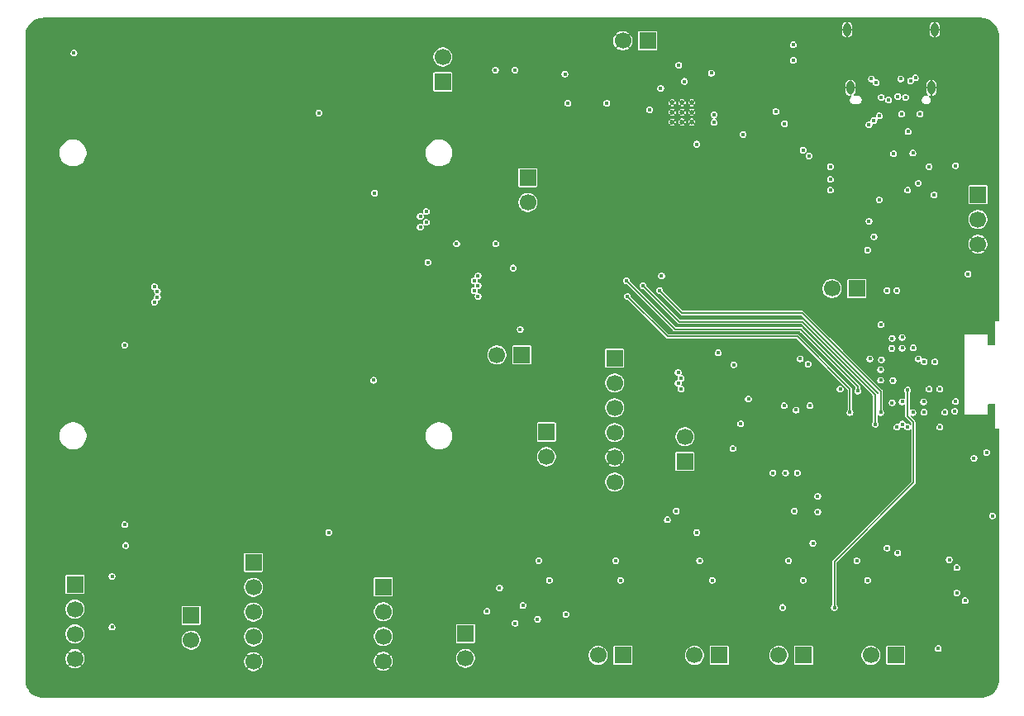
<source format=gbr>
%TF.GenerationSoftware,KiCad,Pcbnew,9.0.1+1*%
%TF.CreationDate,2025-10-28T07:39:43+00:00*%
%TF.ProjectId,ZSWatch-Watch-DevKit,5a535761-7463-4682-9d57-617463682d44,1.1.0+ (Unreleased)*%
%TF.SameCoordinates,Original*%
%TF.FileFunction,Copper,L2,Inr*%
%TF.FilePolarity,Positive*%
%FSLAX46Y46*%
G04 Gerber Fmt 4.6, Leading zero omitted, Abs format (unit mm)*
G04 Created by KiCad (PCBNEW 9.0.1+1) date 2025-10-28 07:39:43*
%MOMM*%
%LPD*%
G01*
G04 APERTURE LIST*
%TA.AperFunction,ComponentPad*%
%ADD10R,1.700000X1.700000*%
%TD*%
%TA.AperFunction,ComponentPad*%
%ADD11C,1.700000*%
%TD*%
%TA.AperFunction,ComponentPad*%
%ADD12C,0.500000*%
%TD*%
%TA.AperFunction,HeatsinkPad*%
%ADD13O,0.800000X1.400000*%
%TD*%
%TA.AperFunction,ViaPad*%
%ADD14C,0.450000*%
%TD*%
%TA.AperFunction,Conductor*%
%ADD15C,0.200000*%
%TD*%
G04 APERTURE END LIST*
D10*
%TO.N,/Project Architecture/Power Management/VSYS*%
%TO.C,X508*%
X200900000Y-120700000D03*
D11*
%TO.N,Net-(IC505-VDD)*%
X200900000Y-118160000D03*
%TD*%
D12*
%TO.N,GND*%
%TO.C,IC401*%
X224387790Y-122830400D03*
X224387790Y-123830400D03*
X224387790Y-124830400D03*
X225387790Y-122830400D03*
X225387790Y-123830400D03*
X225387790Y-124830400D03*
X226387790Y-122830400D03*
X226387790Y-123830400D03*
X226387790Y-124830400D03*
%TD*%
D10*
%TO.N,/Project Architecture/Peripherals/VMIC*%
%TO.C,X503*%
X175100000Y-175400000D03*
D11*
%TO.N,Net-(MK501-VDD)*%
X175100000Y-177940000D03*
%TD*%
D10*
%TO.N,+3V0*%
%TO.C,X610*%
X211500000Y-156600000D03*
D11*
%TO.N,Net-(X608-LEDA1)*%
X211500000Y-159140000D03*
%TD*%
D10*
%TO.N,+1V8*%
%TO.C,X403*%
X163200000Y-172220000D03*
D11*
%TO.N,+3V0*%
X163200000Y-174760000D03*
%TO.N,/Project Architecture/Power Management/VSYS*%
X163200000Y-177300000D03*
%TO.N,GND*%
X163200000Y-179840000D03*
%TD*%
D10*
%TO.N,+1V8*%
%TO.C,X504*%
X194800000Y-172490000D03*
D11*
%TO.N,/Project Architecture/MCU/SDA*%
X194800000Y-175030000D03*
%TO.N,/Project Architecture/MCU/SCL*%
X194800000Y-177570000D03*
%TO.N,GND*%
X194800000Y-180110000D03*
%TD*%
D10*
%TO.N,+1V8*%
%TO.C,X606*%
X225700000Y-159640000D03*
D11*
%TO.N,Net-(IC603-VCC)*%
X225700000Y-157100000D03*
%TD*%
D10*
%TO.N,/Project Architecture/Peripherals/VBAT*%
%TO.C,X401*%
X221865000Y-116500000D03*
D11*
%TO.N,GND*%
X219325000Y-116500000D03*
%TD*%
D10*
%TO.N,+1V8*%
%TO.C,X501*%
X229200000Y-179500000D03*
D11*
%TO.N,Net-(IC501-VDD)*%
X226660000Y-179500000D03*
%TD*%
D10*
%TO.N,+1V8*%
%TO.C,X502*%
X181500000Y-169980000D03*
D11*
%TO.N,/Project Architecture/MCU/MCLK*%
X181500000Y-172520000D03*
%TO.N,/Project Architecture/MCU/WS*%
X181500000Y-175060000D03*
%TO.N,/Project Architecture/MCU/Data*%
X181500000Y-177600000D03*
%TO.N,GND*%
X181500000Y-180140000D03*
%TD*%
D10*
%TO.N,+1V8*%
%TO.C,X506*%
X237840000Y-179500000D03*
D11*
%TO.N,Net-(IC503-VDD)*%
X235300000Y-179500000D03*
%TD*%
D10*
%TO.N,+1V8*%
%TO.C,X607*%
X209600000Y-130525000D03*
D11*
%TO.N,Net-(X607-Pin_2)*%
X209600000Y-133065000D03*
%TD*%
D10*
%TO.N,+1V8*%
%TO.C,X505*%
X219340000Y-179500000D03*
D11*
%TO.N,Net-(IC502-VDD)*%
X216800000Y-179500000D03*
%TD*%
D10*
%TO.N,TxD*%
%TO.C,X604*%
X255700000Y-132270000D03*
D11*
%TO.N,RxD*%
X255700000Y-134810000D03*
%TO.N,GND*%
X255700000Y-137350000D03*
%TD*%
D10*
%TO.N,+1V8*%
%TO.C,X507*%
X247300000Y-179500000D03*
D11*
%TO.N,Net-(IC504-VDD)*%
X244760000Y-179500000D03*
%TD*%
D13*
%TO.N,GND*%
%TO.C,X603*%
X251290000Y-115360000D03*
X250930000Y-121310000D03*
X242670000Y-121310000D03*
X242310000Y-115360000D03*
%TD*%
D10*
%TO.N,+3V0*%
%TO.C,X609*%
X208975000Y-148700000D03*
D11*
%TO.N,Net-(X608-CTP-VDD)*%
X206435000Y-148700000D03*
%TD*%
D10*
%TO.N,/Project Architecture/Peripherals/VBAT*%
%TO.C,X510*%
X203200000Y-177260000D03*
D11*
%TO.N,Net-(IC507-V_{DD})*%
X203200000Y-179800000D03*
%TD*%
D10*
%TO.N,Net-(M601B-P0.22)*%
%TO.C,X605*%
X218500000Y-149050000D03*
D11*
%TO.N,Net-(M601B-P0.05{slash}AIN1)*%
X218500000Y-151590000D03*
%TO.N,Net-(M601B-P0.04{slash}AIN0)*%
X218500000Y-154130000D03*
%TO.N,Net-(M601C-P1.14)*%
X218500000Y-156670000D03*
%TO.N,GND*%
X218500000Y-159210000D03*
%TO.N,+1V8*%
X218500000Y-161750000D03*
%TD*%
D10*
%TO.N,+1V8*%
%TO.C,X602*%
X243300000Y-141900000D03*
D11*
%TO.N,Net-(M601A-VDDH)*%
X240760000Y-141900000D03*
%TD*%
D14*
%TO.N,GND*%
X224100000Y-119600000D03*
X202295000Y-134600000D03*
X219600000Y-173600000D03*
X225700000Y-128380000D03*
X168485000Y-175300000D03*
X165900000Y-173020000D03*
X252900000Y-171625000D03*
X168485000Y-171900000D03*
X230390620Y-122145000D03*
X170700000Y-173575000D03*
X251248404Y-124151596D03*
X232800000Y-154880000D03*
X205600000Y-176220000D03*
X242800000Y-175200000D03*
X163100000Y-163750000D03*
X236620000Y-175400000D03*
X171347500Y-140700000D03*
X252900000Y-176775000D03*
X211467520Y-174774531D03*
X243575000Y-145825000D03*
X240200000Y-173975000D03*
X248000000Y-149700000D03*
X222063600Y-122063400D03*
X244100000Y-155800000D03*
X220387200Y-126138400D03*
X254000003Y-151800000D03*
X249550000Y-122400000D03*
X243275000Y-134400000D03*
X251700000Y-171500000D03*
X246400000Y-173700000D03*
X246800000Y-126100000D03*
X207800000Y-120120000D03*
X172147500Y-144000000D03*
X210500000Y-146400000D03*
X220793600Y-120819400D03*
X231000000Y-172900000D03*
X230990620Y-122145000D03*
X162025000Y-121325000D03*
X253300000Y-161390000D03*
X244300000Y-122300000D03*
X230479410Y-126138400D03*
X209100000Y-122350000D03*
X188100000Y-163750000D03*
X205700000Y-145137500D03*
X240800000Y-118000000D03*
X221180000Y-174680000D03*
X234845000Y-173755000D03*
X226200000Y-119800000D03*
X246400000Y-174700000D03*
X219879410Y-126138400D03*
X199987500Y-136700000D03*
X221428600Y-120819400D03*
X204587500Y-136700000D03*
X208980000Y-144900000D03*
X256300000Y-146350003D03*
X216832500Y-175332500D03*
X256300000Y-155150003D03*
X205355000Y-174265000D03*
X201400000Y-145137500D03*
X252900000Y-175125000D03*
X256800000Y-178200000D03*
X237900000Y-162250000D03*
X225700000Y-174200000D03*
X233500000Y-157650000D03*
X251690000Y-175000000D03*
X187025000Y-123400000D03*
%TO.N,/Project Architecture/Peripherals/VBAT*%
X209100000Y-174400000D03*
X228400000Y-119800000D03*
X210600000Y-175800000D03*
X208300000Y-176200000D03*
X206700000Y-172600000D03*
X228677316Y-124869129D03*
%TO.N,DISPLAY-BLK*%
X208812500Y-146087500D03*
X246881356Y-148023305D03*
%TO.N,QSPI-CS*%
X248500002Y-156100000D03*
X234700000Y-160800000D03*
%TO.N,QSPI-IO1*%
X247974002Y-155800000D03*
X236000000Y-160800000D03*
%TO.N,QSPI-IO2*%
X247400000Y-156100000D03*
X237200000Y-160800000D03*
%TO.N,QSPI-IO0*%
X238500000Y-153900000D03*
X246913051Y-153593475D03*
%TO.N,QSPI-CLK*%
X249044952Y-154600003D03*
X237081000Y-154351000D03*
%TO.N,QSPI-IO3*%
X247944949Y-153499999D03*
X235860000Y-153900000D03*
%TO.N,TOUCH-INT*%
X225000000Y-151600000D03*
X245750000Y-151294951D03*
%TO.N,TOUCH-SCL*%
X225300000Y-151100000D03*
X247000000Y-151325003D03*
%TO.N,TOUCH-SDA*%
X245744949Y-150200001D03*
X225000000Y-150500000D03*
%TO.N,TOUCH-RST*%
X229100000Y-148500000D03*
X247944951Y-148000000D03*
%TO.N,DISPLAY-EN*%
X202295000Y-137300000D03*
X241600000Y-152200000D03*
X225300000Y-152200000D03*
X206300000Y-137300000D03*
%TO.N,RESETn*%
X244400000Y-137950000D03*
X253418644Y-153476695D03*
X254700000Y-140400000D03*
X257200000Y-165200000D03*
%TO.N,DISPLAY-CS*%
X204100000Y-141100000D03*
X219700000Y-141100000D03*
X243400000Y-152400000D03*
%TO.N,DISPLAY-CLK*%
X221400000Y-141600000D03*
X245200000Y-155800000D03*
X204500000Y-141600000D03*
%TO.N,+3V0*%
X224800000Y-164700000D03*
X208100000Y-139800000D03*
X236900000Y-164700000D03*
X199362500Y-139200000D03*
X254400000Y-173900000D03*
X213400000Y-119900000D03*
X193800000Y-151300000D03*
X213700000Y-122900000D03*
%TO.N,/Project Architecture/Power Management/VSYS*%
X228679410Y-124076400D03*
X225637790Y-120662210D03*
X222079410Y-123580400D03*
X231646620Y-126100000D03*
X235900000Y-125000000D03*
X252769644Y-169700000D03*
%TO.N,DISPLAY-DC*%
X219800000Y-142700000D03*
X242600000Y-154600000D03*
X204500000Y-142700000D03*
%TO.N,DISPLAY-RST*%
X223300000Y-140600000D03*
X204500000Y-140600000D03*
%TO.N,DISPLAY-DATA*%
X204100000Y-142100000D03*
X245744950Y-154600001D03*
X223100000Y-142100000D03*
%TO.N,/Project Architecture/MCU/PMIC-INT*%
X250700000Y-129400000D03*
X240600000Y-129400000D03*
%TO.N,/Project Architecture/MCU/USB-CC1*%
X236800000Y-116900000D03*
X236800000Y-118500000D03*
%TO.N,/Project Architecture/MCU/SW2*%
X226900000Y-166900000D03*
X189200000Y-166900000D03*
X226900000Y-127100000D03*
%TO.N,/Project Architecture/MCU/SDA*%
X236312500Y-169800000D03*
X251800000Y-152200000D03*
X243300000Y-169800000D03*
X227200000Y-169800000D03*
X238400000Y-128300000D03*
X218600000Y-169800000D03*
X210725000Y-169800000D03*
%TO.N,/Project Architecture/MCU/SCL*%
X244400000Y-171800000D03*
X211800000Y-171800000D03*
X237812500Y-171800000D03*
X250700000Y-152200000D03*
X228500000Y-171800000D03*
X219100000Y-171800000D03*
X237800000Y-127700000D03*
%TO.N,/Project Architecture/MCU/~{RTC-INT}*%
X205420000Y-175000000D03*
X213500000Y-175300000D03*
%TO.N,SWDCLK*%
X256600000Y-158700000D03*
X253325000Y-154475000D03*
%TO.N,SWDIO*%
X252318644Y-154576695D03*
X255300000Y-159300000D03*
%TO.N,/Project Architecture/MCU/BMI270-INT*%
X239300000Y-163200000D03*
X239300000Y-164800000D03*
%TO.N,/Project Architecture/MCU/LIS2MDL-INT*%
X248500000Y-152300000D03*
X235700000Y-174600000D03*
X241000000Y-174600000D03*
%TO.N,/Project Architecture/MCU/VIB-PWM*%
X240600000Y-130700000D03*
X249600000Y-131100000D03*
%TO.N,USB-D-*%
X247400000Y-142100000D03*
X246400000Y-142100000D03*
%TO.N,/Project Architecture/MCU/VIB-EN*%
X240600000Y-131800000D03*
X248500000Y-131800000D03*
%TO.N,TxD*%
X251226000Y-132300000D03*
%TO.N,/Project Architecture/MCU/D-*%
X247500000Y-122200000D03*
X246550000Y-122565184D03*
%TO.N,/Project Architecture/MCU/USB-VBUS-In*%
X251650000Y-178800000D03*
X248300000Y-122300000D03*
X235000000Y-123749000D03*
X253550000Y-173100000D03*
X253550000Y-170500000D03*
X245800000Y-122300000D03*
X247073544Y-128069451D03*
%TO.N,RxD*%
X253412500Y-129300000D03*
%TO.N,/Project Architecture/MCU/SW1*%
X188200000Y-123900000D03*
X223900000Y-165600000D03*
X250150000Y-153505049D03*
%TO.N,/Project Architecture/MCU/Data*%
X247500000Y-169000000D03*
X251300000Y-149400000D03*
%TO.N,/Project Architecture/MCU/SW4*%
X168300000Y-166100000D03*
X250181356Y-154576695D03*
X168300000Y-147700000D03*
X163100000Y-117750000D03*
%TO.N,/Project Architecture/MCU/SW3*%
X251800000Y-156100000D03*
X168400000Y-168250000D03*
%TO.N,/Project Architecture/MCU/MIC-CLK*%
X238300000Y-149650000D03*
X245813051Y-149193475D03*
%TO.N,/Project Architecture/MCU/WS*%
X246400000Y-168500000D03*
X250200000Y-149400000D03*
%TO.N,/Project Architecture/MCU/MIC-DATA*%
X244644950Y-149100001D03*
X167000000Y-176600000D03*
X167000000Y-171400000D03*
X237500000Y-149100000D03*
%TO.N,/Project Architecture/MCU/MCLK*%
X238800000Y-168000000D03*
X249600000Y-149100000D03*
%TO.N,Net-(IC604-B1)*%
X171347500Y-143300000D03*
X198587500Y-135600000D03*
%TO.N,Net-(IC604-B3)*%
X171647500Y-142200000D03*
X198587500Y-134500000D03*
%TO.N,Net-(IC604-B2)*%
X171647500Y-142800000D03*
X199187500Y-135100000D03*
%TO.N,Net-(IC604-B4)*%
X171347500Y-141700000D03*
X199187500Y-134000000D03*
%TO.N,Net-(M601C-P1.14)*%
X249081356Y-147976695D03*
X230600000Y-158300000D03*
%TO.N,Net-(M601B-P0.05{slash}AIN1)*%
X247944950Y-146900001D03*
X232200000Y-153220000D03*
%TO.N,Net-(M601B-P0.04{slash}AIN0)*%
X246913051Y-146993475D03*
X231400000Y-155760000D03*
%TO.N,Net-(M601B-P0.22)*%
X245774000Y-145600000D03*
X230700000Y-149700000D03*
%TO.N,Net-(X603-CC1)*%
X247893537Y-124000000D03*
X249779998Y-124000000D03*
%TO.N,Net-(X603-RX1-)*%
X245050000Y-124650000D03*
X248800000Y-120600000D03*
X245050000Y-136575000D03*
%TO.N,Net-(X603-RX1+)*%
X249300000Y-120300000D03*
X244550000Y-135000000D03*
X244550000Y-125100000D03*
%TO.N,Net-(X603-TX1+)*%
X249050000Y-128000000D03*
X244800000Y-120400000D03*
%TO.N,Net-(X603-TX1-)*%
X248550000Y-125800000D03*
X245300000Y-120800000D03*
%TO.N,Net-(X603-SBU1)*%
X245600000Y-132800000D03*
X247800000Y-120400000D03*
X245600000Y-124200000D03*
%TO.N,Net-(X608-CTP-VDD)*%
X193900000Y-132100000D03*
%TO.N,Net-(IC505-VDD)*%
X206275000Y-119500000D03*
X208280000Y-119500000D03*
%TO.N,Net-(IC401-VOUT2)*%
X223206600Y-121380400D03*
X217697000Y-122900000D03*
%TO.N,/Project Architecture/Peripherals/VMIC*%
X225060000Y-119000000D03*
%TD*%
D15*
%TO.N,DISPLAY-CS*%
X243400000Y-151900000D02*
X243400000Y-152400000D01*
X237574000Y-146074000D02*
X243400000Y-151900000D01*
X219700000Y-141100000D02*
X224674000Y-146074000D01*
X224674000Y-146074000D02*
X237574000Y-146074000D01*
%TO.N,DISPLAY-CLK*%
X221400000Y-141600000D02*
X225100000Y-145300000D01*
X237700000Y-145300000D02*
X245200000Y-152800000D01*
X245200000Y-152800000D02*
X245200000Y-155800000D01*
X225100000Y-145300000D02*
X237700000Y-145300000D01*
%TO.N,DISPLAY-DC*%
X223900000Y-146800000D02*
X237200000Y-146800000D01*
X219800000Y-142700000D02*
X223900000Y-146800000D01*
X242600000Y-152200000D02*
X242600000Y-154600000D01*
X237200000Y-146800000D02*
X242600000Y-152200000D01*
%TO.N,DISPLAY-DATA*%
X237700000Y-144400000D02*
X245744950Y-152444950D01*
X223100000Y-142100000D02*
X225400000Y-144400000D01*
X225400000Y-144400000D02*
X237700000Y-144400000D01*
X245744950Y-152444950D02*
X245744950Y-154600001D01*
%TO.N,/Project Architecture/MCU/LIS2MDL-INT*%
X249100000Y-155600000D02*
X249100000Y-161800000D01*
X249100000Y-161800000D02*
X241000000Y-169900000D01*
X241000000Y-169900000D02*
X241000000Y-174600000D01*
X248500000Y-152300000D02*
X248500000Y-155000000D01*
X248500000Y-155000000D02*
X249100000Y-155600000D01*
%TD*%
%TA.AperFunction,Conductor*%
%TO.N,GND*%
G36*
X256002013Y-114125631D02*
G01*
X256240652Y-114141273D01*
X256248619Y-114142322D01*
X256481201Y-114188585D01*
X256488970Y-114190666D01*
X256713523Y-114266892D01*
X256720949Y-114269967D01*
X256933647Y-114374858D01*
X256940596Y-114378871D01*
X257137771Y-114510619D01*
X257144153Y-114515516D01*
X257322441Y-114671870D01*
X257328129Y-114677558D01*
X257484483Y-114855846D01*
X257489380Y-114862228D01*
X257588300Y-115010272D01*
X257621123Y-115059394D01*
X257625146Y-115066361D01*
X257730030Y-115279047D01*
X257733108Y-115286479D01*
X257809332Y-115511028D01*
X257811414Y-115518799D01*
X257857676Y-115751375D01*
X257858726Y-115759350D01*
X257874368Y-115997985D01*
X257874500Y-116002008D01*
X257874500Y-145188505D01*
X257856487Y-145231992D01*
X257813000Y-145250005D01*
X257499998Y-145250005D01*
X257499998Y-147688505D01*
X257481985Y-147731992D01*
X257438498Y-147750005D01*
X256761498Y-147750005D01*
X256718011Y-147731992D01*
X256699998Y-147688505D01*
X256699998Y-146650005D01*
X254299998Y-146650005D01*
X254299998Y-154850005D01*
X256699998Y-154850005D01*
X256699998Y-153811505D01*
X256718011Y-153768018D01*
X256761498Y-153750005D01*
X257438498Y-153750005D01*
X257481985Y-153768018D01*
X257499998Y-153811505D01*
X257499998Y-156250005D01*
X257813000Y-156250005D01*
X257856487Y-156268018D01*
X257874500Y-156311505D01*
X257874500Y-181997991D01*
X257874368Y-182002014D01*
X257858726Y-182240649D01*
X257857676Y-182248624D01*
X257811414Y-182481200D01*
X257809332Y-182488971D01*
X257733108Y-182713520D01*
X257730030Y-182720952D01*
X257625146Y-182933638D01*
X257621123Y-182940605D01*
X257489380Y-183137771D01*
X257484483Y-183144153D01*
X257328129Y-183322441D01*
X257322441Y-183328129D01*
X257144153Y-183484483D01*
X257137771Y-183489380D01*
X256940605Y-183621123D01*
X256933638Y-183625146D01*
X256720952Y-183730030D01*
X256713520Y-183733108D01*
X256488971Y-183809332D01*
X256481200Y-183811414D01*
X256248624Y-183857676D01*
X256240649Y-183858726D01*
X256027210Y-183872716D01*
X256002012Y-183874368D01*
X255997992Y-183874500D01*
X160002008Y-183874500D01*
X159997987Y-183874368D01*
X159970170Y-183872544D01*
X159759350Y-183858726D01*
X159751375Y-183857676D01*
X159518799Y-183811414D01*
X159511028Y-183809332D01*
X159286479Y-183733108D01*
X159279047Y-183730030D01*
X159169990Y-183676249D01*
X159066357Y-183625144D01*
X159059398Y-183621125D01*
X158862228Y-183489380D01*
X158855846Y-183484483D01*
X158677558Y-183328129D01*
X158671870Y-183322441D01*
X158515516Y-183144153D01*
X158510619Y-183137771D01*
X158378871Y-182940596D01*
X158374858Y-182933647D01*
X158269967Y-182720949D01*
X158266891Y-182713520D01*
X158190667Y-182488971D01*
X158188585Y-182481200D01*
X158142323Y-182248624D01*
X158141273Y-182240648D01*
X158125632Y-182002013D01*
X158125500Y-181997991D01*
X158125500Y-179743967D01*
X162225000Y-179743967D01*
X162225000Y-179936032D01*
X162262466Y-180124391D01*
X162262471Y-180124407D01*
X162335963Y-180301829D01*
X162335971Y-180301845D01*
X162442662Y-180461520D01*
X162442667Y-180461526D01*
X162466376Y-180485235D01*
X162802252Y-180149358D01*
X162890640Y-180237746D01*
X162554764Y-180573623D01*
X162578473Y-180597332D01*
X162578479Y-180597337D01*
X162738154Y-180704028D01*
X162738170Y-180704036D01*
X162915592Y-180777528D01*
X162915608Y-180777533D01*
X163103967Y-180814999D01*
X163103968Y-180815000D01*
X163296032Y-180815000D01*
X163296032Y-180814999D01*
X163432622Y-180787831D01*
X163484391Y-180777533D01*
X163484407Y-180777528D01*
X163661829Y-180704036D01*
X163661845Y-180704028D01*
X163821520Y-180597337D01*
X163821525Y-180597333D01*
X163845234Y-180573622D01*
X163509359Y-180237747D01*
X163597747Y-180149359D01*
X163933622Y-180485234D01*
X163957333Y-180461525D01*
X163957337Y-180461520D01*
X164064028Y-180301845D01*
X164064036Y-180301829D01*
X164137528Y-180124407D01*
X164137533Y-180124391D01*
X164153530Y-180043967D01*
X180525000Y-180043967D01*
X180525000Y-180236032D01*
X180562466Y-180424391D01*
X180562471Y-180424407D01*
X180635963Y-180601829D01*
X180635971Y-180601845D01*
X180742662Y-180761520D01*
X180742667Y-180761526D01*
X180766376Y-180785235D01*
X181102252Y-180449358D01*
X181190640Y-180537746D01*
X180854764Y-180873623D01*
X180878473Y-180897332D01*
X180878479Y-180897337D01*
X181038154Y-181004028D01*
X181038170Y-181004036D01*
X181215592Y-181077528D01*
X181215608Y-181077533D01*
X181403967Y-181114999D01*
X181403968Y-181115000D01*
X181596032Y-181115000D01*
X181596032Y-181114999D01*
X181784391Y-181077533D01*
X181784407Y-181077528D01*
X181961829Y-181004036D01*
X181961845Y-181004028D01*
X182121520Y-180897337D01*
X182121525Y-180897333D01*
X182145234Y-180873622D01*
X181809359Y-180537747D01*
X181897747Y-180449359D01*
X182233622Y-180785234D01*
X182244197Y-180774661D01*
X182257333Y-180761525D01*
X182257337Y-180761520D01*
X182364028Y-180601845D01*
X182364036Y-180601829D01*
X182437528Y-180424407D01*
X182437533Y-180424391D01*
X182474999Y-180236032D01*
X182475000Y-180236032D01*
X182475000Y-180043968D01*
X182474999Y-180043967D01*
X182470819Y-180022948D01*
X182469033Y-180013967D01*
X193825000Y-180013967D01*
X193825000Y-180206032D01*
X193862466Y-180394391D01*
X193862471Y-180394407D01*
X193935963Y-180571829D01*
X193935971Y-180571845D01*
X194042662Y-180731520D01*
X194042667Y-180731526D01*
X194066376Y-180755235D01*
X194402252Y-180419358D01*
X194490640Y-180507746D01*
X194154764Y-180843623D01*
X194178473Y-180867332D01*
X194178479Y-180867337D01*
X194338154Y-180974028D01*
X194338170Y-180974036D01*
X194515592Y-181047528D01*
X194515608Y-181047533D01*
X194703967Y-181084999D01*
X194703968Y-181085000D01*
X194896032Y-181085000D01*
X194896032Y-181084999D01*
X195084391Y-181047533D01*
X195084407Y-181047528D01*
X195261829Y-180974036D01*
X195261845Y-180974028D01*
X195421520Y-180867337D01*
X195421525Y-180867333D01*
X195445234Y-180843622D01*
X195109359Y-180507747D01*
X195197747Y-180419359D01*
X195533622Y-180755234D01*
X195557333Y-180731525D01*
X195557337Y-180731520D01*
X195664028Y-180571845D01*
X195664036Y-180571829D01*
X195737528Y-180394407D01*
X195737533Y-180394391D01*
X195774999Y-180206032D01*
X195775000Y-180206032D01*
X195775000Y-180013968D01*
X195774999Y-180013967D01*
X195737533Y-179825608D01*
X195737529Y-179825596D01*
X195695627Y-179724437D01*
X195695626Y-179724436D01*
X195687127Y-179703918D01*
X202224500Y-179703918D01*
X202224500Y-179896081D01*
X202261986Y-180084537D01*
X202261988Y-180084544D01*
X202278500Y-180124407D01*
X202335523Y-180262073D01*
X202335525Y-180262076D01*
X202335526Y-180262078D01*
X202442277Y-180421842D01*
X202578157Y-180557722D01*
X202701295Y-180640000D01*
X202737927Y-180664477D01*
X202915457Y-180738012D01*
X203103918Y-180775499D01*
X203103919Y-180775500D01*
X203103922Y-180775500D01*
X203296081Y-180775500D01*
X203296081Y-180775499D01*
X203484543Y-180738012D01*
X203662073Y-180664477D01*
X203821845Y-180557720D01*
X203957720Y-180421845D01*
X204064477Y-180262073D01*
X204138012Y-180084543D01*
X204175499Y-179896081D01*
X204175500Y-179896081D01*
X204175500Y-179703919D01*
X204175499Y-179703918D01*
X204170377Y-179678170D01*
X204138012Y-179515457D01*
X204100310Y-179424435D01*
X204100310Y-179424433D01*
X204091812Y-179403918D01*
X215824500Y-179403918D01*
X215824500Y-179596081D01*
X215861986Y-179784537D01*
X215861988Y-179784544D01*
X215882057Y-179832993D01*
X215935523Y-179962073D01*
X215935525Y-179962076D01*
X215935526Y-179962078D01*
X216042277Y-180121842D01*
X216178157Y-180257722D01*
X216244168Y-180301829D01*
X216337927Y-180364477D01*
X216515457Y-180438012D01*
X216703918Y-180475499D01*
X216703919Y-180475500D01*
X216703922Y-180475500D01*
X216896081Y-180475500D01*
X216896081Y-180475499D01*
X217084543Y-180438012D01*
X217262073Y-180364477D01*
X217421845Y-180257720D01*
X217557720Y-180121845D01*
X217664477Y-179962073D01*
X217738012Y-179784543D01*
X217775499Y-179596081D01*
X217775500Y-179596081D01*
X217775500Y-179403919D01*
X217775499Y-179403918D01*
X217771272Y-179382669D01*
X217738012Y-179215457D01*
X217664477Y-179037927D01*
X217623074Y-178975963D01*
X217557722Y-178878157D01*
X217421842Y-178742277D01*
X217337245Y-178685751D01*
X217265231Y-178637633D01*
X218364500Y-178637633D01*
X218364500Y-180362360D01*
X218371781Y-180398969D01*
X218371782Y-180398970D01*
X218399519Y-180440481D01*
X218441032Y-180468219D01*
X218477637Y-180475500D01*
X220202362Y-180475499D01*
X220238968Y-180468219D01*
X220280481Y-180440481D01*
X220308219Y-180398968D01*
X220315500Y-180362363D01*
X220315499Y-179403918D01*
X225684500Y-179403918D01*
X225684500Y-179596081D01*
X225721986Y-179784537D01*
X225721988Y-179784544D01*
X225742057Y-179832993D01*
X225795523Y-179962073D01*
X225795525Y-179962076D01*
X225795526Y-179962078D01*
X225902277Y-180121842D01*
X226038157Y-180257722D01*
X226104168Y-180301829D01*
X226197927Y-180364477D01*
X226375457Y-180438012D01*
X226563918Y-180475499D01*
X226563919Y-180475500D01*
X226563922Y-180475500D01*
X226756081Y-180475500D01*
X226756081Y-180475499D01*
X226944543Y-180438012D01*
X227122073Y-180364477D01*
X227281845Y-180257720D01*
X227417720Y-180121845D01*
X227524477Y-179962073D01*
X227598012Y-179784543D01*
X227635499Y-179596081D01*
X227635500Y-179596081D01*
X227635500Y-179403919D01*
X227635499Y-179403918D01*
X227631272Y-179382669D01*
X227598012Y-179215457D01*
X227524477Y-179037927D01*
X227483074Y-178975963D01*
X227417722Y-178878157D01*
X227281842Y-178742277D01*
X227197245Y-178685751D01*
X227125231Y-178637633D01*
X228224500Y-178637633D01*
X228224500Y-180362360D01*
X228231781Y-180398969D01*
X228231782Y-180398970D01*
X228259519Y-180440481D01*
X228301032Y-180468219D01*
X228337637Y-180475500D01*
X230062362Y-180475499D01*
X230098968Y-180468219D01*
X230140481Y-180440481D01*
X230168219Y-180398968D01*
X230175500Y-180362363D01*
X230175499Y-179403918D01*
X234324500Y-179403918D01*
X234324500Y-179596081D01*
X234361986Y-179784537D01*
X234361988Y-179784544D01*
X234382057Y-179832993D01*
X234435523Y-179962073D01*
X234435525Y-179962076D01*
X234435526Y-179962078D01*
X234542277Y-180121842D01*
X234678157Y-180257722D01*
X234744168Y-180301829D01*
X234837927Y-180364477D01*
X235015457Y-180438012D01*
X235203918Y-180475499D01*
X235203919Y-180475500D01*
X235203922Y-180475500D01*
X235396081Y-180475500D01*
X235396081Y-180475499D01*
X235584543Y-180438012D01*
X235762073Y-180364477D01*
X235921845Y-180257720D01*
X236057720Y-180121845D01*
X236164477Y-179962073D01*
X236238012Y-179784543D01*
X236275499Y-179596081D01*
X236275500Y-179596081D01*
X236275500Y-179403919D01*
X236275499Y-179403918D01*
X236271272Y-179382669D01*
X236238012Y-179215457D01*
X236164477Y-179037927D01*
X236123074Y-178975963D01*
X236057722Y-178878157D01*
X235921842Y-178742277D01*
X235837245Y-178685751D01*
X235765231Y-178637633D01*
X236864500Y-178637633D01*
X236864500Y-180362360D01*
X236871781Y-180398969D01*
X236871782Y-180398970D01*
X236899519Y-180440481D01*
X236941032Y-180468219D01*
X236977637Y-180475500D01*
X238702362Y-180475499D01*
X238738968Y-180468219D01*
X238780481Y-180440481D01*
X238808219Y-180398968D01*
X238815500Y-180362363D01*
X238815499Y-179403918D01*
X243784500Y-179403918D01*
X243784500Y-179596081D01*
X243821986Y-179784537D01*
X243821988Y-179784544D01*
X243842057Y-179832993D01*
X243895523Y-179962073D01*
X243895525Y-179962076D01*
X243895526Y-179962078D01*
X244002277Y-180121842D01*
X244138157Y-180257722D01*
X244204168Y-180301829D01*
X244297927Y-180364477D01*
X244475457Y-180438012D01*
X244663918Y-180475499D01*
X244663919Y-180475500D01*
X244663922Y-180475500D01*
X244856081Y-180475500D01*
X244856081Y-180475499D01*
X245044543Y-180438012D01*
X245222073Y-180364477D01*
X245381845Y-180257720D01*
X245517720Y-180121845D01*
X245624477Y-179962073D01*
X245698012Y-179784543D01*
X245735499Y-179596081D01*
X245735500Y-179596081D01*
X245735500Y-179403919D01*
X245735499Y-179403918D01*
X245731272Y-179382669D01*
X245698012Y-179215457D01*
X245624477Y-179037927D01*
X245583074Y-178975963D01*
X245517722Y-178878157D01*
X245381842Y-178742277D01*
X245297245Y-178685751D01*
X245225231Y-178637633D01*
X246324500Y-178637633D01*
X246324500Y-180362360D01*
X246331781Y-180398969D01*
X246331782Y-180398970D01*
X246359519Y-180440481D01*
X246401032Y-180468219D01*
X246437637Y-180475500D01*
X248162362Y-180475499D01*
X248198968Y-180468219D01*
X248240481Y-180440481D01*
X248268219Y-180398968D01*
X248275500Y-180362363D01*
X248275499Y-178753853D01*
X251299500Y-178753853D01*
X251299500Y-178846146D01*
X251323384Y-178935283D01*
X251323388Y-178935293D01*
X251369526Y-179015205D01*
X251369529Y-179015209D01*
X251369531Y-179015212D01*
X251434788Y-179080469D01*
X251434791Y-179080471D01*
X251434794Y-179080473D01*
X251514706Y-179126611D01*
X251514708Y-179126612D01*
X251514712Y-179126614D01*
X251514716Y-179126615D01*
X251603854Y-179150500D01*
X251603856Y-179150500D01*
X251696145Y-179150500D01*
X251735448Y-179139968D01*
X251785288Y-179126614D01*
X251865212Y-179080469D01*
X251930469Y-179015212D01*
X251976614Y-178935288D01*
X251991961Y-178878012D01*
X252000500Y-178846146D01*
X252000500Y-178753853D01*
X251976615Y-178664716D01*
X251976614Y-178664712D01*
X251976611Y-178664706D01*
X251930473Y-178584794D01*
X251930471Y-178584791D01*
X251930469Y-178584788D01*
X251865212Y-178519531D01*
X251865209Y-178519529D01*
X251865205Y-178519526D01*
X251785293Y-178473388D01*
X251785283Y-178473384D01*
X251696146Y-178449500D01*
X251696144Y-178449500D01*
X251603856Y-178449500D01*
X251603854Y-178449500D01*
X251514716Y-178473384D01*
X251514706Y-178473388D01*
X251434794Y-178519526D01*
X251434784Y-178519534D01*
X251369534Y-178584784D01*
X251369526Y-178584794D01*
X251323388Y-178664706D01*
X251323384Y-178664716D01*
X251299500Y-178753853D01*
X248275499Y-178753853D01*
X248275499Y-178637638D01*
X248268219Y-178601032D01*
X248240481Y-178559519D01*
X248208295Y-178538013D01*
X248198967Y-178531780D01*
X248162366Y-178524500D01*
X246437639Y-178524500D01*
X246401030Y-178531781D01*
X246401029Y-178531782D01*
X246359519Y-178559519D01*
X246331780Y-178601032D01*
X246324500Y-178637633D01*
X245225231Y-178637633D01*
X245222078Y-178635526D01*
X245222076Y-178635525D01*
X245222073Y-178635523D01*
X245077162Y-178575499D01*
X245044544Y-178561988D01*
X245044537Y-178561986D01*
X244856081Y-178524500D01*
X244856078Y-178524500D01*
X244663922Y-178524500D01*
X244663919Y-178524500D01*
X244475462Y-178561986D01*
X244475455Y-178561988D01*
X244381203Y-178601029D01*
X244297927Y-178635523D01*
X244297924Y-178635524D01*
X244297921Y-178635526D01*
X244138157Y-178742277D01*
X244002277Y-178878157D01*
X243895526Y-179037921D01*
X243895524Y-179037924D01*
X243895523Y-179037927D01*
X243867344Y-179105956D01*
X243821988Y-179215455D01*
X243821986Y-179215462D01*
X243784500Y-179403918D01*
X238815499Y-179403918D01*
X238815499Y-178637638D01*
X238808219Y-178601032D01*
X238780481Y-178559519D01*
X238748295Y-178538013D01*
X238738967Y-178531780D01*
X238702366Y-178524500D01*
X236977639Y-178524500D01*
X236941030Y-178531781D01*
X236941029Y-178531782D01*
X236899519Y-178559519D01*
X236871780Y-178601032D01*
X236864500Y-178637633D01*
X235765231Y-178637633D01*
X235762078Y-178635526D01*
X235762076Y-178635525D01*
X235762073Y-178635523D01*
X235617162Y-178575499D01*
X235584544Y-178561988D01*
X235584537Y-178561986D01*
X235396081Y-178524500D01*
X235396078Y-178524500D01*
X235203922Y-178524500D01*
X235203919Y-178524500D01*
X235015462Y-178561986D01*
X235015455Y-178561988D01*
X234921203Y-178601029D01*
X234837927Y-178635523D01*
X234837924Y-178635524D01*
X234837921Y-178635526D01*
X234678157Y-178742277D01*
X234542277Y-178878157D01*
X234435526Y-179037921D01*
X234435524Y-179037924D01*
X234435523Y-179037927D01*
X234407344Y-179105956D01*
X234361988Y-179215455D01*
X234361986Y-179215462D01*
X234324500Y-179403918D01*
X230175499Y-179403918D01*
X230175499Y-178637638D01*
X230168219Y-178601032D01*
X230140481Y-178559519D01*
X230108295Y-178538013D01*
X230098967Y-178531780D01*
X230062366Y-178524500D01*
X228337639Y-178524500D01*
X228301030Y-178531781D01*
X228301029Y-178531782D01*
X228259519Y-178559519D01*
X228231780Y-178601032D01*
X228224500Y-178637633D01*
X227125231Y-178637633D01*
X227122078Y-178635526D01*
X227122076Y-178635525D01*
X227122073Y-178635523D01*
X226977162Y-178575499D01*
X226944544Y-178561988D01*
X226944537Y-178561986D01*
X226756081Y-178524500D01*
X226756078Y-178524500D01*
X226563922Y-178524500D01*
X226563919Y-178524500D01*
X226375462Y-178561986D01*
X226375455Y-178561988D01*
X226281203Y-178601029D01*
X226197927Y-178635523D01*
X226197924Y-178635524D01*
X226197921Y-178635526D01*
X226038157Y-178742277D01*
X225902277Y-178878157D01*
X225795526Y-179037921D01*
X225795524Y-179037924D01*
X225795523Y-179037927D01*
X225767344Y-179105956D01*
X225721988Y-179215455D01*
X225721986Y-179215462D01*
X225684500Y-179403918D01*
X220315499Y-179403918D01*
X220315499Y-178637638D01*
X220308219Y-178601032D01*
X220280481Y-178559519D01*
X220248295Y-178538013D01*
X220238967Y-178531780D01*
X220202366Y-178524500D01*
X218477639Y-178524500D01*
X218441030Y-178531781D01*
X218441029Y-178531782D01*
X218399519Y-178559519D01*
X218371780Y-178601032D01*
X218364500Y-178637633D01*
X217265231Y-178637633D01*
X217262078Y-178635526D01*
X217262076Y-178635525D01*
X217262073Y-178635523D01*
X217117162Y-178575499D01*
X217084544Y-178561988D01*
X217084537Y-178561986D01*
X216896081Y-178524500D01*
X216896078Y-178524500D01*
X216703922Y-178524500D01*
X216703919Y-178524500D01*
X216515462Y-178561986D01*
X216515455Y-178561988D01*
X216421203Y-178601029D01*
X216337927Y-178635523D01*
X216337924Y-178635524D01*
X216337921Y-178635526D01*
X216178157Y-178742277D01*
X216042277Y-178878157D01*
X215935526Y-179037921D01*
X215935524Y-179037924D01*
X215935523Y-179037927D01*
X215907344Y-179105956D01*
X215861988Y-179215455D01*
X215861986Y-179215462D01*
X215824500Y-179403918D01*
X204091812Y-179403918D01*
X204064476Y-179337925D01*
X203957722Y-179178157D01*
X203821842Y-179042277D01*
X203662078Y-178935526D01*
X203662076Y-178935525D01*
X203662073Y-178935523D01*
X203523226Y-178878011D01*
X203484544Y-178861988D01*
X203484537Y-178861986D01*
X203296081Y-178824500D01*
X203296078Y-178824500D01*
X203103922Y-178824500D01*
X203103919Y-178824500D01*
X202915462Y-178861986D01*
X202915455Y-178861988D01*
X202817734Y-178902466D01*
X202737927Y-178935523D01*
X202737924Y-178935524D01*
X202737921Y-178935526D01*
X202578157Y-179042277D01*
X202442277Y-179178157D01*
X202335526Y-179337921D01*
X202335524Y-179337924D01*
X202335523Y-179337927D01*
X202308189Y-179403918D01*
X202261988Y-179515455D01*
X202261986Y-179515462D01*
X202224500Y-179703918D01*
X195687127Y-179703918D01*
X195664032Y-179648161D01*
X195664028Y-179648154D01*
X195557337Y-179488479D01*
X195557332Y-179488473D01*
X195533623Y-179464764D01*
X195197746Y-179800640D01*
X195109358Y-179712252D01*
X195445235Y-179376376D01*
X195421526Y-179352667D01*
X195421520Y-179352662D01*
X195261845Y-179245971D01*
X195261829Y-179245963D01*
X195084407Y-179172471D01*
X195084391Y-179172466D01*
X194896032Y-179135000D01*
X194703968Y-179135000D01*
X194515608Y-179172466D01*
X194515592Y-179172471D01*
X194338170Y-179245963D01*
X194338160Y-179245968D01*
X194178473Y-179352667D01*
X194178470Y-179352669D01*
X194154764Y-179376375D01*
X194154764Y-179376376D01*
X194490641Y-179712253D01*
X194402253Y-179800641D01*
X194066376Y-179464764D01*
X194042669Y-179488470D01*
X194042667Y-179488473D01*
X193935968Y-179648160D01*
X193935963Y-179648170D01*
X193862471Y-179825592D01*
X193862466Y-179825608D01*
X193825000Y-180013967D01*
X182469033Y-180013967D01*
X182437533Y-179855608D01*
X182437528Y-179855592D01*
X182364036Y-179678170D01*
X182364028Y-179678154D01*
X182257337Y-179518479D01*
X182257332Y-179518473D01*
X182233623Y-179494764D01*
X181897746Y-179830640D01*
X181809358Y-179742252D01*
X182145235Y-179406376D01*
X182121526Y-179382667D01*
X182121520Y-179382662D01*
X181961845Y-179275971D01*
X181961829Y-179275963D01*
X181784407Y-179202471D01*
X181784391Y-179202466D01*
X181596032Y-179165000D01*
X181403968Y-179165000D01*
X181215608Y-179202466D01*
X181215592Y-179202471D01*
X181038170Y-179275963D01*
X181038160Y-179275968D01*
X180878473Y-179382667D01*
X180878470Y-179382669D01*
X180854764Y-179406375D01*
X180854764Y-179406376D01*
X181190641Y-179742253D01*
X181102253Y-179830641D01*
X180766376Y-179494764D01*
X180742669Y-179518470D01*
X180742667Y-179518473D01*
X180635968Y-179678160D01*
X180635963Y-179678170D01*
X180562471Y-179855592D01*
X180562466Y-179855608D01*
X180525000Y-180043967D01*
X164153530Y-180043967D01*
X164156517Y-180028952D01*
X164174999Y-179936032D01*
X164175000Y-179936032D01*
X164175000Y-179743968D01*
X164174999Y-179743967D01*
X164137533Y-179555608D01*
X164137529Y-179555596D01*
X164074916Y-179404437D01*
X164074915Y-179404436D01*
X164064032Y-179378161D01*
X164064028Y-179378154D01*
X163957337Y-179218479D01*
X163957332Y-179218473D01*
X163933623Y-179194764D01*
X163597746Y-179530640D01*
X163509358Y-179442252D01*
X163845235Y-179106376D01*
X163821526Y-179082667D01*
X163821520Y-179082662D01*
X163661845Y-178975971D01*
X163661829Y-178975963D01*
X163484407Y-178902471D01*
X163484391Y-178902466D01*
X163296032Y-178865000D01*
X163103968Y-178865000D01*
X162915608Y-178902466D01*
X162915592Y-178902471D01*
X162738170Y-178975963D01*
X162738160Y-178975968D01*
X162578473Y-179082667D01*
X162578470Y-179082669D01*
X162554764Y-179106375D01*
X162554764Y-179106376D01*
X162890641Y-179442253D01*
X162802253Y-179530641D01*
X162466376Y-179194764D01*
X162442669Y-179218470D01*
X162442667Y-179218473D01*
X162335968Y-179378160D01*
X162335963Y-179378170D01*
X162262471Y-179555592D01*
X162262466Y-179555608D01*
X162225000Y-179743967D01*
X158125500Y-179743967D01*
X158125500Y-177203918D01*
X162224500Y-177203918D01*
X162224500Y-177396081D01*
X162261986Y-177584537D01*
X162261988Y-177584543D01*
X162335523Y-177762073D01*
X162335525Y-177762076D01*
X162335526Y-177762078D01*
X162442277Y-177921842D01*
X162578157Y-178057722D01*
X162729681Y-178158967D01*
X162737927Y-178164477D01*
X162915457Y-178238012D01*
X163103918Y-178275499D01*
X163103919Y-178275500D01*
X163103922Y-178275500D01*
X163296081Y-178275500D01*
X163296081Y-178275499D01*
X163484543Y-178238012D01*
X163662073Y-178164477D01*
X163821845Y-178057720D01*
X163957720Y-177921845D01*
X164009790Y-177843918D01*
X174124500Y-177843918D01*
X174124500Y-178036081D01*
X174161986Y-178224537D01*
X174161988Y-178224544D01*
X174167567Y-178238012D01*
X174235523Y-178402073D01*
X174235525Y-178402076D01*
X174235526Y-178402078D01*
X174342277Y-178561842D01*
X174478157Y-178697722D01*
X174637921Y-178804473D01*
X174637927Y-178804477D01*
X174815457Y-178878012D01*
X175003918Y-178915499D01*
X175003919Y-178915500D01*
X175003922Y-178915500D01*
X175196081Y-178915500D01*
X175196081Y-178915499D01*
X175384543Y-178878012D01*
X175562073Y-178804477D01*
X175721845Y-178697720D01*
X175857720Y-178561845D01*
X175964477Y-178402073D01*
X176038012Y-178224543D01*
X176075499Y-178036081D01*
X176075500Y-178036081D01*
X176075500Y-177843919D01*
X176075499Y-177843918D01*
X176068102Y-177806733D01*
X176038012Y-177655457D01*
X175983741Y-177524434D01*
X175983741Y-177524433D01*
X175975243Y-177503918D01*
X180524500Y-177503918D01*
X180524500Y-177696081D01*
X180561986Y-177884537D01*
X180561988Y-177884544D01*
X180577439Y-177921845D01*
X180635523Y-178062073D01*
X180635525Y-178062076D01*
X180635526Y-178062078D01*
X180742277Y-178221842D01*
X180878157Y-178357722D01*
X180993023Y-178434473D01*
X181037927Y-178464477D01*
X181215457Y-178538012D01*
X181403918Y-178575499D01*
X181403919Y-178575500D01*
X181403922Y-178575500D01*
X181596081Y-178575500D01*
X181596081Y-178575499D01*
X181784543Y-178538012D01*
X181962073Y-178464477D01*
X182121845Y-178357720D01*
X182257720Y-178221845D01*
X182364477Y-178062073D01*
X182438012Y-177884543D01*
X182475499Y-177696081D01*
X182475500Y-177696081D01*
X182475500Y-177503919D01*
X182475499Y-177503918D01*
X182471319Y-177482899D01*
X182469533Y-177473918D01*
X193824500Y-177473918D01*
X193824500Y-177666081D01*
X193861986Y-177854537D01*
X193861988Y-177854543D01*
X193935523Y-178032073D01*
X193935525Y-178032076D01*
X193935526Y-178032078D01*
X194042277Y-178191842D01*
X194178157Y-178327722D01*
X194289431Y-178402073D01*
X194337927Y-178434477D01*
X194515457Y-178508012D01*
X194703918Y-178545499D01*
X194703919Y-178545500D01*
X194703922Y-178545500D01*
X194896081Y-178545500D01*
X194896081Y-178545499D01*
X195084543Y-178508012D01*
X195262073Y-178434477D01*
X195421845Y-178327720D01*
X195557720Y-178191845D01*
X195664477Y-178032073D01*
X195738012Y-177854543D01*
X195775499Y-177666081D01*
X195775500Y-177666081D01*
X195775500Y-177473919D01*
X195775499Y-177473918D01*
X195738013Y-177285462D01*
X195738011Y-177285455D01*
X195664477Y-177107927D01*
X195642825Y-177075523D01*
X195557722Y-176948157D01*
X195421842Y-176812277D01*
X195262078Y-176705526D01*
X195262076Y-176705525D01*
X195262073Y-176705523D01*
X195118719Y-176646144D01*
X195084544Y-176631988D01*
X195084537Y-176631986D01*
X194896081Y-176594500D01*
X194896078Y-176594500D01*
X194703922Y-176594500D01*
X194703919Y-176594500D01*
X194515462Y-176631986D01*
X194515455Y-176631988D01*
X194443030Y-176661988D01*
X194337927Y-176705523D01*
X194337924Y-176705524D01*
X194337921Y-176705526D01*
X194178157Y-176812277D01*
X194042277Y-176948157D01*
X193935526Y-177107921D01*
X193935524Y-177107924D01*
X193935523Y-177107927D01*
X193923099Y-177137921D01*
X193861988Y-177285455D01*
X193861986Y-177285462D01*
X193824500Y-177473918D01*
X182469533Y-177473918D01*
X182438013Y-177315462D01*
X182438011Y-177315455D01*
X182364477Y-177137927D01*
X182364473Y-177137921D01*
X182257722Y-176978157D01*
X182121842Y-176842277D01*
X181962078Y-176735526D01*
X181962076Y-176735525D01*
X181962073Y-176735523D01*
X181823574Y-176678155D01*
X181784544Y-176661988D01*
X181784537Y-176661986D01*
X181596081Y-176624500D01*
X181596078Y-176624500D01*
X181403922Y-176624500D01*
X181403919Y-176624500D01*
X181215462Y-176661986D01*
X181215455Y-176661988D01*
X181110354Y-176705523D01*
X181037927Y-176735523D01*
X181037924Y-176735524D01*
X181037921Y-176735526D01*
X180878157Y-176842277D01*
X180742277Y-176978157D01*
X180635526Y-177137921D01*
X180635524Y-177137924D01*
X180635523Y-177137927D01*
X180608189Y-177203918D01*
X180561988Y-177315455D01*
X180561986Y-177315462D01*
X180524500Y-177503918D01*
X175975243Y-177503918D01*
X175964476Y-177477925D01*
X175857722Y-177318157D01*
X175721842Y-177182277D01*
X175562078Y-177075526D01*
X175562076Y-177075525D01*
X175562073Y-177075523D01*
X175439293Y-177024666D01*
X175384544Y-177001988D01*
X175384537Y-177001986D01*
X175196081Y-176964500D01*
X175196078Y-176964500D01*
X175003922Y-176964500D01*
X175003919Y-176964500D01*
X174815462Y-177001986D01*
X174815455Y-177001988D01*
X174705956Y-177047344D01*
X174637927Y-177075523D01*
X174637924Y-177075524D01*
X174637921Y-177075526D01*
X174478157Y-177182277D01*
X174342277Y-177318157D01*
X174235526Y-177477921D01*
X174235524Y-177477924D01*
X174235523Y-177477927D01*
X174207344Y-177545956D01*
X174161988Y-177655455D01*
X174161986Y-177655462D01*
X174124500Y-177843918D01*
X164009790Y-177843918D01*
X164064477Y-177762073D01*
X164138012Y-177584543D01*
X164175499Y-177396081D01*
X164175500Y-177396081D01*
X164175500Y-177203919D01*
X164175499Y-177203918D01*
X164171194Y-177182277D01*
X164138012Y-177015457D01*
X164064477Y-176837927D01*
X164047338Y-176812277D01*
X163957722Y-176678157D01*
X163833418Y-176553853D01*
X166649500Y-176553853D01*
X166649500Y-176646146D01*
X166673384Y-176735283D01*
X166673388Y-176735293D01*
X166719526Y-176815205D01*
X166719529Y-176815209D01*
X166719531Y-176815212D01*
X166784788Y-176880469D01*
X166784791Y-176880471D01*
X166784794Y-176880473D01*
X166864706Y-176926611D01*
X166864708Y-176926612D01*
X166864712Y-176926614D01*
X166864716Y-176926615D01*
X166953854Y-176950500D01*
X166953856Y-176950500D01*
X167046145Y-176950500D01*
X167085448Y-176939968D01*
X167135288Y-176926614D01*
X167215212Y-176880469D01*
X167280469Y-176815212D01*
X167326614Y-176735288D01*
X167346255Y-176661988D01*
X167350500Y-176646146D01*
X167350500Y-176553853D01*
X167326615Y-176464716D01*
X167326614Y-176464712D01*
X167326611Y-176464706D01*
X167287886Y-176397633D01*
X202224500Y-176397633D01*
X202224500Y-178122360D01*
X202231781Y-178158969D01*
X202231782Y-178158970D01*
X202259519Y-178200481D01*
X202301032Y-178228219D01*
X202337637Y-178235500D01*
X204062362Y-178235499D01*
X204098968Y-178228219D01*
X204140481Y-178200481D01*
X204168219Y-178158968D01*
X204175500Y-178122363D01*
X204175499Y-176397638D01*
X204168219Y-176361032D01*
X204140481Y-176319519D01*
X204109723Y-176298967D01*
X204098967Y-176291780D01*
X204062366Y-176284500D01*
X202337639Y-176284500D01*
X202301030Y-176291781D01*
X202301029Y-176291782D01*
X202259519Y-176319519D01*
X202231780Y-176361032D01*
X202224500Y-176397633D01*
X167287886Y-176397633D01*
X167280473Y-176384794D01*
X167280471Y-176384791D01*
X167280469Y-176384788D01*
X167215212Y-176319531D01*
X167215209Y-176319529D01*
X167215205Y-176319526D01*
X167135293Y-176273388D01*
X167135283Y-176273384D01*
X167046146Y-176249500D01*
X167046144Y-176249500D01*
X166953856Y-176249500D01*
X166953854Y-176249500D01*
X166864716Y-176273384D01*
X166864706Y-176273388D01*
X166784794Y-176319526D01*
X166784784Y-176319534D01*
X166719534Y-176384784D01*
X166719526Y-176384794D01*
X166673388Y-176464706D01*
X166673384Y-176464716D01*
X166649500Y-176553853D01*
X163833418Y-176553853D01*
X163821842Y-176542277D01*
X163662078Y-176435526D01*
X163662076Y-176435525D01*
X163662073Y-176435523D01*
X163517162Y-176375499D01*
X163484544Y-176361988D01*
X163484537Y-176361986D01*
X163296081Y-176324500D01*
X163296078Y-176324500D01*
X163103922Y-176324500D01*
X163103919Y-176324500D01*
X162915462Y-176361986D01*
X162915455Y-176361988D01*
X162829387Y-176397639D01*
X162737927Y-176435523D01*
X162737924Y-176435524D01*
X162737921Y-176435526D01*
X162578157Y-176542277D01*
X162442277Y-176678157D01*
X162335526Y-176837921D01*
X162335524Y-176837924D01*
X162335523Y-176837927D01*
X162333720Y-176842280D01*
X162261988Y-177015455D01*
X162261986Y-177015462D01*
X162224500Y-177203918D01*
X158125500Y-177203918D01*
X158125500Y-174663918D01*
X162224500Y-174663918D01*
X162224500Y-174856081D01*
X162261986Y-175044537D01*
X162261988Y-175044543D01*
X162335523Y-175222073D01*
X162335525Y-175222076D01*
X162335526Y-175222078D01*
X162442277Y-175381842D01*
X162578157Y-175517722D01*
X162737921Y-175624473D01*
X162737927Y-175624477D01*
X162915457Y-175698012D01*
X163103918Y-175735499D01*
X163103919Y-175735500D01*
X163103922Y-175735500D01*
X163296081Y-175735500D01*
X163296081Y-175735499D01*
X163484543Y-175698012D01*
X163662073Y-175624477D01*
X163821845Y-175517720D01*
X163957720Y-175381845D01*
X164064477Y-175222073D01*
X164138012Y-175044543D01*
X164175499Y-174856081D01*
X164175500Y-174856081D01*
X164175500Y-174663919D01*
X164175499Y-174663918D01*
X164165811Y-174615215D01*
X164150379Y-174537633D01*
X174124500Y-174537633D01*
X174124500Y-176262360D01*
X174131781Y-176298969D01*
X174131782Y-176298970D01*
X174159519Y-176340481D01*
X174201032Y-176368219D01*
X174237637Y-176375500D01*
X175962362Y-176375499D01*
X175998968Y-176368219D01*
X176040481Y-176340481D01*
X176068219Y-176298968D01*
X176075499Y-176262366D01*
X176075500Y-176262366D01*
X176075500Y-176153853D01*
X207949500Y-176153853D01*
X207949500Y-176246146D01*
X207973384Y-176335283D01*
X207973388Y-176335293D01*
X208019526Y-176415205D01*
X208019529Y-176415209D01*
X208019531Y-176415212D01*
X208084788Y-176480469D01*
X208084791Y-176480471D01*
X208084794Y-176480473D01*
X208164706Y-176526611D01*
X208164708Y-176526612D01*
X208164712Y-176526614D01*
X208164716Y-176526615D01*
X208253854Y-176550500D01*
X208253856Y-176550500D01*
X208346145Y-176550500D01*
X208385448Y-176539968D01*
X208435288Y-176526614D01*
X208515212Y-176480469D01*
X208580469Y-176415212D01*
X208626614Y-176335288D01*
X208643201Y-176273384D01*
X208650500Y-176246146D01*
X208650500Y-176153853D01*
X208626615Y-176064716D01*
X208626614Y-176064712D01*
X208626611Y-176064706D01*
X208580473Y-175984794D01*
X208580471Y-175984791D01*
X208580469Y-175984788D01*
X208515212Y-175919531D01*
X208515209Y-175919529D01*
X208515205Y-175919526D01*
X208435293Y-175873388D01*
X208435283Y-175873384D01*
X208346146Y-175849500D01*
X208346144Y-175849500D01*
X208253856Y-175849500D01*
X208253854Y-175849500D01*
X208164716Y-175873384D01*
X208164706Y-175873388D01*
X208084794Y-175919526D01*
X208084784Y-175919534D01*
X208019534Y-175984784D01*
X208019526Y-175984794D01*
X207973388Y-176064706D01*
X207973384Y-176064716D01*
X207949500Y-176153853D01*
X176075500Y-176153853D01*
X176075500Y-176149825D01*
X176075500Y-175580465D01*
X176075499Y-174963918D01*
X180524500Y-174963918D01*
X180524500Y-175156081D01*
X180561986Y-175344537D01*
X180561988Y-175344543D01*
X180635523Y-175522073D01*
X180635525Y-175522076D01*
X180635526Y-175522078D01*
X180742277Y-175681842D01*
X180878157Y-175817722D01*
X180961461Y-175873384D01*
X181037927Y-175924477D01*
X181215457Y-175998012D01*
X181403918Y-176035499D01*
X181403919Y-176035500D01*
X181403922Y-176035500D01*
X181596081Y-176035500D01*
X181596081Y-176035499D01*
X181784543Y-175998012D01*
X181962073Y-175924477D01*
X182121845Y-175817720D01*
X182257720Y-175681845D01*
X182364477Y-175522073D01*
X182438012Y-175344543D01*
X182475499Y-175156081D01*
X182475500Y-175156081D01*
X182475500Y-174963919D01*
X182475499Y-174963918D01*
X182471319Y-174942899D01*
X182469533Y-174933918D01*
X193824500Y-174933918D01*
X193824500Y-175126081D01*
X193861986Y-175314537D01*
X193861988Y-175314544D01*
X193875078Y-175346146D01*
X193935523Y-175492073D01*
X193935525Y-175492076D01*
X193935526Y-175492078D01*
X194042277Y-175651842D01*
X194178157Y-175787722D01*
X194306359Y-175873384D01*
X194337927Y-175894477D01*
X194515457Y-175968012D01*
X194703918Y-176005499D01*
X194703919Y-176005500D01*
X194703922Y-176005500D01*
X194896081Y-176005500D01*
X194896081Y-176005499D01*
X195084543Y-175968012D01*
X195262073Y-175894477D01*
X195421845Y-175787720D01*
X195455712Y-175753853D01*
X210249500Y-175753853D01*
X210249500Y-175846146D01*
X210273384Y-175935283D01*
X210273388Y-175935293D01*
X210319526Y-176015205D01*
X210319529Y-176015209D01*
X210319531Y-176015212D01*
X210384788Y-176080469D01*
X210384791Y-176080471D01*
X210384794Y-176080473D01*
X210464706Y-176126611D01*
X210464708Y-176126612D01*
X210464712Y-176126614D01*
X210464716Y-176126615D01*
X210553854Y-176150500D01*
X210553856Y-176150500D01*
X210646145Y-176150500D01*
X210685448Y-176139968D01*
X210735288Y-176126614D01*
X210815212Y-176080469D01*
X210880469Y-176015212D01*
X210926614Y-175935288D01*
X210949601Y-175849500D01*
X210950500Y-175846146D01*
X210950500Y-175753853D01*
X210926615Y-175664716D01*
X210926614Y-175664712D01*
X210926611Y-175664706D01*
X210880473Y-175584794D01*
X210880471Y-175584791D01*
X210880469Y-175584788D01*
X210815212Y-175519531D01*
X210815209Y-175519529D01*
X210815205Y-175519526D01*
X210735293Y-175473388D01*
X210735283Y-175473384D01*
X210646146Y-175449500D01*
X210646144Y-175449500D01*
X210553856Y-175449500D01*
X210553854Y-175449500D01*
X210464716Y-175473384D01*
X210464706Y-175473388D01*
X210384794Y-175519526D01*
X210384784Y-175519534D01*
X210319534Y-175584784D01*
X210319526Y-175584794D01*
X210273388Y-175664706D01*
X210273384Y-175664716D01*
X210249500Y-175753853D01*
X195455712Y-175753853D01*
X195557720Y-175651845D01*
X195664477Y-175492073D01*
X195738012Y-175314543D01*
X195775499Y-175126081D01*
X195775500Y-175126081D01*
X195775500Y-174953853D01*
X205069500Y-174953853D01*
X205069500Y-175046146D01*
X205093384Y-175135283D01*
X205093388Y-175135293D01*
X205139526Y-175215205D01*
X205139529Y-175215209D01*
X205139531Y-175215212D01*
X205204788Y-175280469D01*
X205204791Y-175280471D01*
X205204794Y-175280473D01*
X205284706Y-175326611D01*
X205284708Y-175326612D01*
X205284712Y-175326614D01*
X205284716Y-175326615D01*
X205373854Y-175350500D01*
X205373856Y-175350500D01*
X205466145Y-175350500D01*
X205505448Y-175339968D01*
X205555288Y-175326614D01*
X205635212Y-175280469D01*
X205661828Y-175253853D01*
X213149500Y-175253853D01*
X213149500Y-175346146D01*
X213173384Y-175435283D01*
X213173388Y-175435293D01*
X213219526Y-175515205D01*
X213219529Y-175515209D01*
X213219531Y-175515212D01*
X213284788Y-175580469D01*
X213284791Y-175580471D01*
X213284794Y-175580473D01*
X213364706Y-175626611D01*
X213364708Y-175626612D01*
X213364712Y-175626614D01*
X213364716Y-175626615D01*
X213453854Y-175650500D01*
X213453856Y-175650500D01*
X213546145Y-175650500D01*
X213585448Y-175639968D01*
X213635288Y-175626614D01*
X213715212Y-175580469D01*
X213780469Y-175515212D01*
X213826614Y-175435288D01*
X213849333Y-175350500D01*
X213850500Y-175346146D01*
X213850500Y-175253853D01*
X213826615Y-175164716D01*
X213826614Y-175164712D01*
X213821631Y-175156081D01*
X213780473Y-175084794D01*
X213780471Y-175084791D01*
X213780469Y-175084788D01*
X213715212Y-175019531D01*
X213715209Y-175019529D01*
X213715205Y-175019526D01*
X213635293Y-174973388D01*
X213635283Y-174973384D01*
X213546146Y-174949500D01*
X213546144Y-174949500D01*
X213453856Y-174949500D01*
X213453854Y-174949500D01*
X213364716Y-174973384D01*
X213364706Y-174973388D01*
X213284794Y-175019526D01*
X213284784Y-175019534D01*
X213219534Y-175084784D01*
X213219526Y-175084794D01*
X213173388Y-175164706D01*
X213173384Y-175164716D01*
X213149500Y-175253853D01*
X205661828Y-175253853D01*
X205700469Y-175215212D01*
X205746614Y-175135288D01*
X205760144Y-175084794D01*
X205770500Y-175046146D01*
X205770500Y-174953853D01*
X205746615Y-174864716D01*
X205746614Y-174864712D01*
X205741631Y-174856081D01*
X205700473Y-174784794D01*
X205700471Y-174784791D01*
X205700469Y-174784788D01*
X205635212Y-174719531D01*
X205635209Y-174719529D01*
X205635205Y-174719526D01*
X205555293Y-174673388D01*
X205555283Y-174673384D01*
X205466146Y-174649500D01*
X205466144Y-174649500D01*
X205373856Y-174649500D01*
X205373854Y-174649500D01*
X205284716Y-174673384D01*
X205284706Y-174673388D01*
X205204794Y-174719526D01*
X205204784Y-174719534D01*
X205139534Y-174784784D01*
X205139526Y-174784794D01*
X205093388Y-174864706D01*
X205093384Y-174864716D01*
X205069500Y-174953853D01*
X195775500Y-174953853D01*
X195775500Y-174933919D01*
X195775499Y-174933918D01*
X195774046Y-174926615D01*
X195738012Y-174745457D01*
X195664477Y-174567927D01*
X195644239Y-174537639D01*
X195557722Y-174408157D01*
X195503418Y-174353853D01*
X208749500Y-174353853D01*
X208749500Y-174446146D01*
X208773384Y-174535283D01*
X208773388Y-174535293D01*
X208819526Y-174615205D01*
X208819529Y-174615209D01*
X208819531Y-174615212D01*
X208884788Y-174680469D01*
X208884791Y-174680471D01*
X208884794Y-174680473D01*
X208964706Y-174726611D01*
X208964708Y-174726612D01*
X208964712Y-174726614D01*
X208964716Y-174726615D01*
X209053854Y-174750500D01*
X209053856Y-174750500D01*
X209146145Y-174750500D01*
X209202916Y-174735288D01*
X209235288Y-174726614D01*
X209315212Y-174680469D01*
X209380469Y-174615212D01*
X209415895Y-174553853D01*
X235349500Y-174553853D01*
X235349500Y-174646146D01*
X235373384Y-174735283D01*
X235373388Y-174735293D01*
X235419526Y-174815205D01*
X235419529Y-174815209D01*
X235419531Y-174815212D01*
X235484788Y-174880469D01*
X235484791Y-174880471D01*
X235484794Y-174880473D01*
X235564706Y-174926611D01*
X235564708Y-174926612D01*
X235564712Y-174926614D01*
X235564716Y-174926615D01*
X235653854Y-174950500D01*
X235653856Y-174950500D01*
X235746145Y-174950500D01*
X235808025Y-174933919D01*
X235835288Y-174926614D01*
X235915212Y-174880469D01*
X235980469Y-174815212D01*
X236026614Y-174735288D01*
X236043201Y-174673384D01*
X236050500Y-174646146D01*
X236050500Y-174553853D01*
X240649500Y-174553853D01*
X240649500Y-174646146D01*
X240673384Y-174735283D01*
X240673388Y-174735293D01*
X240719526Y-174815205D01*
X240719529Y-174815209D01*
X240719531Y-174815212D01*
X240784788Y-174880469D01*
X240784791Y-174880471D01*
X240784794Y-174880473D01*
X240864706Y-174926611D01*
X240864708Y-174926612D01*
X240864712Y-174926614D01*
X240864716Y-174926615D01*
X240953854Y-174950500D01*
X240953856Y-174950500D01*
X241046145Y-174950500D01*
X241108025Y-174933919D01*
X241135288Y-174926614D01*
X241215212Y-174880469D01*
X241280469Y-174815212D01*
X241326614Y-174735288D01*
X241343201Y-174673384D01*
X241350500Y-174646146D01*
X241350500Y-174553853D01*
X241326615Y-174464716D01*
X241326614Y-174464712D01*
X241315894Y-174446144D01*
X241280473Y-174384794D01*
X241280471Y-174384791D01*
X241280469Y-174384788D01*
X241243513Y-174347832D01*
X241225500Y-174304345D01*
X241225500Y-173853853D01*
X254049500Y-173853853D01*
X254049500Y-173946146D01*
X254073384Y-174035283D01*
X254073388Y-174035293D01*
X254119526Y-174115205D01*
X254119529Y-174115209D01*
X254119531Y-174115212D01*
X254184788Y-174180469D01*
X254184791Y-174180471D01*
X254184794Y-174180473D01*
X254264706Y-174226611D01*
X254264708Y-174226612D01*
X254264712Y-174226614D01*
X254264716Y-174226615D01*
X254353854Y-174250500D01*
X254353856Y-174250500D01*
X254446145Y-174250500D01*
X254485448Y-174239968D01*
X254535288Y-174226614D01*
X254615212Y-174180469D01*
X254680469Y-174115212D01*
X254726614Y-174035288D01*
X254735882Y-174000698D01*
X254750500Y-173946146D01*
X254750500Y-173853853D01*
X254726615Y-173764716D01*
X254726614Y-173764712D01*
X254726611Y-173764706D01*
X254680473Y-173684794D01*
X254680471Y-173684791D01*
X254680469Y-173684788D01*
X254615212Y-173619531D01*
X254615209Y-173619529D01*
X254615205Y-173619526D01*
X254535293Y-173573388D01*
X254535283Y-173573384D01*
X254446146Y-173549500D01*
X254446144Y-173549500D01*
X254353856Y-173549500D01*
X254353854Y-173549500D01*
X254264716Y-173573384D01*
X254264706Y-173573388D01*
X254184794Y-173619526D01*
X254184784Y-173619534D01*
X254119534Y-173684784D01*
X254119526Y-173684794D01*
X254073388Y-173764706D01*
X254073384Y-173764716D01*
X254049500Y-173853853D01*
X241225500Y-173853853D01*
X241225500Y-173053853D01*
X253199500Y-173053853D01*
X253199500Y-173146146D01*
X253223384Y-173235283D01*
X253223388Y-173235293D01*
X253269526Y-173315205D01*
X253269529Y-173315209D01*
X253269531Y-173315212D01*
X253334788Y-173380469D01*
X253334791Y-173380471D01*
X253334794Y-173380473D01*
X253414706Y-173426611D01*
X253414708Y-173426612D01*
X253414712Y-173426614D01*
X253414716Y-173426615D01*
X253503854Y-173450500D01*
X253503856Y-173450500D01*
X253596145Y-173450500D01*
X253635448Y-173439968D01*
X253685288Y-173426614D01*
X253765212Y-173380469D01*
X253830469Y-173315212D01*
X253876614Y-173235288D01*
X253889227Y-173188217D01*
X253900500Y-173146146D01*
X253900500Y-173053853D01*
X253876615Y-172964716D01*
X253876614Y-172964712D01*
X253868409Y-172950500D01*
X253830473Y-172884794D01*
X253830471Y-172884791D01*
X253830469Y-172884788D01*
X253765212Y-172819531D01*
X253765209Y-172819529D01*
X253765205Y-172819526D01*
X253685293Y-172773388D01*
X253685283Y-172773384D01*
X253596146Y-172749500D01*
X253596144Y-172749500D01*
X253503856Y-172749500D01*
X253503854Y-172749500D01*
X253414716Y-172773384D01*
X253414706Y-172773388D01*
X253334794Y-172819526D01*
X253334784Y-172819534D01*
X253269534Y-172884784D01*
X253269526Y-172884794D01*
X253223388Y-172964706D01*
X253223384Y-172964716D01*
X253199500Y-173053853D01*
X241225500Y-173053853D01*
X241225500Y-171753853D01*
X244049500Y-171753853D01*
X244049500Y-171846146D01*
X244073384Y-171935283D01*
X244073388Y-171935293D01*
X244119526Y-172015205D01*
X244119529Y-172015209D01*
X244119531Y-172015212D01*
X244184788Y-172080469D01*
X244184791Y-172080471D01*
X244184794Y-172080473D01*
X244264706Y-172126611D01*
X244264708Y-172126612D01*
X244264712Y-172126614D01*
X244264716Y-172126615D01*
X244353854Y-172150500D01*
X244353856Y-172150500D01*
X244446145Y-172150500D01*
X244485448Y-172139968D01*
X244535288Y-172126614D01*
X244615212Y-172080469D01*
X244680469Y-172015212D01*
X244726614Y-171935288D01*
X244736564Y-171898155D01*
X244750500Y-171846146D01*
X244750500Y-171753853D01*
X244726615Y-171664716D01*
X244726614Y-171664712D01*
X244726611Y-171664706D01*
X244680473Y-171584794D01*
X244680471Y-171584791D01*
X244680469Y-171584788D01*
X244615212Y-171519531D01*
X244615209Y-171519529D01*
X244615205Y-171519526D01*
X244535293Y-171473388D01*
X244535283Y-171473384D01*
X244446146Y-171449500D01*
X244446144Y-171449500D01*
X244353856Y-171449500D01*
X244353854Y-171449500D01*
X244264716Y-171473384D01*
X244264706Y-171473388D01*
X244184794Y-171519526D01*
X244184784Y-171519534D01*
X244119534Y-171584784D01*
X244119526Y-171584794D01*
X244073388Y-171664706D01*
X244073384Y-171664716D01*
X244049500Y-171753853D01*
X241225500Y-171753853D01*
X241225500Y-170453853D01*
X253199500Y-170453853D01*
X253199500Y-170546146D01*
X253223384Y-170635283D01*
X253223388Y-170635293D01*
X253269526Y-170715205D01*
X253269529Y-170715209D01*
X253269531Y-170715212D01*
X253334788Y-170780469D01*
X253334791Y-170780471D01*
X253334794Y-170780473D01*
X253414706Y-170826611D01*
X253414708Y-170826612D01*
X253414712Y-170826614D01*
X253414716Y-170826615D01*
X253503854Y-170850500D01*
X253503856Y-170850500D01*
X253596145Y-170850500D01*
X253635448Y-170839968D01*
X253685288Y-170826614D01*
X253765212Y-170780469D01*
X253830469Y-170715212D01*
X253876614Y-170635288D01*
X253885882Y-170600698D01*
X253900500Y-170546146D01*
X253900500Y-170453853D01*
X253876615Y-170364716D01*
X253876614Y-170364712D01*
X253876611Y-170364706D01*
X253830473Y-170284794D01*
X253830471Y-170284791D01*
X253830469Y-170284788D01*
X253765212Y-170219531D01*
X253765209Y-170219529D01*
X253765205Y-170219526D01*
X253685293Y-170173388D01*
X253685283Y-170173384D01*
X253596146Y-170149500D01*
X253596144Y-170149500D01*
X253503856Y-170149500D01*
X253503854Y-170149500D01*
X253414716Y-170173384D01*
X253414706Y-170173388D01*
X253334794Y-170219526D01*
X253334784Y-170219534D01*
X253269534Y-170284784D01*
X253269526Y-170284794D01*
X253223388Y-170364706D01*
X253223384Y-170364716D01*
X253199500Y-170453853D01*
X241225500Y-170453853D01*
X241225500Y-170018878D01*
X241243512Y-169975392D01*
X241465051Y-169753853D01*
X242949500Y-169753853D01*
X242949500Y-169846146D01*
X242973384Y-169935283D01*
X242973388Y-169935293D01*
X243019526Y-170015205D01*
X243019529Y-170015209D01*
X243019531Y-170015212D01*
X243084788Y-170080469D01*
X243084791Y-170080471D01*
X243084794Y-170080473D01*
X243164706Y-170126611D01*
X243164708Y-170126612D01*
X243164712Y-170126614D01*
X243164716Y-170126615D01*
X243253854Y-170150500D01*
X243253856Y-170150500D01*
X243346145Y-170150500D01*
X243385448Y-170139968D01*
X243435288Y-170126614D01*
X243515212Y-170080469D01*
X243580469Y-170015212D01*
X243626614Y-169935288D01*
X243635882Y-169900698D01*
X243650500Y-169846146D01*
X243650500Y-169753853D01*
X243626890Y-169665743D01*
X243626890Y-169665741D01*
X243626889Y-169665740D01*
X243626614Y-169664712D01*
X243626611Y-169664706D01*
X243620345Y-169653853D01*
X252419144Y-169653853D01*
X252419144Y-169746146D01*
X252443028Y-169835283D01*
X252443032Y-169835293D01*
X252489170Y-169915205D01*
X252489173Y-169915209D01*
X252489175Y-169915212D01*
X252554432Y-169980469D01*
X252554435Y-169980471D01*
X252554438Y-169980473D01*
X252634350Y-170026611D01*
X252634352Y-170026612D01*
X252634356Y-170026614D01*
X252634360Y-170026615D01*
X252723498Y-170050500D01*
X252723500Y-170050500D01*
X252815789Y-170050500D01*
X252855092Y-170039968D01*
X252904932Y-170026614D01*
X252984856Y-169980469D01*
X253050113Y-169915212D01*
X253096258Y-169835288D01*
X253118078Y-169753856D01*
X253120144Y-169746146D01*
X253120144Y-169653853D01*
X253096259Y-169564716D01*
X253096258Y-169564712D01*
X253070174Y-169519534D01*
X253050117Y-169484794D01*
X253050115Y-169484791D01*
X253050113Y-169484788D01*
X252984856Y-169419531D01*
X252984853Y-169419529D01*
X252984849Y-169419526D01*
X252904937Y-169373388D01*
X252904927Y-169373384D01*
X252815790Y-169349500D01*
X252815788Y-169349500D01*
X252723500Y-169349500D01*
X252723498Y-169349500D01*
X252634360Y-169373384D01*
X252634350Y-169373388D01*
X252554438Y-169419526D01*
X252554428Y-169419534D01*
X252489178Y-169484784D01*
X252489170Y-169484794D01*
X252443032Y-169564706D01*
X252443028Y-169564716D01*
X252419144Y-169653853D01*
X243620345Y-169653853D01*
X243580473Y-169584794D01*
X243580471Y-169584791D01*
X243580469Y-169584788D01*
X243515212Y-169519531D01*
X243515209Y-169519529D01*
X243515205Y-169519526D01*
X243435293Y-169473388D01*
X243435283Y-169473384D01*
X243346146Y-169449500D01*
X243346144Y-169449500D01*
X243253856Y-169449500D01*
X243253854Y-169449500D01*
X243164716Y-169473384D01*
X243164706Y-169473388D01*
X243084794Y-169519526D01*
X243084784Y-169519534D01*
X243019534Y-169584784D01*
X243019526Y-169584794D01*
X242973388Y-169664706D01*
X242973384Y-169664716D01*
X242949500Y-169753853D01*
X241465051Y-169753853D01*
X242265051Y-168953853D01*
X247149500Y-168953853D01*
X247149500Y-169046146D01*
X247173384Y-169135283D01*
X247173388Y-169135293D01*
X247219526Y-169215205D01*
X247219529Y-169215209D01*
X247219531Y-169215212D01*
X247284788Y-169280469D01*
X247284791Y-169280471D01*
X247284794Y-169280473D01*
X247364706Y-169326611D01*
X247364708Y-169326612D01*
X247364712Y-169326614D01*
X247364716Y-169326615D01*
X247453854Y-169350500D01*
X247453856Y-169350500D01*
X247546145Y-169350500D01*
X247585448Y-169339968D01*
X247635288Y-169326614D01*
X247715212Y-169280469D01*
X247780469Y-169215212D01*
X247826614Y-169135288D01*
X247841152Y-169081032D01*
X247850500Y-169046146D01*
X247850500Y-168953853D01*
X247826615Y-168864716D01*
X247826614Y-168864712D01*
X247818409Y-168850500D01*
X247780473Y-168784794D01*
X247780471Y-168784791D01*
X247780469Y-168784788D01*
X247715212Y-168719531D01*
X247715209Y-168719529D01*
X247715205Y-168719526D01*
X247635293Y-168673388D01*
X247635283Y-168673384D01*
X247546146Y-168649500D01*
X247546144Y-168649500D01*
X247453856Y-168649500D01*
X247453854Y-168649500D01*
X247364716Y-168673384D01*
X247364706Y-168673388D01*
X247284794Y-168719526D01*
X247284784Y-168719534D01*
X247219534Y-168784784D01*
X247219526Y-168784794D01*
X247173388Y-168864706D01*
X247173384Y-168864716D01*
X247149500Y-168953853D01*
X242265051Y-168953853D01*
X242765051Y-168453853D01*
X246049500Y-168453853D01*
X246049500Y-168546146D01*
X246073384Y-168635283D01*
X246073388Y-168635293D01*
X246119526Y-168715205D01*
X246119529Y-168715209D01*
X246119531Y-168715212D01*
X246184788Y-168780469D01*
X246184791Y-168780471D01*
X246184794Y-168780473D01*
X246264706Y-168826611D01*
X246264708Y-168826612D01*
X246264712Y-168826614D01*
X246264716Y-168826615D01*
X246353854Y-168850500D01*
X246353856Y-168850500D01*
X246446145Y-168850500D01*
X246485448Y-168839968D01*
X246535288Y-168826614D01*
X246615212Y-168780469D01*
X246680469Y-168715212D01*
X246726614Y-168635288D01*
X246735935Y-168600500D01*
X246750500Y-168546146D01*
X246750500Y-168453853D01*
X246726615Y-168364716D01*
X246726614Y-168364712D01*
X246718409Y-168350500D01*
X246680473Y-168284794D01*
X246680471Y-168284791D01*
X246680469Y-168284788D01*
X246615212Y-168219531D01*
X246615209Y-168219529D01*
X246615205Y-168219526D01*
X246535293Y-168173388D01*
X246535283Y-168173384D01*
X246446146Y-168149500D01*
X246446144Y-168149500D01*
X246353856Y-168149500D01*
X246353854Y-168149500D01*
X246264716Y-168173384D01*
X246264706Y-168173388D01*
X246184794Y-168219526D01*
X246184784Y-168219534D01*
X246119534Y-168284784D01*
X246119526Y-168284794D01*
X246073388Y-168364706D01*
X246073384Y-168364716D01*
X246049500Y-168453853D01*
X242765051Y-168453853D01*
X246065050Y-165153853D01*
X256849500Y-165153853D01*
X256849500Y-165246146D01*
X256873384Y-165335283D01*
X256873388Y-165335293D01*
X256919526Y-165415205D01*
X256919529Y-165415209D01*
X256919531Y-165415212D01*
X256984788Y-165480469D01*
X256984791Y-165480471D01*
X256984794Y-165480473D01*
X257064706Y-165526611D01*
X257064708Y-165526612D01*
X257064712Y-165526614D01*
X257064716Y-165526615D01*
X257153854Y-165550500D01*
X257153856Y-165550500D01*
X257246145Y-165550500D01*
X257285448Y-165539968D01*
X257335288Y-165526614D01*
X257415212Y-165480469D01*
X257480469Y-165415212D01*
X257526614Y-165335288D01*
X257549601Y-165249500D01*
X257550500Y-165246146D01*
X257550500Y-165153853D01*
X257526615Y-165064716D01*
X257526614Y-165064712D01*
X257518409Y-165050500D01*
X257480473Y-164984794D01*
X257480471Y-164984791D01*
X257480469Y-164984788D01*
X257415212Y-164919531D01*
X257415209Y-164919529D01*
X257415205Y-164919526D01*
X257335293Y-164873388D01*
X257335283Y-164873384D01*
X257246146Y-164849500D01*
X257246144Y-164849500D01*
X257153856Y-164849500D01*
X257153854Y-164849500D01*
X257064716Y-164873384D01*
X257064706Y-164873388D01*
X256984794Y-164919526D01*
X256984784Y-164919534D01*
X256919534Y-164984784D01*
X256919526Y-164984794D01*
X256873388Y-165064706D01*
X256873384Y-165064716D01*
X256849500Y-165153853D01*
X246065050Y-165153853D01*
X249219085Y-161999818D01*
X249219088Y-161999817D01*
X249227735Y-161991170D01*
X249227736Y-161991170D01*
X249291170Y-161927736D01*
X249301225Y-161903460D01*
X249325501Y-161844855D01*
X249325501Y-161755145D01*
X249325501Y-161750194D01*
X249325500Y-161750180D01*
X249325500Y-159253853D01*
X254949500Y-159253853D01*
X254949500Y-159346146D01*
X254973384Y-159435283D01*
X254973388Y-159435293D01*
X255019526Y-159515205D01*
X255019529Y-159515209D01*
X255019531Y-159515212D01*
X255084788Y-159580469D01*
X255084791Y-159580471D01*
X255084794Y-159580473D01*
X255164706Y-159626611D01*
X255164708Y-159626612D01*
X255164712Y-159626614D01*
X255164716Y-159626615D01*
X255253854Y-159650500D01*
X255253856Y-159650500D01*
X255346145Y-159650500D01*
X255385448Y-159639968D01*
X255435288Y-159626614D01*
X255515212Y-159580469D01*
X255580469Y-159515212D01*
X255626614Y-159435288D01*
X255635882Y-159400698D01*
X255650500Y-159346146D01*
X255650500Y-159253853D01*
X255626615Y-159164716D01*
X255626614Y-159164712D01*
X255626611Y-159164706D01*
X255580473Y-159084794D01*
X255580471Y-159084791D01*
X255580469Y-159084788D01*
X255515212Y-159019531D01*
X255515209Y-159019529D01*
X255515205Y-159019526D01*
X255435293Y-158973388D01*
X255435283Y-158973384D01*
X255346146Y-158949500D01*
X255346144Y-158949500D01*
X255253856Y-158949500D01*
X255253854Y-158949500D01*
X255164716Y-158973384D01*
X255164706Y-158973388D01*
X255084794Y-159019526D01*
X255084784Y-159019534D01*
X255019534Y-159084784D01*
X255019526Y-159084794D01*
X254973388Y-159164706D01*
X254973384Y-159164716D01*
X254949500Y-159253853D01*
X249325500Y-159253853D01*
X249325500Y-158653853D01*
X256249500Y-158653853D01*
X256249500Y-158746146D01*
X256273384Y-158835283D01*
X256273388Y-158835293D01*
X256319526Y-158915205D01*
X256319529Y-158915209D01*
X256319531Y-158915212D01*
X256384788Y-158980469D01*
X256384791Y-158980471D01*
X256384794Y-158980473D01*
X256464706Y-159026611D01*
X256464708Y-159026612D01*
X256464712Y-159026614D01*
X256464716Y-159026615D01*
X256553854Y-159050500D01*
X256553856Y-159050500D01*
X256646145Y-159050500D01*
X256685448Y-159039968D01*
X256735288Y-159026614D01*
X256815212Y-158980469D01*
X256880469Y-158915212D01*
X256926614Y-158835288D01*
X256942061Y-158777638D01*
X256950500Y-158746146D01*
X256950500Y-158653853D01*
X256926615Y-158564716D01*
X256926614Y-158564712D01*
X256899734Y-158518155D01*
X256880473Y-158484794D01*
X256880471Y-158484791D01*
X256880469Y-158484788D01*
X256815212Y-158419531D01*
X256815209Y-158419529D01*
X256815205Y-158419526D01*
X256735293Y-158373388D01*
X256735283Y-158373384D01*
X256646146Y-158349500D01*
X256646144Y-158349500D01*
X256553856Y-158349500D01*
X256553854Y-158349500D01*
X256464716Y-158373384D01*
X256464706Y-158373388D01*
X256384794Y-158419526D01*
X256384784Y-158419534D01*
X256319534Y-158484784D01*
X256319526Y-158484794D01*
X256273388Y-158564706D01*
X256273384Y-158564716D01*
X256249500Y-158653853D01*
X249325500Y-158653853D01*
X249325500Y-156053853D01*
X251449500Y-156053853D01*
X251449500Y-156146146D01*
X251473384Y-156235283D01*
X251473388Y-156235293D01*
X251519526Y-156315205D01*
X251519529Y-156315209D01*
X251519531Y-156315212D01*
X251584788Y-156380469D01*
X251584791Y-156380471D01*
X251584794Y-156380473D01*
X251664706Y-156426611D01*
X251664708Y-156426612D01*
X251664712Y-156426614D01*
X251664716Y-156426615D01*
X251753854Y-156450500D01*
X251753856Y-156450500D01*
X251846145Y-156450500D01*
X251885448Y-156439968D01*
X251935288Y-156426614D01*
X252015212Y-156380469D01*
X252080469Y-156315212D01*
X252126614Y-156235288D01*
X252142159Y-156177273D01*
X252150500Y-156146146D01*
X252150500Y-156053853D01*
X252126615Y-155964716D01*
X252126614Y-155964712D01*
X252118598Y-155950828D01*
X252080473Y-155884794D01*
X252080471Y-155884791D01*
X252080469Y-155884788D01*
X252015212Y-155819531D01*
X252015209Y-155819529D01*
X252015205Y-155819526D01*
X251935293Y-155773388D01*
X251935283Y-155773384D01*
X251846146Y-155749500D01*
X251846144Y-155749500D01*
X251753856Y-155749500D01*
X251753854Y-155749500D01*
X251664716Y-155773384D01*
X251664706Y-155773388D01*
X251584794Y-155819526D01*
X251584784Y-155819534D01*
X251519534Y-155884784D01*
X251519526Y-155884794D01*
X251473388Y-155964706D01*
X251473384Y-155964716D01*
X251449500Y-156053853D01*
X249325500Y-156053853D01*
X249325500Y-155555145D01*
X249291170Y-155472264D01*
X249268406Y-155449500D01*
X249224238Y-155405331D01*
X249224223Y-155405318D01*
X248847737Y-155028832D01*
X248829724Y-154985345D01*
X248847737Y-154941858D01*
X248891224Y-154923845D01*
X248907142Y-154925941D01*
X248909663Y-154926616D01*
X248909664Y-154926617D01*
X248934994Y-154933404D01*
X248998806Y-154950503D01*
X248998808Y-154950503D01*
X249091097Y-154950503D01*
X249130400Y-154939971D01*
X249180240Y-154926617D01*
X249260164Y-154880472D01*
X249325421Y-154815215D01*
X249371566Y-154735291D01*
X249387020Y-154677615D01*
X249395452Y-154646149D01*
X249395452Y-154553858D01*
X249392392Y-154542439D01*
X249392392Y-154542437D01*
X249389206Y-154530548D01*
X249830856Y-154530548D01*
X249830856Y-154622841D01*
X249854740Y-154711978D01*
X249854744Y-154711988D01*
X249900882Y-154791900D01*
X249900885Y-154791904D01*
X249900887Y-154791907D01*
X249966144Y-154857164D01*
X249966147Y-154857166D01*
X249966150Y-154857168D01*
X250046062Y-154903306D01*
X250046064Y-154903307D01*
X250046068Y-154903309D01*
X250046072Y-154903310D01*
X250135210Y-154927195D01*
X250135212Y-154927195D01*
X250227501Y-154927195D01*
X250266804Y-154916663D01*
X250316644Y-154903309D01*
X250396568Y-154857164D01*
X250461825Y-154791907D01*
X250507970Y-154711983D01*
X250525611Y-154646145D01*
X250531856Y-154622841D01*
X250531856Y-154530548D01*
X251968144Y-154530548D01*
X251968144Y-154622841D01*
X251992028Y-154711978D01*
X251992032Y-154711988D01*
X252038170Y-154791900D01*
X252038173Y-154791904D01*
X252038175Y-154791907D01*
X252103432Y-154857164D01*
X252103435Y-154857166D01*
X252103438Y-154857168D01*
X252183350Y-154903306D01*
X252183352Y-154903307D01*
X252183356Y-154903309D01*
X252183360Y-154903310D01*
X252272498Y-154927195D01*
X252272500Y-154927195D01*
X252364789Y-154927195D01*
X252404092Y-154916663D01*
X252453932Y-154903309D01*
X252533856Y-154857164D01*
X252599113Y-154791907D01*
X252645258Y-154711983D01*
X252662899Y-154646145D01*
X252669144Y-154622841D01*
X252669144Y-154530548D01*
X252651504Y-154464717D01*
X252645258Y-154441407D01*
X252638010Y-154428853D01*
X252974500Y-154428853D01*
X252974500Y-154521146D01*
X252998384Y-154610283D01*
X252998388Y-154610293D01*
X253044526Y-154690205D01*
X253044529Y-154690209D01*
X253044531Y-154690212D01*
X253109788Y-154755469D01*
X253109791Y-154755471D01*
X253109794Y-154755473D01*
X253189706Y-154801611D01*
X253189708Y-154801612D01*
X253189712Y-154801614D01*
X253189716Y-154801615D01*
X253278854Y-154825500D01*
X253278856Y-154825500D01*
X253371145Y-154825500D01*
X253410448Y-154814968D01*
X253460288Y-154801614D01*
X253540212Y-154755469D01*
X253605469Y-154690212D01*
X253651614Y-154610288D01*
X253666734Y-154553859D01*
X253675500Y-154521146D01*
X253675500Y-154428853D01*
X253651615Y-154339716D01*
X253651614Y-154339712D01*
X253645903Y-154329820D01*
X253605473Y-154259794D01*
X253605471Y-154259791D01*
X253605469Y-154259788D01*
X253540212Y-154194531D01*
X253540209Y-154194529D01*
X253540205Y-154194526D01*
X253460293Y-154148388D01*
X253460283Y-154148384D01*
X253371146Y-154124500D01*
X253371144Y-154124500D01*
X253278856Y-154124500D01*
X253278854Y-154124500D01*
X253189716Y-154148384D01*
X253189706Y-154148388D01*
X253109794Y-154194526D01*
X253109784Y-154194534D01*
X253044534Y-154259784D01*
X253044526Y-154259794D01*
X252998388Y-154339706D01*
X252998384Y-154339716D01*
X252974500Y-154428853D01*
X252638010Y-154428853D01*
X252599117Y-154361489D01*
X252599115Y-154361486D01*
X252599113Y-154361483D01*
X252533856Y-154296226D01*
X252533853Y-154296224D01*
X252533849Y-154296221D01*
X252453937Y-154250083D01*
X252453927Y-154250079D01*
X252364790Y-154226195D01*
X252364788Y-154226195D01*
X252272500Y-154226195D01*
X252272498Y-154226195D01*
X252183360Y-154250079D01*
X252183350Y-154250083D01*
X252103438Y-154296221D01*
X252103428Y-154296229D01*
X252038178Y-154361479D01*
X252038170Y-154361489D01*
X251992032Y-154441401D01*
X251992028Y-154441411D01*
X251968144Y-154530548D01*
X250531856Y-154530548D01*
X250507971Y-154441411D01*
X250507970Y-154441407D01*
X250500722Y-154428853D01*
X250461829Y-154361489D01*
X250461827Y-154361486D01*
X250461825Y-154361483D01*
X250396568Y-154296226D01*
X250396565Y-154296224D01*
X250396561Y-154296221D01*
X250316649Y-154250083D01*
X250316639Y-154250079D01*
X250227502Y-154226195D01*
X250227500Y-154226195D01*
X250135212Y-154226195D01*
X250135210Y-154226195D01*
X250046072Y-154250079D01*
X250046062Y-154250083D01*
X249966150Y-154296221D01*
X249966140Y-154296229D01*
X249900890Y-154361479D01*
X249900882Y-154361489D01*
X249854744Y-154441401D01*
X249854740Y-154441411D01*
X249830856Y-154530548D01*
X249389206Y-154530548D01*
X249371568Y-154464721D01*
X249371566Y-154464718D01*
X249371566Y-154464715D01*
X249371563Y-154464709D01*
X249325425Y-154384797D01*
X249325423Y-154384794D01*
X249325421Y-154384791D01*
X249260164Y-154319534D01*
X249260161Y-154319532D01*
X249260157Y-154319529D01*
X249180245Y-154273391D01*
X249180235Y-154273387D01*
X249091098Y-154249503D01*
X249091096Y-154249503D01*
X248998808Y-154249503D01*
X248998806Y-154249503D01*
X248909668Y-154273387D01*
X248909658Y-154273391D01*
X248829746Y-154319529D01*
X248826543Y-154321988D01*
X248825630Y-154320798D01*
X248787000Y-154336800D01*
X248743513Y-154318787D01*
X248725500Y-154275300D01*
X248725500Y-153458902D01*
X249799500Y-153458902D01*
X249799500Y-153551195D01*
X249823384Y-153640332D01*
X249823388Y-153640342D01*
X249869526Y-153720254D01*
X249869529Y-153720258D01*
X249869531Y-153720261D01*
X249934788Y-153785518D01*
X249934791Y-153785520D01*
X249934794Y-153785522D01*
X250014706Y-153831660D01*
X250014708Y-153831661D01*
X250014712Y-153831663D01*
X250014716Y-153831664D01*
X250103854Y-153855549D01*
X250103856Y-153855549D01*
X250196145Y-153855549D01*
X250235448Y-153845017D01*
X250285288Y-153831663D01*
X250365212Y-153785518D01*
X250430469Y-153720261D01*
X250476614Y-153640337D01*
X250494553Y-153573388D01*
X250500500Y-153551195D01*
X250500500Y-153458902D01*
X250496088Y-153442438D01*
X250496088Y-153442437D01*
X250492902Y-153430548D01*
X253068144Y-153430548D01*
X253068144Y-153522841D01*
X253092028Y-153611978D01*
X253092032Y-153611988D01*
X253138170Y-153691900D01*
X253138173Y-153691904D01*
X253138175Y-153691907D01*
X253203432Y-153757164D01*
X253203435Y-153757166D01*
X253203438Y-153757168D01*
X253283350Y-153803306D01*
X253283352Y-153803307D01*
X253283356Y-153803309D01*
X253283360Y-153803310D01*
X253372498Y-153827195D01*
X253372500Y-153827195D01*
X253464789Y-153827195D01*
X253523344Y-153811505D01*
X253553932Y-153803309D01*
X253633856Y-153757164D01*
X253699113Y-153691907D01*
X253745258Y-153611983D01*
X253754526Y-153577393D01*
X253769144Y-153522841D01*
X253769144Y-153430548D01*
X253745259Y-153341411D01*
X253745258Y-153341407D01*
X253745255Y-153341401D01*
X253699117Y-153261489D01*
X253699115Y-153261486D01*
X253699113Y-153261483D01*
X253633856Y-153196226D01*
X253633853Y-153196224D01*
X253633849Y-153196221D01*
X253553937Y-153150083D01*
X253553927Y-153150079D01*
X253464790Y-153126195D01*
X253464788Y-153126195D01*
X253372500Y-153126195D01*
X253372498Y-153126195D01*
X253283360Y-153150079D01*
X253283350Y-153150083D01*
X253203438Y-153196221D01*
X253203428Y-153196229D01*
X253138178Y-153261479D01*
X253138170Y-153261489D01*
X253092032Y-153341401D01*
X253092028Y-153341411D01*
X253068144Y-153430548D01*
X250492902Y-153430548D01*
X250476616Y-153369767D01*
X250476611Y-153369755D01*
X250430473Y-153289843D01*
X250430471Y-153289840D01*
X250430469Y-153289837D01*
X250365212Y-153224580D01*
X250365209Y-153224578D01*
X250365205Y-153224575D01*
X250285293Y-153178437D01*
X250285283Y-153178433D01*
X250196146Y-153154549D01*
X250196144Y-153154549D01*
X250103856Y-153154549D01*
X250103854Y-153154549D01*
X250014716Y-153178433D01*
X250014706Y-153178437D01*
X249934794Y-153224575D01*
X249934784Y-153224583D01*
X249869534Y-153289833D01*
X249869526Y-153289843D01*
X249823388Y-153369755D01*
X249823384Y-153369765D01*
X249799500Y-153458902D01*
X248725500Y-153458902D01*
X248725500Y-152595655D01*
X248743513Y-152552168D01*
X248760398Y-152535283D01*
X248780469Y-152515212D01*
X248826614Y-152435288D01*
X248848434Y-152353856D01*
X248850500Y-152346146D01*
X248850500Y-152253853D01*
X248826890Y-152165743D01*
X248826890Y-152165741D01*
X248826889Y-152165740D01*
X248826614Y-152164712D01*
X248826611Y-152164706D01*
X248820345Y-152153853D01*
X250349500Y-152153853D01*
X250349500Y-152246146D01*
X250373384Y-152335283D01*
X250373388Y-152335293D01*
X250419526Y-152415205D01*
X250419529Y-152415209D01*
X250419531Y-152415212D01*
X250484788Y-152480469D01*
X250484791Y-152480471D01*
X250484794Y-152480473D01*
X250564706Y-152526611D01*
X250564708Y-152526612D01*
X250564712Y-152526614D01*
X250569933Y-152528013D01*
X250653854Y-152550500D01*
X250653856Y-152550500D01*
X250746145Y-152550500D01*
X250802916Y-152535288D01*
X250835288Y-152526614D01*
X250915212Y-152480469D01*
X250980469Y-152415212D01*
X251026614Y-152335288D01*
X251035882Y-152300698D01*
X251050500Y-152246146D01*
X251050500Y-152153853D01*
X251449500Y-152153853D01*
X251449500Y-152246146D01*
X251473384Y-152335283D01*
X251473388Y-152335293D01*
X251519526Y-152415205D01*
X251519529Y-152415209D01*
X251519531Y-152415212D01*
X251584788Y-152480469D01*
X251584791Y-152480471D01*
X251584794Y-152480473D01*
X251664706Y-152526611D01*
X251664708Y-152526612D01*
X251664712Y-152526614D01*
X251669933Y-152528013D01*
X251753854Y-152550500D01*
X251753856Y-152550500D01*
X251846145Y-152550500D01*
X251902916Y-152535288D01*
X251935288Y-152526614D01*
X252015212Y-152480469D01*
X252080469Y-152415212D01*
X252126614Y-152335288D01*
X252135882Y-152300698D01*
X252150500Y-152246146D01*
X252150500Y-152153853D01*
X252126615Y-152064716D01*
X252126614Y-152064712D01*
X252112198Y-152039743D01*
X252080473Y-151984794D01*
X252080471Y-151984791D01*
X252080469Y-151984788D01*
X252015212Y-151919531D01*
X252015209Y-151919529D01*
X252015205Y-151919526D01*
X251935293Y-151873388D01*
X251935283Y-151873384D01*
X251846146Y-151849500D01*
X251846144Y-151849500D01*
X251753856Y-151849500D01*
X251753854Y-151849500D01*
X251664716Y-151873384D01*
X251664706Y-151873388D01*
X251584794Y-151919526D01*
X251584784Y-151919534D01*
X251519534Y-151984784D01*
X251519526Y-151984794D01*
X251473388Y-152064706D01*
X251473384Y-152064716D01*
X251449500Y-152153853D01*
X251050500Y-152153853D01*
X251026615Y-152064716D01*
X251026614Y-152064712D01*
X251012198Y-152039743D01*
X250980473Y-151984794D01*
X250980471Y-151984791D01*
X250980469Y-151984788D01*
X250915212Y-151919531D01*
X250915209Y-151919529D01*
X250915205Y-151919526D01*
X250835293Y-151873388D01*
X250835283Y-151873384D01*
X250746146Y-151849500D01*
X250746144Y-151849500D01*
X250653856Y-151849500D01*
X250653854Y-151849500D01*
X250564716Y-151873384D01*
X250564706Y-151873388D01*
X250484794Y-151919526D01*
X250484784Y-151919534D01*
X250419534Y-151984784D01*
X250419526Y-151984794D01*
X250373388Y-152064706D01*
X250373384Y-152064716D01*
X250349500Y-152153853D01*
X248820345Y-152153853D01*
X248780473Y-152084794D01*
X248780471Y-152084791D01*
X248780469Y-152084788D01*
X248715212Y-152019531D01*
X248715209Y-152019529D01*
X248715205Y-152019526D01*
X248635293Y-151973388D01*
X248635283Y-151973384D01*
X248546146Y-151949500D01*
X248546144Y-151949500D01*
X248453856Y-151949500D01*
X248453854Y-151949500D01*
X248364716Y-151973384D01*
X248364706Y-151973388D01*
X248284794Y-152019526D01*
X248284784Y-152019534D01*
X248219534Y-152084784D01*
X248219526Y-152084794D01*
X248173388Y-152164706D01*
X248173384Y-152164716D01*
X248149500Y-152253853D01*
X248149500Y-152346146D01*
X248173384Y-152435283D01*
X248173388Y-152435293D01*
X248219526Y-152515205D01*
X248219529Y-152515209D01*
X248219531Y-152515212D01*
X248219534Y-152515215D01*
X248256487Y-152552168D01*
X248274500Y-152595655D01*
X248274500Y-153185395D01*
X248256487Y-153228882D01*
X248213000Y-153246895D01*
X248169513Y-153228882D01*
X248160164Y-153219533D01*
X248160161Y-153219530D01*
X248160158Y-153219528D01*
X248160154Y-153219525D01*
X248080242Y-153173387D01*
X248080232Y-153173383D01*
X247991095Y-153149499D01*
X247991093Y-153149499D01*
X247898805Y-153149499D01*
X247898803Y-153149499D01*
X247809665Y-153173383D01*
X247809655Y-153173387D01*
X247729743Y-153219525D01*
X247729733Y-153219533D01*
X247664483Y-153284783D01*
X247664475Y-153284793D01*
X247618337Y-153364705D01*
X247618333Y-153364715D01*
X247594449Y-153453852D01*
X247594449Y-153546145D01*
X247618333Y-153635282D01*
X247618337Y-153635292D01*
X247664475Y-153715204D01*
X247664478Y-153715208D01*
X247664480Y-153715211D01*
X247729737Y-153780468D01*
X247729740Y-153780470D01*
X247729743Y-153780472D01*
X247809655Y-153826610D01*
X247809657Y-153826611D01*
X247809661Y-153826613D01*
X247809665Y-153826614D01*
X247898803Y-153850499D01*
X247898805Y-153850499D01*
X247991094Y-153850499D01*
X248061386Y-153831664D01*
X248080237Y-153826613D01*
X248160161Y-153780468D01*
X248169513Y-153771116D01*
X248213000Y-153753103D01*
X248256487Y-153771116D01*
X248274500Y-153814603D01*
X248274500Y-154950180D01*
X248274499Y-154950194D01*
X248274499Y-155044858D01*
X248298774Y-155103460D01*
X248308829Y-155127735D01*
X248380913Y-155199819D01*
X248380915Y-155199820D01*
X248856487Y-155675392D01*
X248874500Y-155718879D01*
X248874500Y-155830343D01*
X248856487Y-155873830D01*
X248813000Y-155891843D01*
X248769513Y-155873830D01*
X248715217Y-155819534D01*
X248715214Y-155819531D01*
X248715211Y-155819529D01*
X248715207Y-155819526D01*
X248635295Y-155773388D01*
X248635285Y-155773384D01*
X248546148Y-155749500D01*
X248546146Y-155749500D01*
X248453858Y-155749500D01*
X248391482Y-155766213D01*
X248344814Y-155760068D01*
X248316161Y-155722725D01*
X248300618Y-155664718D01*
X248300613Y-155664706D01*
X248254475Y-155584794D01*
X248254473Y-155584791D01*
X248254471Y-155584788D01*
X248189214Y-155519531D01*
X248189211Y-155519529D01*
X248189207Y-155519526D01*
X248109295Y-155473388D01*
X248109285Y-155473384D01*
X248020148Y-155449500D01*
X248020146Y-155449500D01*
X247927858Y-155449500D01*
X247927856Y-155449500D01*
X247838718Y-155473384D01*
X247838708Y-155473388D01*
X247758796Y-155519526D01*
X247758786Y-155519534D01*
X247693536Y-155584784D01*
X247693528Y-155584794D01*
X247647390Y-155664706D01*
X247647386Y-155664716D01*
X247627894Y-155737459D01*
X247599239Y-155774802D01*
X247552572Y-155780945D01*
X247537741Y-155774802D01*
X247535292Y-155773388D01*
X247535283Y-155773384D01*
X247446146Y-155749500D01*
X247446144Y-155749500D01*
X247353856Y-155749500D01*
X247353854Y-155749500D01*
X247264716Y-155773384D01*
X247264706Y-155773388D01*
X247184794Y-155819526D01*
X247184784Y-155819534D01*
X247119534Y-155884784D01*
X247119526Y-155884794D01*
X247073388Y-155964706D01*
X247073384Y-155964716D01*
X247049500Y-156053853D01*
X247049500Y-156146146D01*
X247073384Y-156235283D01*
X247073388Y-156235293D01*
X247119526Y-156315205D01*
X247119529Y-156315209D01*
X247119531Y-156315212D01*
X247184788Y-156380469D01*
X247184791Y-156380471D01*
X247184794Y-156380473D01*
X247264706Y-156426611D01*
X247264708Y-156426612D01*
X247264712Y-156426614D01*
X247264716Y-156426615D01*
X247353854Y-156450500D01*
X247353856Y-156450500D01*
X247446145Y-156450500D01*
X247485448Y-156439968D01*
X247535288Y-156426614D01*
X247615212Y-156380469D01*
X247680469Y-156315212D01*
X247726614Y-156235288D01*
X247726616Y-156235281D01*
X247746107Y-156162541D01*
X247774761Y-156125197D01*
X247821428Y-156119054D01*
X247836257Y-156125195D01*
X247838714Y-156126614D01*
X247838718Y-156126615D01*
X247927856Y-156150500D01*
X247927858Y-156150500D01*
X248020147Y-156150500D01*
X248082520Y-156133787D01*
X248129188Y-156139930D01*
X248157842Y-156177273D01*
X248173386Y-156235283D01*
X248173390Y-156235293D01*
X248219528Y-156315205D01*
X248219531Y-156315209D01*
X248219533Y-156315212D01*
X248284790Y-156380469D01*
X248284793Y-156380471D01*
X248284796Y-156380473D01*
X248364708Y-156426611D01*
X248364710Y-156426612D01*
X248364714Y-156426614D01*
X248364718Y-156426615D01*
X248453856Y-156450500D01*
X248453858Y-156450500D01*
X248546147Y-156450500D01*
X248585450Y-156439968D01*
X248635290Y-156426614D01*
X248715214Y-156380469D01*
X248769513Y-156326170D01*
X248813000Y-156308157D01*
X248856487Y-156326170D01*
X248874500Y-156369657D01*
X248874500Y-161681120D01*
X248856487Y-161724607D01*
X240808830Y-169772264D01*
X240774500Y-169855142D01*
X240774499Y-169855148D01*
X240774499Y-169952011D01*
X240774500Y-169952020D01*
X240774500Y-174304345D01*
X240756487Y-174347832D01*
X240719534Y-174384784D01*
X240719526Y-174384794D01*
X240673388Y-174464706D01*
X240673384Y-174464716D01*
X240649500Y-174553853D01*
X236050500Y-174553853D01*
X236026615Y-174464716D01*
X236026614Y-174464712D01*
X236015894Y-174446144D01*
X235980473Y-174384794D01*
X235980471Y-174384791D01*
X235980469Y-174384788D01*
X235915212Y-174319531D01*
X235915209Y-174319529D01*
X235915205Y-174319526D01*
X235835293Y-174273388D01*
X235835283Y-174273384D01*
X235746146Y-174249500D01*
X235746144Y-174249500D01*
X235653856Y-174249500D01*
X235653854Y-174249500D01*
X235564716Y-174273384D01*
X235564706Y-174273388D01*
X235484794Y-174319526D01*
X235484784Y-174319534D01*
X235419534Y-174384784D01*
X235419526Y-174384794D01*
X235373388Y-174464706D01*
X235373384Y-174464716D01*
X235349500Y-174553853D01*
X209415895Y-174553853D01*
X209426614Y-174535288D01*
X209426984Y-174533907D01*
X209450500Y-174446146D01*
X209450500Y-174353853D01*
X209426615Y-174264716D01*
X209426614Y-174264712D01*
X209418409Y-174250500D01*
X209380473Y-174184794D01*
X209380471Y-174184791D01*
X209380469Y-174184788D01*
X209315212Y-174119531D01*
X209315209Y-174119529D01*
X209315205Y-174119526D01*
X209235293Y-174073388D01*
X209235283Y-174073384D01*
X209146146Y-174049500D01*
X209146144Y-174049500D01*
X209053856Y-174049500D01*
X209053854Y-174049500D01*
X208964716Y-174073384D01*
X208964706Y-174073388D01*
X208884794Y-174119526D01*
X208884784Y-174119534D01*
X208819534Y-174184784D01*
X208819526Y-174184794D01*
X208773388Y-174264706D01*
X208773384Y-174264716D01*
X208749500Y-174353853D01*
X195503418Y-174353853D01*
X195421842Y-174272277D01*
X195262078Y-174165526D01*
X195262076Y-174165525D01*
X195262073Y-174165523D01*
X195139293Y-174114666D01*
X195084544Y-174091988D01*
X195084537Y-174091986D01*
X194896081Y-174054500D01*
X194896078Y-174054500D01*
X194703922Y-174054500D01*
X194703919Y-174054500D01*
X194515462Y-174091986D01*
X194515455Y-174091988D01*
X194443030Y-174121988D01*
X194337927Y-174165523D01*
X194337924Y-174165524D01*
X194337921Y-174165526D01*
X194178157Y-174272277D01*
X194042277Y-174408157D01*
X193935526Y-174567921D01*
X193935524Y-174567924D01*
X193935523Y-174567927D01*
X193923099Y-174597921D01*
X193861988Y-174745455D01*
X193861986Y-174745462D01*
X193824500Y-174933918D01*
X182469533Y-174933918D01*
X182438013Y-174775462D01*
X182438011Y-174775455D01*
X182364477Y-174597927D01*
X182364473Y-174597921D01*
X182257722Y-174438157D01*
X182121842Y-174302277D01*
X181962078Y-174195526D01*
X181962076Y-174195525D01*
X181962073Y-174195523D01*
X181823574Y-174138155D01*
X181784544Y-174121988D01*
X181784537Y-174121986D01*
X181596081Y-174084500D01*
X181596078Y-174084500D01*
X181403922Y-174084500D01*
X181403919Y-174084500D01*
X181215462Y-174121986D01*
X181215455Y-174121988D01*
X181110354Y-174165523D01*
X181037927Y-174195523D01*
X181037924Y-174195524D01*
X181037921Y-174195526D01*
X180878157Y-174302277D01*
X180742277Y-174438157D01*
X180635526Y-174597921D01*
X180635524Y-174597924D01*
X180635523Y-174597927D01*
X180628362Y-174615215D01*
X180561988Y-174775455D01*
X180561986Y-174775462D01*
X180524500Y-174963918D01*
X176075499Y-174963918D01*
X176075499Y-174537638D01*
X176068219Y-174501032D01*
X176040481Y-174459519D01*
X176012742Y-174440984D01*
X175998967Y-174431780D01*
X175962366Y-174424500D01*
X174237639Y-174424500D01*
X174201030Y-174431781D01*
X174201029Y-174431782D01*
X174159519Y-174459519D01*
X174131780Y-174501032D01*
X174124500Y-174537633D01*
X164150379Y-174537633D01*
X164138012Y-174475457D01*
X164064477Y-174297927D01*
X164064473Y-174297921D01*
X163957722Y-174138157D01*
X163821842Y-174002277D01*
X163662078Y-173895526D01*
X163662076Y-173895525D01*
X163662073Y-173895523D01*
X163539293Y-173844666D01*
X163484544Y-173821988D01*
X163484537Y-173821986D01*
X163296081Y-173784500D01*
X163296078Y-173784500D01*
X163103922Y-173784500D01*
X163103919Y-173784500D01*
X162915462Y-173821986D01*
X162915455Y-173821988D01*
X162838520Y-173853856D01*
X162737927Y-173895523D01*
X162737924Y-173895524D01*
X162737921Y-173895526D01*
X162578157Y-174002277D01*
X162442277Y-174138157D01*
X162335526Y-174297921D01*
X162335524Y-174297924D01*
X162335523Y-174297927D01*
X162326573Y-174319534D01*
X162261988Y-174475455D01*
X162261986Y-174475462D01*
X162224500Y-174663918D01*
X158125500Y-174663918D01*
X158125500Y-171357633D01*
X162224500Y-171357633D01*
X162224500Y-173082360D01*
X162231781Y-173118969D01*
X162231782Y-173118970D01*
X162259519Y-173160481D01*
X162301032Y-173188219D01*
X162337637Y-173195500D01*
X164062362Y-173195499D01*
X164098968Y-173188219D01*
X164140481Y-173160481D01*
X164168219Y-173118968D01*
X164175499Y-173082366D01*
X164175500Y-173082366D01*
X164175500Y-172423918D01*
X180524500Y-172423918D01*
X180524500Y-172616081D01*
X180561986Y-172804537D01*
X180561988Y-172804543D01*
X180635523Y-172982073D01*
X180635525Y-172982076D01*
X180635526Y-172982078D01*
X180742277Y-173141842D01*
X180878157Y-173277722D01*
X180989861Y-173352360D01*
X181037927Y-173384477D01*
X181215457Y-173458012D01*
X181403918Y-173495499D01*
X181403919Y-173495500D01*
X181403922Y-173495500D01*
X181596081Y-173495500D01*
X181596081Y-173495499D01*
X181784543Y-173458012D01*
X181962073Y-173384477D01*
X182121845Y-173277720D01*
X182257720Y-173141845D01*
X182364477Y-172982073D01*
X182438012Y-172804543D01*
X182475499Y-172616081D01*
X182475500Y-172616081D01*
X182475500Y-172423919D01*
X182475499Y-172423918D01*
X182438013Y-172235462D01*
X182438011Y-172235455D01*
X182364477Y-172057927D01*
X182335931Y-172015205D01*
X182257722Y-171898157D01*
X182121842Y-171762277D01*
X181992347Y-171675751D01*
X181962078Y-171655526D01*
X181962076Y-171655525D01*
X181962073Y-171655523D01*
X181894740Y-171627633D01*
X193824500Y-171627633D01*
X193824500Y-173352360D01*
X193831781Y-173388969D01*
X193831782Y-173388970D01*
X193859519Y-173430481D01*
X193901032Y-173458219D01*
X193937637Y-173465500D01*
X195662362Y-173465499D01*
X195698968Y-173458219D01*
X195740481Y-173430481D01*
X195768219Y-173388968D01*
X195775499Y-173352366D01*
X195775500Y-173352366D01*
X195775500Y-172553853D01*
X206349500Y-172553853D01*
X206349500Y-172646146D01*
X206373384Y-172735283D01*
X206373388Y-172735293D01*
X206419526Y-172815205D01*
X206419529Y-172815209D01*
X206419531Y-172815212D01*
X206484788Y-172880469D01*
X206484791Y-172880471D01*
X206484794Y-172880473D01*
X206564706Y-172926611D01*
X206564708Y-172926612D01*
X206564712Y-172926614D01*
X206564716Y-172926615D01*
X206653854Y-172950500D01*
X206653856Y-172950500D01*
X206746145Y-172950500D01*
X206785448Y-172939968D01*
X206835288Y-172926614D01*
X206915212Y-172880469D01*
X206980469Y-172815212D01*
X207026614Y-172735288D01*
X207035882Y-172700698D01*
X207050500Y-172646146D01*
X207050500Y-172553853D01*
X207026615Y-172464716D01*
X207026614Y-172464712D01*
X207026611Y-172464706D01*
X206980473Y-172384794D01*
X206980471Y-172384791D01*
X206980469Y-172384788D01*
X206915212Y-172319531D01*
X206915209Y-172319529D01*
X206915205Y-172319526D01*
X206835293Y-172273388D01*
X206835283Y-172273384D01*
X206746146Y-172249500D01*
X206746144Y-172249500D01*
X206653856Y-172249500D01*
X206653854Y-172249500D01*
X206564716Y-172273384D01*
X206564706Y-172273388D01*
X206484794Y-172319526D01*
X206484784Y-172319534D01*
X206419534Y-172384784D01*
X206419526Y-172384794D01*
X206373388Y-172464706D01*
X206373384Y-172464716D01*
X206349500Y-172553853D01*
X195775500Y-172553853D01*
X195775500Y-172549825D01*
X195775499Y-171753853D01*
X211449500Y-171753853D01*
X211449500Y-171846146D01*
X211473384Y-171935283D01*
X211473388Y-171935293D01*
X211519526Y-172015205D01*
X211519529Y-172015209D01*
X211519531Y-172015212D01*
X211584788Y-172080469D01*
X211584791Y-172080471D01*
X211584794Y-172080473D01*
X211664706Y-172126611D01*
X211664708Y-172126612D01*
X211664712Y-172126614D01*
X211664716Y-172126615D01*
X211753854Y-172150500D01*
X211753856Y-172150500D01*
X211846145Y-172150500D01*
X211885448Y-172139968D01*
X211935288Y-172126614D01*
X212015212Y-172080469D01*
X212080469Y-172015212D01*
X212126614Y-171935288D01*
X212136564Y-171898155D01*
X212150500Y-171846146D01*
X212150500Y-171753853D01*
X218749500Y-171753853D01*
X218749500Y-171846146D01*
X218773384Y-171935283D01*
X218773388Y-171935293D01*
X218819526Y-172015205D01*
X218819529Y-172015209D01*
X218819531Y-172015212D01*
X218884788Y-172080469D01*
X218884791Y-172080471D01*
X218884794Y-172080473D01*
X218964706Y-172126611D01*
X218964708Y-172126612D01*
X218964712Y-172126614D01*
X218964716Y-172126615D01*
X219053854Y-172150500D01*
X219053856Y-172150500D01*
X219146145Y-172150500D01*
X219185448Y-172139968D01*
X219235288Y-172126614D01*
X219315212Y-172080469D01*
X219380469Y-172015212D01*
X219426614Y-171935288D01*
X219436564Y-171898155D01*
X219450500Y-171846146D01*
X219450500Y-171753853D01*
X228149500Y-171753853D01*
X228149500Y-171846146D01*
X228173384Y-171935283D01*
X228173388Y-171935293D01*
X228219526Y-172015205D01*
X228219529Y-172015209D01*
X228219531Y-172015212D01*
X228284788Y-172080469D01*
X228284791Y-172080471D01*
X228284794Y-172080473D01*
X228364706Y-172126611D01*
X228364708Y-172126612D01*
X228364712Y-172126614D01*
X228364716Y-172126615D01*
X228453854Y-172150500D01*
X228453856Y-172150500D01*
X228546145Y-172150500D01*
X228585448Y-172139968D01*
X228635288Y-172126614D01*
X228715212Y-172080469D01*
X228780469Y-172015212D01*
X228826614Y-171935288D01*
X228836564Y-171898155D01*
X228850500Y-171846146D01*
X228850500Y-171753853D01*
X237462000Y-171753853D01*
X237462000Y-171846146D01*
X237485884Y-171935283D01*
X237485888Y-171935293D01*
X237532026Y-172015205D01*
X237532029Y-172015209D01*
X237532031Y-172015212D01*
X237597288Y-172080469D01*
X237597291Y-172080471D01*
X237597294Y-172080473D01*
X237677206Y-172126611D01*
X237677208Y-172126612D01*
X237677212Y-172126614D01*
X237677216Y-172126615D01*
X237766354Y-172150500D01*
X237766356Y-172150500D01*
X237858645Y-172150500D01*
X237897948Y-172139968D01*
X237947788Y-172126614D01*
X238027712Y-172080469D01*
X238092969Y-172015212D01*
X238139114Y-171935288D01*
X238149064Y-171898155D01*
X238163000Y-171846146D01*
X238163000Y-171753853D01*
X238139115Y-171664716D01*
X238139114Y-171664712D01*
X238139111Y-171664706D01*
X238092973Y-171584794D01*
X238092971Y-171584791D01*
X238092969Y-171584788D01*
X238027712Y-171519531D01*
X238027709Y-171519529D01*
X238027705Y-171519526D01*
X237947793Y-171473388D01*
X237947783Y-171473384D01*
X237858646Y-171449500D01*
X237858644Y-171449500D01*
X237766356Y-171449500D01*
X237766354Y-171449500D01*
X237677216Y-171473384D01*
X237677206Y-171473388D01*
X237597294Y-171519526D01*
X237597284Y-171519534D01*
X237532034Y-171584784D01*
X237532026Y-171584794D01*
X237485888Y-171664706D01*
X237485884Y-171664716D01*
X237462000Y-171753853D01*
X228850500Y-171753853D01*
X228826615Y-171664716D01*
X228826614Y-171664712D01*
X228826611Y-171664706D01*
X228780473Y-171584794D01*
X228780471Y-171584791D01*
X228780469Y-171584788D01*
X228715212Y-171519531D01*
X228715209Y-171519529D01*
X228715205Y-171519526D01*
X228635293Y-171473388D01*
X228635283Y-171473384D01*
X228546146Y-171449500D01*
X228546144Y-171449500D01*
X228453856Y-171449500D01*
X228453854Y-171449500D01*
X228364716Y-171473384D01*
X228364706Y-171473388D01*
X228284794Y-171519526D01*
X228284784Y-171519534D01*
X228219534Y-171584784D01*
X228219526Y-171584794D01*
X228173388Y-171664706D01*
X228173384Y-171664716D01*
X228149500Y-171753853D01*
X219450500Y-171753853D01*
X219426615Y-171664716D01*
X219426614Y-171664712D01*
X219426611Y-171664706D01*
X219380473Y-171584794D01*
X219380471Y-171584791D01*
X219380469Y-171584788D01*
X219315212Y-171519531D01*
X219315209Y-171519529D01*
X219315205Y-171519526D01*
X219235293Y-171473388D01*
X219235283Y-171473384D01*
X219146146Y-171449500D01*
X219146144Y-171449500D01*
X219053856Y-171449500D01*
X219053854Y-171449500D01*
X218964716Y-171473384D01*
X218964706Y-171473388D01*
X218884794Y-171519526D01*
X218884784Y-171519534D01*
X218819534Y-171584784D01*
X218819526Y-171584794D01*
X218773388Y-171664706D01*
X218773384Y-171664716D01*
X218749500Y-171753853D01*
X212150500Y-171753853D01*
X212126615Y-171664716D01*
X212126614Y-171664712D01*
X212126611Y-171664706D01*
X212080473Y-171584794D01*
X212080471Y-171584791D01*
X212080469Y-171584788D01*
X212015212Y-171519531D01*
X212015209Y-171519529D01*
X212015205Y-171519526D01*
X211935293Y-171473388D01*
X211935283Y-171473384D01*
X211846146Y-171449500D01*
X211846144Y-171449500D01*
X211753856Y-171449500D01*
X211753854Y-171449500D01*
X211664716Y-171473384D01*
X211664706Y-171473388D01*
X211584794Y-171519526D01*
X211584784Y-171519534D01*
X211519534Y-171584784D01*
X211519526Y-171584794D01*
X211473388Y-171664706D01*
X211473384Y-171664716D01*
X211449500Y-171753853D01*
X195775499Y-171753853D01*
X195775499Y-171749825D01*
X195775499Y-171627639D01*
X195773028Y-171615215D01*
X195768219Y-171591032D01*
X195740481Y-171549519D01*
X195712742Y-171530984D01*
X195698967Y-171521780D01*
X195662366Y-171514500D01*
X193937639Y-171514500D01*
X193901030Y-171521781D01*
X193901029Y-171521782D01*
X193859519Y-171549519D01*
X193831780Y-171591032D01*
X193824500Y-171627633D01*
X181894740Y-171627633D01*
X181839293Y-171604666D01*
X181784544Y-171581988D01*
X181784537Y-171581986D01*
X181596081Y-171544500D01*
X181596078Y-171544500D01*
X181403922Y-171544500D01*
X181403919Y-171544500D01*
X181215462Y-171581986D01*
X181215455Y-171581988D01*
X181105956Y-171627344D01*
X181037927Y-171655523D01*
X181037924Y-171655524D01*
X181037921Y-171655526D01*
X180878157Y-171762277D01*
X180742277Y-171898157D01*
X180635526Y-172057921D01*
X180635524Y-172057924D01*
X180635523Y-172057927D01*
X180607344Y-172125956D01*
X180561988Y-172235455D01*
X180561986Y-172235462D01*
X180524500Y-172423918D01*
X164175500Y-172423918D01*
X164175500Y-172420901D01*
X164175499Y-171357639D01*
X164175499Y-171357638D01*
X164174746Y-171353853D01*
X166649500Y-171353853D01*
X166649500Y-171446146D01*
X166673384Y-171535283D01*
X166673388Y-171535293D01*
X166719526Y-171615205D01*
X166719529Y-171615209D01*
X166719531Y-171615212D01*
X166784788Y-171680469D01*
X166784791Y-171680471D01*
X166784794Y-171680473D01*
X166864706Y-171726611D01*
X166864708Y-171726612D01*
X166864712Y-171726614D01*
X166864716Y-171726615D01*
X166953854Y-171750500D01*
X166953856Y-171750500D01*
X167046145Y-171750500D01*
X167085448Y-171739968D01*
X167135288Y-171726614D01*
X167215212Y-171680469D01*
X167280469Y-171615212D01*
X167326614Y-171535288D01*
X167349601Y-171449500D01*
X167350500Y-171446146D01*
X167350500Y-171353853D01*
X167326615Y-171264716D01*
X167326614Y-171264712D01*
X167319149Y-171251782D01*
X167280473Y-171184794D01*
X167280471Y-171184791D01*
X167280469Y-171184788D01*
X167215212Y-171119531D01*
X167215209Y-171119529D01*
X167215205Y-171119526D01*
X167135293Y-171073388D01*
X167135283Y-171073384D01*
X167046146Y-171049500D01*
X167046144Y-171049500D01*
X166953856Y-171049500D01*
X166953854Y-171049500D01*
X166864716Y-171073384D01*
X166864706Y-171073388D01*
X166784794Y-171119526D01*
X166784784Y-171119534D01*
X166719534Y-171184784D01*
X166719526Y-171184794D01*
X166673388Y-171264706D01*
X166673384Y-171264716D01*
X166649500Y-171353853D01*
X164174746Y-171353853D01*
X164168219Y-171321032D01*
X164140481Y-171279519D01*
X164112742Y-171260984D01*
X164098967Y-171251780D01*
X164062366Y-171244500D01*
X162337639Y-171244500D01*
X162301030Y-171251781D01*
X162301029Y-171251782D01*
X162259519Y-171279519D01*
X162231780Y-171321032D01*
X162224500Y-171357633D01*
X158125500Y-171357633D01*
X158125500Y-169117633D01*
X180524500Y-169117633D01*
X180524500Y-170842360D01*
X180531781Y-170878969D01*
X180531782Y-170878970D01*
X180559519Y-170920481D01*
X180601032Y-170948219D01*
X180637637Y-170955500D01*
X182362362Y-170955499D01*
X182398968Y-170948219D01*
X182440481Y-170920481D01*
X182468219Y-170878968D01*
X182475500Y-170842363D01*
X182475499Y-169753853D01*
X210374500Y-169753853D01*
X210374500Y-169846146D01*
X210398384Y-169935283D01*
X210398388Y-169935293D01*
X210444526Y-170015205D01*
X210444529Y-170015209D01*
X210444531Y-170015212D01*
X210509788Y-170080469D01*
X210509791Y-170080471D01*
X210509794Y-170080473D01*
X210589706Y-170126611D01*
X210589708Y-170126612D01*
X210589712Y-170126614D01*
X210589716Y-170126615D01*
X210678854Y-170150500D01*
X210678856Y-170150500D01*
X210771145Y-170150500D01*
X210810448Y-170139968D01*
X210860288Y-170126614D01*
X210940212Y-170080469D01*
X211005469Y-170015212D01*
X211051614Y-169935288D01*
X211060882Y-169900698D01*
X211075500Y-169846146D01*
X211075500Y-169753853D01*
X218249500Y-169753853D01*
X218249500Y-169846146D01*
X218273384Y-169935283D01*
X218273388Y-169935293D01*
X218319526Y-170015205D01*
X218319529Y-170015209D01*
X218319531Y-170015212D01*
X218384788Y-170080469D01*
X218384791Y-170080471D01*
X218384794Y-170080473D01*
X218464706Y-170126611D01*
X218464708Y-170126612D01*
X218464712Y-170126614D01*
X218464716Y-170126615D01*
X218553854Y-170150500D01*
X218553856Y-170150500D01*
X218646145Y-170150500D01*
X218685448Y-170139968D01*
X218735288Y-170126614D01*
X218815212Y-170080469D01*
X218880469Y-170015212D01*
X218926614Y-169935288D01*
X218935882Y-169900698D01*
X218950500Y-169846146D01*
X218950500Y-169753853D01*
X226849500Y-169753853D01*
X226849500Y-169846146D01*
X226873384Y-169935283D01*
X226873388Y-169935293D01*
X226919526Y-170015205D01*
X226919529Y-170015209D01*
X226919531Y-170015212D01*
X226984788Y-170080469D01*
X226984791Y-170080471D01*
X226984794Y-170080473D01*
X227064706Y-170126611D01*
X227064708Y-170126612D01*
X227064712Y-170126614D01*
X227064716Y-170126615D01*
X227153854Y-170150500D01*
X227153856Y-170150500D01*
X227246145Y-170150500D01*
X227285448Y-170139968D01*
X227335288Y-170126614D01*
X227415212Y-170080469D01*
X227480469Y-170015212D01*
X227526614Y-169935288D01*
X227535882Y-169900698D01*
X227550500Y-169846146D01*
X227550500Y-169753853D01*
X235962000Y-169753853D01*
X235962000Y-169846146D01*
X235985884Y-169935283D01*
X235985888Y-169935293D01*
X236032026Y-170015205D01*
X236032029Y-170015209D01*
X236032031Y-170015212D01*
X236097288Y-170080469D01*
X236097291Y-170080471D01*
X236097294Y-170080473D01*
X236177206Y-170126611D01*
X236177208Y-170126612D01*
X236177212Y-170126614D01*
X236177216Y-170126615D01*
X236266354Y-170150500D01*
X236266356Y-170150500D01*
X236358645Y-170150500D01*
X236397948Y-170139968D01*
X236447788Y-170126614D01*
X236527712Y-170080469D01*
X236592969Y-170015212D01*
X236639114Y-169935288D01*
X236648382Y-169900698D01*
X236663000Y-169846146D01*
X236663000Y-169753853D01*
X236639115Y-169664716D01*
X236639114Y-169664712D01*
X236639111Y-169664706D01*
X236592973Y-169584794D01*
X236592971Y-169584791D01*
X236592969Y-169584788D01*
X236527712Y-169519531D01*
X236527709Y-169519529D01*
X236527705Y-169519526D01*
X236447793Y-169473388D01*
X236447783Y-169473384D01*
X236358646Y-169449500D01*
X236358644Y-169449500D01*
X236266356Y-169449500D01*
X236266354Y-169449500D01*
X236177216Y-169473384D01*
X236177206Y-169473388D01*
X236097294Y-169519526D01*
X236097284Y-169519534D01*
X236032034Y-169584784D01*
X236032026Y-169584794D01*
X235985888Y-169664706D01*
X235985884Y-169664716D01*
X235962000Y-169753853D01*
X227550500Y-169753853D01*
X227526615Y-169664716D01*
X227526614Y-169664712D01*
X227526611Y-169664706D01*
X227480473Y-169584794D01*
X227480471Y-169584791D01*
X227480469Y-169584788D01*
X227415212Y-169519531D01*
X227415209Y-169519529D01*
X227415205Y-169519526D01*
X227335293Y-169473388D01*
X227335283Y-169473384D01*
X227246146Y-169449500D01*
X227246144Y-169449500D01*
X227153856Y-169449500D01*
X227153854Y-169449500D01*
X227064716Y-169473384D01*
X227064706Y-169473388D01*
X226984794Y-169519526D01*
X226984784Y-169519534D01*
X226919534Y-169584784D01*
X226919526Y-169584794D01*
X226873388Y-169664706D01*
X226873384Y-169664716D01*
X226849500Y-169753853D01*
X218950500Y-169753853D01*
X218926615Y-169664716D01*
X218926614Y-169664712D01*
X218926611Y-169664706D01*
X218880473Y-169584794D01*
X218880471Y-169584791D01*
X218880469Y-169584788D01*
X218815212Y-169519531D01*
X218815209Y-169519529D01*
X218815205Y-169519526D01*
X218735293Y-169473388D01*
X218735283Y-169473384D01*
X218646146Y-169449500D01*
X218646144Y-169449500D01*
X218553856Y-169449500D01*
X218553854Y-169449500D01*
X218464716Y-169473384D01*
X218464706Y-169473388D01*
X218384794Y-169519526D01*
X218384784Y-169519534D01*
X218319534Y-169584784D01*
X218319526Y-169584794D01*
X218273388Y-169664706D01*
X218273384Y-169664716D01*
X218249500Y-169753853D01*
X211075500Y-169753853D01*
X211051615Y-169664716D01*
X211051614Y-169664712D01*
X211051611Y-169664706D01*
X211005473Y-169584794D01*
X211005471Y-169584791D01*
X211005469Y-169584788D01*
X210940212Y-169519531D01*
X210940209Y-169519529D01*
X210940205Y-169519526D01*
X210860293Y-169473388D01*
X210860283Y-169473384D01*
X210771146Y-169449500D01*
X210771144Y-169449500D01*
X210678856Y-169449500D01*
X210678854Y-169449500D01*
X210589716Y-169473384D01*
X210589706Y-169473388D01*
X210509794Y-169519526D01*
X210509784Y-169519534D01*
X210444534Y-169584784D01*
X210444526Y-169584794D01*
X210398388Y-169664706D01*
X210398384Y-169664716D01*
X210374500Y-169753853D01*
X182475499Y-169753853D01*
X182475499Y-169117638D01*
X182468219Y-169081032D01*
X182440481Y-169039519D01*
X182412742Y-169020984D01*
X182398967Y-169011780D01*
X182362366Y-169004500D01*
X180637639Y-169004500D01*
X180601030Y-169011781D01*
X180601029Y-169011782D01*
X180559519Y-169039519D01*
X180531780Y-169081032D01*
X180524500Y-169117633D01*
X158125500Y-169117633D01*
X158125500Y-168203853D01*
X168049500Y-168203853D01*
X168049500Y-168296146D01*
X168073384Y-168385283D01*
X168073388Y-168385293D01*
X168119526Y-168465205D01*
X168119529Y-168465209D01*
X168119531Y-168465212D01*
X168184788Y-168530469D01*
X168184791Y-168530471D01*
X168184794Y-168530473D01*
X168264706Y-168576611D01*
X168264708Y-168576612D01*
X168264712Y-168576614D01*
X168264716Y-168576615D01*
X168353854Y-168600500D01*
X168353856Y-168600500D01*
X168446145Y-168600500D01*
X168485448Y-168589968D01*
X168535288Y-168576614D01*
X168615212Y-168530469D01*
X168680469Y-168465212D01*
X168726614Y-168385288D01*
X168735935Y-168350500D01*
X168750500Y-168296146D01*
X168750500Y-168203853D01*
X168726615Y-168114716D01*
X168726614Y-168114712D01*
X168687026Y-168046144D01*
X168680473Y-168034794D01*
X168680471Y-168034791D01*
X168680469Y-168034788D01*
X168615212Y-167969531D01*
X168615209Y-167969529D01*
X168615205Y-167969526D01*
X168588059Y-167953853D01*
X238449500Y-167953853D01*
X238449500Y-168046146D01*
X238473384Y-168135283D01*
X238473388Y-168135293D01*
X238519526Y-168215205D01*
X238519529Y-168215209D01*
X238519531Y-168215212D01*
X238584788Y-168280469D01*
X238584791Y-168280471D01*
X238584794Y-168280473D01*
X238664706Y-168326611D01*
X238664708Y-168326612D01*
X238664712Y-168326614D01*
X238664716Y-168326615D01*
X238753854Y-168350500D01*
X238753856Y-168350500D01*
X238846145Y-168350500D01*
X238885448Y-168339968D01*
X238935288Y-168326614D01*
X239015212Y-168280469D01*
X239080469Y-168215212D01*
X239126614Y-168135288D01*
X239135882Y-168100698D01*
X239150500Y-168046146D01*
X239150500Y-167953853D01*
X239126615Y-167864716D01*
X239126614Y-167864712D01*
X239126611Y-167864706D01*
X239080473Y-167784794D01*
X239080471Y-167784791D01*
X239080469Y-167784788D01*
X239015212Y-167719531D01*
X239015209Y-167719529D01*
X239015205Y-167719526D01*
X238935293Y-167673388D01*
X238935283Y-167673384D01*
X238846146Y-167649500D01*
X238846144Y-167649500D01*
X238753856Y-167649500D01*
X238753854Y-167649500D01*
X238664716Y-167673384D01*
X238664706Y-167673388D01*
X238584794Y-167719526D01*
X238584784Y-167719534D01*
X238519534Y-167784784D01*
X238519526Y-167784794D01*
X238473388Y-167864706D01*
X238473384Y-167864716D01*
X238449500Y-167953853D01*
X168588059Y-167953853D01*
X168535293Y-167923388D01*
X168535283Y-167923384D01*
X168446146Y-167899500D01*
X168446144Y-167899500D01*
X168353856Y-167899500D01*
X168353854Y-167899500D01*
X168264716Y-167923384D01*
X168264706Y-167923388D01*
X168184794Y-167969526D01*
X168184784Y-167969534D01*
X168119534Y-168034784D01*
X168119526Y-168034794D01*
X168073388Y-168114706D01*
X168073384Y-168114716D01*
X168049500Y-168203853D01*
X158125500Y-168203853D01*
X158125500Y-166853853D01*
X188849500Y-166853853D01*
X188849500Y-166946146D01*
X188873384Y-167035283D01*
X188873388Y-167035293D01*
X188919526Y-167115205D01*
X188919529Y-167115209D01*
X188919531Y-167115212D01*
X188984788Y-167180469D01*
X188984791Y-167180471D01*
X188984794Y-167180473D01*
X189064706Y-167226611D01*
X189064708Y-167226612D01*
X189064712Y-167226614D01*
X189064716Y-167226615D01*
X189153854Y-167250500D01*
X189153856Y-167250500D01*
X189246145Y-167250500D01*
X189285448Y-167239968D01*
X189335288Y-167226614D01*
X189415212Y-167180469D01*
X189480469Y-167115212D01*
X189526614Y-167035288D01*
X189535882Y-167000698D01*
X189550500Y-166946146D01*
X189550500Y-166853853D01*
X226549500Y-166853853D01*
X226549500Y-166946146D01*
X226573384Y-167035283D01*
X226573388Y-167035293D01*
X226619526Y-167115205D01*
X226619529Y-167115209D01*
X226619531Y-167115212D01*
X226684788Y-167180469D01*
X226684791Y-167180471D01*
X226684794Y-167180473D01*
X226764706Y-167226611D01*
X226764708Y-167226612D01*
X226764712Y-167226614D01*
X226764716Y-167226615D01*
X226853854Y-167250500D01*
X226853856Y-167250500D01*
X226946145Y-167250500D01*
X226985448Y-167239968D01*
X227035288Y-167226614D01*
X227115212Y-167180469D01*
X227180469Y-167115212D01*
X227226614Y-167035288D01*
X227235882Y-167000698D01*
X227250500Y-166946146D01*
X227250500Y-166853853D01*
X227226615Y-166764716D01*
X227226614Y-166764712D01*
X227226611Y-166764706D01*
X227180473Y-166684794D01*
X227180471Y-166684791D01*
X227180469Y-166684788D01*
X227115212Y-166619531D01*
X227115209Y-166619529D01*
X227115205Y-166619526D01*
X227035293Y-166573388D01*
X227035283Y-166573384D01*
X226946146Y-166549500D01*
X226946144Y-166549500D01*
X226853856Y-166549500D01*
X226853854Y-166549500D01*
X226764716Y-166573384D01*
X226764706Y-166573388D01*
X226684794Y-166619526D01*
X226684784Y-166619534D01*
X226619534Y-166684784D01*
X226619526Y-166684794D01*
X226573388Y-166764706D01*
X226573384Y-166764716D01*
X226549500Y-166853853D01*
X189550500Y-166853853D01*
X189526615Y-166764716D01*
X189526614Y-166764712D01*
X189526611Y-166764706D01*
X189480473Y-166684794D01*
X189480471Y-166684791D01*
X189480469Y-166684788D01*
X189415212Y-166619531D01*
X189415209Y-166619529D01*
X189415205Y-166619526D01*
X189335293Y-166573388D01*
X189335283Y-166573384D01*
X189246146Y-166549500D01*
X189246144Y-166549500D01*
X189153856Y-166549500D01*
X189153854Y-166549500D01*
X189064716Y-166573384D01*
X189064706Y-166573388D01*
X188984794Y-166619526D01*
X188984784Y-166619534D01*
X188919534Y-166684784D01*
X188919526Y-166684794D01*
X188873388Y-166764706D01*
X188873384Y-166764716D01*
X188849500Y-166853853D01*
X158125500Y-166853853D01*
X158125500Y-166053853D01*
X167949500Y-166053853D01*
X167949500Y-166146146D01*
X167973384Y-166235283D01*
X167973388Y-166235293D01*
X168019526Y-166315205D01*
X168019529Y-166315209D01*
X168019531Y-166315212D01*
X168084788Y-166380469D01*
X168084791Y-166380471D01*
X168084794Y-166380473D01*
X168164706Y-166426611D01*
X168164708Y-166426612D01*
X168164712Y-166426614D01*
X168164716Y-166426615D01*
X168253854Y-166450500D01*
X168253856Y-166450500D01*
X168346145Y-166450500D01*
X168385448Y-166439968D01*
X168435288Y-166426614D01*
X168515212Y-166380469D01*
X168580469Y-166315212D01*
X168626614Y-166235288D01*
X168635882Y-166200698D01*
X168650500Y-166146146D01*
X168650500Y-166053853D01*
X168626615Y-165964716D01*
X168626614Y-165964712D01*
X168618409Y-165950500D01*
X168580473Y-165884794D01*
X168580471Y-165884791D01*
X168580469Y-165884788D01*
X168515212Y-165819531D01*
X168515209Y-165819529D01*
X168515205Y-165819526D01*
X168435293Y-165773388D01*
X168435283Y-165773384D01*
X168346146Y-165749500D01*
X168346144Y-165749500D01*
X168253856Y-165749500D01*
X168253854Y-165749500D01*
X168164716Y-165773384D01*
X168164706Y-165773388D01*
X168084794Y-165819526D01*
X168084784Y-165819534D01*
X168019534Y-165884784D01*
X168019526Y-165884794D01*
X167973388Y-165964706D01*
X167973384Y-165964716D01*
X167949500Y-166053853D01*
X158125500Y-166053853D01*
X158125500Y-165553853D01*
X223549500Y-165553853D01*
X223549500Y-165646146D01*
X223573384Y-165735283D01*
X223573388Y-165735293D01*
X223619526Y-165815205D01*
X223619529Y-165815209D01*
X223619531Y-165815212D01*
X223684788Y-165880469D01*
X223684791Y-165880471D01*
X223684794Y-165880473D01*
X223764706Y-165926611D01*
X223764708Y-165926612D01*
X223764712Y-165926614D01*
X223764716Y-165926615D01*
X223853854Y-165950500D01*
X223853856Y-165950500D01*
X223946145Y-165950500D01*
X223985448Y-165939968D01*
X224035288Y-165926614D01*
X224115212Y-165880469D01*
X224180469Y-165815212D01*
X224226614Y-165735288D01*
X224235882Y-165700698D01*
X224250500Y-165646146D01*
X224250500Y-165553853D01*
X224226615Y-165464716D01*
X224226614Y-165464712D01*
X224226611Y-165464706D01*
X224180473Y-165384794D01*
X224180471Y-165384791D01*
X224180469Y-165384788D01*
X224115212Y-165319531D01*
X224115209Y-165319529D01*
X224115205Y-165319526D01*
X224035293Y-165273388D01*
X224035283Y-165273384D01*
X223946146Y-165249500D01*
X223946144Y-165249500D01*
X223853856Y-165249500D01*
X223853854Y-165249500D01*
X223764716Y-165273384D01*
X223764706Y-165273388D01*
X223684794Y-165319526D01*
X223684784Y-165319534D01*
X223619534Y-165384784D01*
X223619526Y-165384794D01*
X223573388Y-165464706D01*
X223573384Y-165464716D01*
X223549500Y-165553853D01*
X158125500Y-165553853D01*
X158125500Y-164653853D01*
X224449500Y-164653853D01*
X224449500Y-164746146D01*
X224473384Y-164835283D01*
X224473388Y-164835293D01*
X224519526Y-164915205D01*
X224519529Y-164915209D01*
X224519531Y-164915212D01*
X224584788Y-164980469D01*
X224584791Y-164980471D01*
X224584794Y-164980473D01*
X224664706Y-165026611D01*
X224664708Y-165026612D01*
X224664712Y-165026614D01*
X224664716Y-165026615D01*
X224753854Y-165050500D01*
X224753856Y-165050500D01*
X224846145Y-165050500D01*
X224885448Y-165039968D01*
X224935288Y-165026614D01*
X225015212Y-164980469D01*
X225080469Y-164915212D01*
X225126614Y-164835288D01*
X225148434Y-164753856D01*
X225150500Y-164746146D01*
X225150500Y-164653853D01*
X236549500Y-164653853D01*
X236549500Y-164746146D01*
X236573384Y-164835283D01*
X236573388Y-164835293D01*
X236619526Y-164915205D01*
X236619529Y-164915209D01*
X236619531Y-164915212D01*
X236684788Y-164980469D01*
X236684791Y-164980471D01*
X236684794Y-164980473D01*
X236764706Y-165026611D01*
X236764708Y-165026612D01*
X236764712Y-165026614D01*
X236764716Y-165026615D01*
X236853854Y-165050500D01*
X236853856Y-165050500D01*
X236946145Y-165050500D01*
X236985448Y-165039968D01*
X237035288Y-165026614D01*
X237115212Y-164980469D01*
X237180469Y-164915212D01*
X237226614Y-164835288D01*
X237248434Y-164753856D01*
X237248435Y-164753853D01*
X238949500Y-164753853D01*
X238949500Y-164846146D01*
X238973384Y-164935283D01*
X238973388Y-164935293D01*
X239019526Y-165015205D01*
X239019529Y-165015209D01*
X239019531Y-165015212D01*
X239084788Y-165080469D01*
X239084791Y-165080471D01*
X239084794Y-165080473D01*
X239164706Y-165126611D01*
X239164708Y-165126612D01*
X239164712Y-165126614D01*
X239164716Y-165126615D01*
X239253854Y-165150500D01*
X239253856Y-165150500D01*
X239346145Y-165150500D01*
X239385448Y-165139968D01*
X239435288Y-165126614D01*
X239515212Y-165080469D01*
X239580469Y-165015212D01*
X239626614Y-164935288D01*
X239649601Y-164849500D01*
X239650500Y-164846146D01*
X239650500Y-164753853D01*
X239626615Y-164664716D01*
X239626614Y-164664712D01*
X239626611Y-164664706D01*
X239580473Y-164584794D01*
X239580471Y-164584791D01*
X239580469Y-164584788D01*
X239515212Y-164519531D01*
X239515209Y-164519529D01*
X239515205Y-164519526D01*
X239435293Y-164473388D01*
X239435283Y-164473384D01*
X239346146Y-164449500D01*
X239346144Y-164449500D01*
X239253856Y-164449500D01*
X239253854Y-164449500D01*
X239164716Y-164473384D01*
X239164706Y-164473388D01*
X239084794Y-164519526D01*
X239084784Y-164519534D01*
X239019534Y-164584784D01*
X239019526Y-164584794D01*
X238973388Y-164664706D01*
X238973384Y-164664716D01*
X238949500Y-164753853D01*
X237248435Y-164753853D01*
X237250500Y-164746146D01*
X237250500Y-164653853D01*
X237226615Y-164564716D01*
X237226614Y-164564712D01*
X237200530Y-164519534D01*
X237180473Y-164484794D01*
X237180471Y-164484791D01*
X237180469Y-164484788D01*
X237115212Y-164419531D01*
X237115209Y-164419529D01*
X237115205Y-164419526D01*
X237035293Y-164373388D01*
X237035283Y-164373384D01*
X236946146Y-164349500D01*
X236946144Y-164349500D01*
X236853856Y-164349500D01*
X236853854Y-164349500D01*
X236764716Y-164373384D01*
X236764706Y-164373388D01*
X236684794Y-164419526D01*
X236684784Y-164419534D01*
X236619534Y-164484784D01*
X236619526Y-164484794D01*
X236573388Y-164564706D01*
X236573384Y-164564716D01*
X236549500Y-164653853D01*
X225150500Y-164653853D01*
X225126615Y-164564716D01*
X225126614Y-164564712D01*
X225100530Y-164519534D01*
X225080473Y-164484794D01*
X225080471Y-164484791D01*
X225080469Y-164484788D01*
X225015212Y-164419531D01*
X225015209Y-164419529D01*
X225015205Y-164419526D01*
X224935293Y-164373388D01*
X224935283Y-164373384D01*
X224846146Y-164349500D01*
X224846144Y-164349500D01*
X224753856Y-164349500D01*
X224753854Y-164349500D01*
X224664716Y-164373384D01*
X224664706Y-164373388D01*
X224584794Y-164419526D01*
X224584784Y-164419534D01*
X224519534Y-164484784D01*
X224519526Y-164484794D01*
X224473388Y-164564706D01*
X224473384Y-164564716D01*
X224449500Y-164653853D01*
X158125500Y-164653853D01*
X158125500Y-163153853D01*
X238949500Y-163153853D01*
X238949500Y-163246146D01*
X238973384Y-163335283D01*
X238973388Y-163335293D01*
X239019526Y-163415205D01*
X239019529Y-163415209D01*
X239019531Y-163415212D01*
X239084788Y-163480469D01*
X239084791Y-163480471D01*
X239084794Y-163480473D01*
X239164706Y-163526611D01*
X239164708Y-163526612D01*
X239164712Y-163526614D01*
X239164716Y-163526615D01*
X239253854Y-163550500D01*
X239253856Y-163550500D01*
X239346145Y-163550500D01*
X239385448Y-163539968D01*
X239435288Y-163526614D01*
X239515212Y-163480469D01*
X239580469Y-163415212D01*
X239626614Y-163335288D01*
X239635882Y-163300698D01*
X239650500Y-163246146D01*
X239650500Y-163153853D01*
X239626615Y-163064716D01*
X239626614Y-163064712D01*
X239626611Y-163064706D01*
X239580473Y-162984794D01*
X239580471Y-162984791D01*
X239580469Y-162984788D01*
X239515212Y-162919531D01*
X239515209Y-162919529D01*
X239515205Y-162919526D01*
X239435293Y-162873388D01*
X239435283Y-162873384D01*
X239346146Y-162849500D01*
X239346144Y-162849500D01*
X239253856Y-162849500D01*
X239253854Y-162849500D01*
X239164716Y-162873384D01*
X239164706Y-162873388D01*
X239084794Y-162919526D01*
X239084784Y-162919534D01*
X239019534Y-162984784D01*
X239019526Y-162984794D01*
X238973388Y-163064706D01*
X238973384Y-163064716D01*
X238949500Y-163153853D01*
X158125500Y-163153853D01*
X158125500Y-161653918D01*
X217524500Y-161653918D01*
X217524500Y-161846081D01*
X217561986Y-162034537D01*
X217561988Y-162034543D01*
X217635523Y-162212073D01*
X217635525Y-162212076D01*
X217635526Y-162212078D01*
X217742277Y-162371842D01*
X217878157Y-162507722D01*
X218037921Y-162614473D01*
X218037927Y-162614477D01*
X218215457Y-162688012D01*
X218403918Y-162725499D01*
X218403919Y-162725500D01*
X218403922Y-162725500D01*
X218596081Y-162725500D01*
X218596081Y-162725499D01*
X218784543Y-162688012D01*
X218962073Y-162614477D01*
X219121845Y-162507720D01*
X219257720Y-162371845D01*
X219364477Y-162212073D01*
X219438012Y-162034543D01*
X219475499Y-161846081D01*
X219475500Y-161846081D01*
X219475500Y-161653919D01*
X219475499Y-161653918D01*
X219438013Y-161465462D01*
X219438011Y-161465455D01*
X219364477Y-161287927D01*
X219257720Y-161128155D01*
X219121845Y-160992280D01*
X219121842Y-160992277D01*
X218962078Y-160885526D01*
X218962076Y-160885525D01*
X218962073Y-160885523D01*
X218839293Y-160834666D01*
X218784544Y-160811988D01*
X218784538Y-160811986D01*
X218775269Y-160810143D01*
X218775268Y-160810142D01*
X218596081Y-160774500D01*
X218596078Y-160774500D01*
X218403922Y-160774500D01*
X218403919Y-160774500D01*
X218215462Y-160811986D01*
X218215455Y-160811988D01*
X218105956Y-160857344D01*
X218037927Y-160885523D01*
X218037924Y-160885524D01*
X218037921Y-160885526D01*
X217878157Y-160992277D01*
X217742279Y-161128155D01*
X217742279Y-161128156D01*
X217635526Y-161287921D01*
X217635524Y-161287924D01*
X217635523Y-161287927D01*
X217607344Y-161355956D01*
X217561988Y-161465455D01*
X217561986Y-161465462D01*
X217524500Y-161653918D01*
X158125500Y-161653918D01*
X158125500Y-160753853D01*
X234349500Y-160753853D01*
X234349500Y-160846146D01*
X234373384Y-160935283D01*
X234373388Y-160935293D01*
X234419526Y-161015205D01*
X234419529Y-161015209D01*
X234419531Y-161015212D01*
X234484788Y-161080469D01*
X234484791Y-161080471D01*
X234484794Y-161080473D01*
X234564706Y-161126611D01*
X234564708Y-161126612D01*
X234564712Y-161126614D01*
X234564716Y-161126615D01*
X234653854Y-161150500D01*
X234653856Y-161150500D01*
X234746145Y-161150500D01*
X234785448Y-161139968D01*
X234835288Y-161126614D01*
X234915212Y-161080469D01*
X234980469Y-161015212D01*
X235026614Y-160935288D01*
X235039948Y-160885526D01*
X235050500Y-160846146D01*
X235050500Y-160753853D01*
X235649500Y-160753853D01*
X235649500Y-160846146D01*
X235673384Y-160935283D01*
X235673388Y-160935293D01*
X235719526Y-161015205D01*
X235719529Y-161015209D01*
X235719531Y-161015212D01*
X235784788Y-161080469D01*
X235784791Y-161080471D01*
X235784794Y-161080473D01*
X235864706Y-161126611D01*
X235864708Y-161126612D01*
X235864712Y-161126614D01*
X235864716Y-161126615D01*
X235953854Y-161150500D01*
X235953856Y-161150500D01*
X236046145Y-161150500D01*
X236085448Y-161139968D01*
X236135288Y-161126614D01*
X236215212Y-161080469D01*
X236280469Y-161015212D01*
X236326614Y-160935288D01*
X236339948Y-160885526D01*
X236350500Y-160846146D01*
X236350500Y-160753853D01*
X236849500Y-160753853D01*
X236849500Y-160846146D01*
X236873384Y-160935283D01*
X236873388Y-160935293D01*
X236919526Y-161015205D01*
X236919529Y-161015209D01*
X236919531Y-161015212D01*
X236984788Y-161080469D01*
X236984791Y-161080471D01*
X236984794Y-161080473D01*
X237064706Y-161126611D01*
X237064708Y-161126612D01*
X237064712Y-161126614D01*
X237064716Y-161126615D01*
X237153854Y-161150500D01*
X237153856Y-161150500D01*
X237246145Y-161150500D01*
X237285448Y-161139968D01*
X237335288Y-161126614D01*
X237415212Y-161080469D01*
X237480469Y-161015212D01*
X237526614Y-160935288D01*
X237539948Y-160885526D01*
X237550500Y-160846146D01*
X237550500Y-160753853D01*
X237526615Y-160664716D01*
X237526614Y-160664712D01*
X237498201Y-160615500D01*
X237480473Y-160584794D01*
X237480471Y-160584791D01*
X237480469Y-160584788D01*
X237415212Y-160519531D01*
X237415209Y-160519529D01*
X237415205Y-160519526D01*
X237335293Y-160473388D01*
X237335283Y-160473384D01*
X237246146Y-160449500D01*
X237246144Y-160449500D01*
X237153856Y-160449500D01*
X237153854Y-160449500D01*
X237064716Y-160473384D01*
X237064706Y-160473388D01*
X236984794Y-160519526D01*
X236984784Y-160519534D01*
X236919534Y-160584784D01*
X236919526Y-160584794D01*
X236873388Y-160664706D01*
X236873384Y-160664716D01*
X236849500Y-160753853D01*
X236350500Y-160753853D01*
X236326615Y-160664716D01*
X236326614Y-160664712D01*
X236298201Y-160615500D01*
X236280473Y-160584794D01*
X236280471Y-160584791D01*
X236280469Y-160584788D01*
X236215212Y-160519531D01*
X236215209Y-160519529D01*
X236215205Y-160519526D01*
X236135293Y-160473388D01*
X236135283Y-160473384D01*
X236046146Y-160449500D01*
X236046144Y-160449500D01*
X235953856Y-160449500D01*
X235953854Y-160449500D01*
X235864716Y-160473384D01*
X235864706Y-160473388D01*
X235784794Y-160519526D01*
X235784784Y-160519534D01*
X235719534Y-160584784D01*
X235719526Y-160584794D01*
X235673388Y-160664706D01*
X235673384Y-160664716D01*
X235649500Y-160753853D01*
X235050500Y-160753853D01*
X235026615Y-160664716D01*
X235026614Y-160664712D01*
X234998201Y-160615500D01*
X234980473Y-160584794D01*
X234980471Y-160584791D01*
X234980469Y-160584788D01*
X234915212Y-160519531D01*
X234915209Y-160519529D01*
X234915205Y-160519526D01*
X234835293Y-160473388D01*
X234835283Y-160473384D01*
X234746146Y-160449500D01*
X234746144Y-160449500D01*
X234653856Y-160449500D01*
X234653854Y-160449500D01*
X234564716Y-160473384D01*
X234564706Y-160473388D01*
X234484794Y-160519526D01*
X234484784Y-160519534D01*
X234419534Y-160584784D01*
X234419526Y-160584794D01*
X234373388Y-160664706D01*
X234373384Y-160664716D01*
X234349500Y-160753853D01*
X158125500Y-160753853D01*
X158125500Y-159043918D01*
X210524500Y-159043918D01*
X210524500Y-159236081D01*
X210561986Y-159424537D01*
X210561988Y-159424544D01*
X210584666Y-159479293D01*
X210635523Y-159602073D01*
X210635525Y-159602076D01*
X210635526Y-159602078D01*
X210742277Y-159761842D01*
X210878157Y-159897722D01*
X210946853Y-159943623D01*
X211037927Y-160004477D01*
X211215457Y-160078012D01*
X211403918Y-160115499D01*
X211403919Y-160115500D01*
X211403922Y-160115500D01*
X211596081Y-160115500D01*
X211596081Y-160115499D01*
X211784543Y-160078012D01*
X211962073Y-160004477D01*
X212121845Y-159897720D01*
X212257720Y-159761845D01*
X212364477Y-159602073D01*
X212438012Y-159424543D01*
X212475499Y-159236081D01*
X212475500Y-159236081D01*
X212475500Y-159113967D01*
X217525000Y-159113967D01*
X217525000Y-159306032D01*
X217562466Y-159494391D01*
X217562471Y-159494407D01*
X217635963Y-159671829D01*
X217635971Y-159671845D01*
X217742662Y-159831520D01*
X217742667Y-159831526D01*
X217766376Y-159855235D01*
X218102252Y-159519358D01*
X218190640Y-159607746D01*
X217854764Y-159943623D01*
X217878473Y-159967332D01*
X217878479Y-159967337D01*
X218038154Y-160074028D01*
X218038170Y-160074036D01*
X218215592Y-160147528D01*
X218215608Y-160147533D01*
X218403967Y-160184999D01*
X218403968Y-160185000D01*
X218596032Y-160185000D01*
X218596032Y-160184999D01*
X218784391Y-160147533D01*
X218784407Y-160147528D01*
X218961829Y-160074036D01*
X218961845Y-160074028D01*
X219121520Y-159967337D01*
X219121525Y-159967333D01*
X219145234Y-159943622D01*
X218809359Y-159607747D01*
X218897747Y-159519359D01*
X219233622Y-159855234D01*
X219257333Y-159831525D01*
X219257337Y-159831520D01*
X219364028Y-159671845D01*
X219364036Y-159671829D01*
X219437528Y-159494407D01*
X219437533Y-159494391D01*
X219474999Y-159306032D01*
X219475000Y-159306032D01*
X219475000Y-159113968D01*
X219474999Y-159113967D01*
X219437533Y-158925608D01*
X219437531Y-158925601D01*
X219384739Y-158798151D01*
X219384739Y-158798149D01*
X219376240Y-158777633D01*
X224724500Y-158777633D01*
X224724500Y-160502360D01*
X224731781Y-160538969D01*
X224731782Y-160538970D01*
X224759519Y-160580481D01*
X224801032Y-160608219D01*
X224837637Y-160615500D01*
X226562362Y-160615499D01*
X226598968Y-160608219D01*
X226640481Y-160580481D01*
X226668219Y-160538968D01*
X226675500Y-160502363D01*
X226675499Y-158777638D01*
X226668219Y-158741032D01*
X226640481Y-158699519D01*
X226608157Y-158677921D01*
X226598967Y-158671780D01*
X226562366Y-158664500D01*
X224837639Y-158664500D01*
X224801030Y-158671781D01*
X224801029Y-158671782D01*
X224759519Y-158699519D01*
X224731780Y-158741032D01*
X224724500Y-158777633D01*
X219376240Y-158777633D01*
X219364034Y-158748166D01*
X219364028Y-158748154D01*
X219257337Y-158588479D01*
X219257332Y-158588473D01*
X219233623Y-158564764D01*
X218897746Y-158900640D01*
X218809358Y-158812252D01*
X219145235Y-158476376D01*
X219121526Y-158452667D01*
X219121520Y-158452662D01*
X218961845Y-158345971D01*
X218961829Y-158345963D01*
X218866904Y-158306643D01*
X218784407Y-158272471D01*
X218784391Y-158272466D01*
X218690815Y-158253853D01*
X230249500Y-158253853D01*
X230249500Y-158346146D01*
X230273384Y-158435283D01*
X230273388Y-158435293D01*
X230319526Y-158515205D01*
X230319529Y-158515209D01*
X230319531Y-158515212D01*
X230384788Y-158580469D01*
X230384791Y-158580471D01*
X230384794Y-158580473D01*
X230464706Y-158626611D01*
X230464708Y-158626612D01*
X230464712Y-158626614D01*
X230464716Y-158626615D01*
X230553854Y-158650500D01*
X230553856Y-158650500D01*
X230646145Y-158650500D01*
X230685448Y-158639968D01*
X230735288Y-158626614D01*
X230815212Y-158580469D01*
X230880469Y-158515212D01*
X230926614Y-158435288D01*
X230935882Y-158400698D01*
X230950500Y-158346146D01*
X230950500Y-158253853D01*
X230926615Y-158164716D01*
X230926614Y-158164712D01*
X230926492Y-158164500D01*
X230880473Y-158084794D01*
X230880471Y-158084791D01*
X230880469Y-158084788D01*
X230815212Y-158019531D01*
X230815209Y-158019529D01*
X230815205Y-158019526D01*
X230735293Y-157973388D01*
X230735283Y-157973384D01*
X230646146Y-157949500D01*
X230646144Y-157949500D01*
X230553856Y-157949500D01*
X230553854Y-157949500D01*
X230464716Y-157973384D01*
X230464706Y-157973388D01*
X230384794Y-158019526D01*
X230384784Y-158019534D01*
X230319534Y-158084784D01*
X230319526Y-158084794D01*
X230273388Y-158164706D01*
X230273384Y-158164716D01*
X230249500Y-158253853D01*
X218690815Y-158253853D01*
X218596032Y-158235000D01*
X218403968Y-158235000D01*
X218215608Y-158272466D01*
X218215592Y-158272471D01*
X218038170Y-158345963D01*
X218038160Y-158345968D01*
X217878473Y-158452667D01*
X217878470Y-158452669D01*
X217854764Y-158476375D01*
X217854764Y-158476376D01*
X218190641Y-158812253D01*
X218102253Y-158900641D01*
X217766376Y-158564764D01*
X217742669Y-158588470D01*
X217742667Y-158588473D01*
X217635968Y-158748160D01*
X217635963Y-158748170D01*
X217562471Y-158925592D01*
X217562466Y-158925608D01*
X217525000Y-159113967D01*
X212475500Y-159113967D01*
X212475500Y-159043919D01*
X212475499Y-159043918D01*
X212472056Y-159026611D01*
X212438012Y-158855457D01*
X212364477Y-158677927D01*
X212330189Y-158626611D01*
X212257722Y-158518157D01*
X212121842Y-158382277D01*
X211962078Y-158275526D01*
X211962076Y-158275525D01*
X211962073Y-158275523D01*
X211839293Y-158224666D01*
X211784544Y-158201988D01*
X211784537Y-158201986D01*
X211596081Y-158164500D01*
X211596078Y-158164500D01*
X211403922Y-158164500D01*
X211403919Y-158164500D01*
X211215462Y-158201986D01*
X211215455Y-158201988D01*
X211105956Y-158247344D01*
X211037927Y-158275523D01*
X211037924Y-158275524D01*
X211037921Y-158275526D01*
X210878157Y-158382277D01*
X210742277Y-158518157D01*
X210635526Y-158677921D01*
X210635524Y-158677924D01*
X210635523Y-158677927D01*
X210622238Y-158710000D01*
X210561988Y-158855455D01*
X210561986Y-158855462D01*
X210524500Y-159043918D01*
X158125500Y-159043918D01*
X158125500Y-156891742D01*
X161624500Y-156891742D01*
X161624500Y-157108257D01*
X161658370Y-157322099D01*
X161692689Y-157427722D01*
X161725274Y-157528009D01*
X161785139Y-157645500D01*
X161823570Y-157720924D01*
X161950826Y-157896076D01*
X162103923Y-158049173D01*
X162262656Y-158164500D01*
X162279081Y-158176433D01*
X162471991Y-158274726D01*
X162677903Y-158341630D01*
X162891746Y-158375500D01*
X162891750Y-158375500D01*
X163108250Y-158375500D01*
X163108254Y-158375500D01*
X163322097Y-158341630D01*
X163528009Y-158274726D01*
X163720919Y-158176433D01*
X163896078Y-158049172D01*
X164049172Y-157896078D01*
X164176433Y-157720919D01*
X164274726Y-157528009D01*
X164341630Y-157322097D01*
X164375500Y-157108254D01*
X164375500Y-156891746D01*
X164375499Y-156891742D01*
X199124500Y-156891742D01*
X199124500Y-157108257D01*
X199158370Y-157322099D01*
X199192689Y-157427722D01*
X199225274Y-157528009D01*
X199285139Y-157645500D01*
X199323570Y-157720924D01*
X199450826Y-157896076D01*
X199603923Y-158049173D01*
X199762656Y-158164500D01*
X199779081Y-158176433D01*
X199971991Y-158274726D01*
X200177903Y-158341630D01*
X200391746Y-158375500D01*
X200391750Y-158375500D01*
X200608250Y-158375500D01*
X200608254Y-158375500D01*
X200822097Y-158341630D01*
X201028009Y-158274726D01*
X201220919Y-158176433D01*
X201396078Y-158049172D01*
X201549172Y-157896078D01*
X201676433Y-157720919D01*
X201774726Y-157528009D01*
X201841630Y-157322097D01*
X201875500Y-157108254D01*
X201875500Y-156891746D01*
X201841630Y-156677903D01*
X201774726Y-156471991D01*
X201676433Y-156279081D01*
X201668395Y-156268018D01*
X201549173Y-156103923D01*
X201396076Y-155950826D01*
X201220921Y-155823568D01*
X201212988Y-155819526D01*
X201052265Y-155737633D01*
X210524500Y-155737633D01*
X210524500Y-157462360D01*
X210531781Y-157498969D01*
X210531782Y-157498970D01*
X210559519Y-157540481D01*
X210601032Y-157568219D01*
X210637637Y-157575500D01*
X212362362Y-157575499D01*
X212398968Y-157568219D01*
X212440481Y-157540481D01*
X212468219Y-157498968D01*
X212475500Y-157462363D01*
X212475499Y-156573918D01*
X217524500Y-156573918D01*
X217524500Y-156766081D01*
X217561986Y-156954537D01*
X217561988Y-156954544D01*
X217582440Y-157003918D01*
X217635523Y-157132073D01*
X217635525Y-157132076D01*
X217635526Y-157132078D01*
X217742277Y-157291842D01*
X217878157Y-157427722D01*
X218037921Y-157534473D01*
X218037927Y-157534477D01*
X218215457Y-157608012D01*
X218403918Y-157645499D01*
X218403919Y-157645500D01*
X218403922Y-157645500D01*
X218596081Y-157645500D01*
X218596081Y-157645499D01*
X218784543Y-157608012D01*
X218962073Y-157534477D01*
X219121845Y-157427720D01*
X219257720Y-157291845D01*
X219364477Y-157132073D01*
X219417560Y-157003918D01*
X224724500Y-157003918D01*
X224724500Y-157196081D01*
X224761986Y-157384537D01*
X224761988Y-157384543D01*
X224835523Y-157562073D01*
X224835525Y-157562076D01*
X224835526Y-157562078D01*
X224942277Y-157721842D01*
X225078157Y-157857722D01*
X225135561Y-157896078D01*
X225237927Y-157964477D01*
X225415457Y-158038012D01*
X225603918Y-158075499D01*
X225603919Y-158075500D01*
X225603922Y-158075500D01*
X225796081Y-158075500D01*
X225796081Y-158075499D01*
X225984543Y-158038012D01*
X226162073Y-157964477D01*
X226321845Y-157857720D01*
X226457720Y-157721845D01*
X226564477Y-157562073D01*
X226638012Y-157384543D01*
X226675499Y-157196081D01*
X226675500Y-157196081D01*
X226675500Y-157003919D01*
X226675499Y-157003918D01*
X226638013Y-156815462D01*
X226638011Y-156815455D01*
X226564477Y-156637927D01*
X226521708Y-156573919D01*
X226457722Y-156478157D01*
X226321842Y-156342277D01*
X226162078Y-156235526D01*
X226162076Y-156235525D01*
X226162073Y-156235523D01*
X226039293Y-156184666D01*
X225984544Y-156161988D01*
X225984537Y-156161986D01*
X225796081Y-156124500D01*
X225796078Y-156124500D01*
X225603922Y-156124500D01*
X225603919Y-156124500D01*
X225415462Y-156161986D01*
X225415455Y-156161988D01*
X225305956Y-156207344D01*
X225237927Y-156235523D01*
X225237924Y-156235524D01*
X225237921Y-156235526D01*
X225078157Y-156342277D01*
X224942277Y-156478157D01*
X224835526Y-156637921D01*
X224835524Y-156637924D01*
X224835523Y-156637927D01*
X224807344Y-156705956D01*
X224761988Y-156815455D01*
X224761986Y-156815462D01*
X224724500Y-157003918D01*
X219417560Y-157003918D01*
X219438012Y-156954543D01*
X219475499Y-156766081D01*
X219475500Y-156766081D01*
X219475500Y-156573919D01*
X219475499Y-156573918D01*
X219438013Y-156385462D01*
X219438011Y-156385455D01*
X219364477Y-156207927D01*
X219334151Y-156162541D01*
X219257722Y-156048157D01*
X219121842Y-155912277D01*
X218962078Y-155805526D01*
X218962076Y-155805525D01*
X218962073Y-155805523D01*
X218798186Y-155737639D01*
X218784544Y-155731988D01*
X218784537Y-155731986D01*
X218693376Y-155713853D01*
X231049500Y-155713853D01*
X231049500Y-155806146D01*
X231073384Y-155895283D01*
X231073388Y-155895293D01*
X231119526Y-155975205D01*
X231119529Y-155975209D01*
X231119531Y-155975212D01*
X231184788Y-156040469D01*
X231184791Y-156040471D01*
X231184794Y-156040473D01*
X231264706Y-156086611D01*
X231264708Y-156086612D01*
X231264712Y-156086614D01*
X231264716Y-156086615D01*
X231353854Y-156110500D01*
X231353856Y-156110500D01*
X231446145Y-156110500D01*
X231485448Y-156099968D01*
X231535288Y-156086614D01*
X231615212Y-156040469D01*
X231680469Y-155975212D01*
X231726614Y-155895288D01*
X231745831Y-155823570D01*
X231750500Y-155806146D01*
X231750500Y-155713853D01*
X231726615Y-155624716D01*
X231726614Y-155624712D01*
X231726611Y-155624706D01*
X231680473Y-155544794D01*
X231680471Y-155544791D01*
X231680469Y-155544788D01*
X231615212Y-155479531D01*
X231615209Y-155479529D01*
X231615205Y-155479526D01*
X231535293Y-155433388D01*
X231535283Y-155433384D01*
X231446146Y-155409500D01*
X231446144Y-155409500D01*
X231353856Y-155409500D01*
X231353854Y-155409500D01*
X231264716Y-155433384D01*
X231264706Y-155433388D01*
X231184794Y-155479526D01*
X231184784Y-155479534D01*
X231119534Y-155544784D01*
X231119526Y-155544794D01*
X231073388Y-155624706D01*
X231073384Y-155624716D01*
X231049500Y-155713853D01*
X218693376Y-155713853D01*
X218596081Y-155694500D01*
X218596078Y-155694500D01*
X218403922Y-155694500D01*
X218403919Y-155694500D01*
X218215462Y-155731986D01*
X218215455Y-155731988D01*
X218115518Y-155773384D01*
X218037927Y-155805523D01*
X218037924Y-155805524D01*
X218037921Y-155805526D01*
X217878157Y-155912277D01*
X217742277Y-156048157D01*
X217635526Y-156207921D01*
X217635524Y-156207924D01*
X217635523Y-156207927D01*
X217624091Y-156235526D01*
X217561988Y-156385455D01*
X217561986Y-156385462D01*
X217524500Y-156573918D01*
X212475499Y-156573918D01*
X212475499Y-155737638D01*
X212468219Y-155701032D01*
X212440481Y-155659519D01*
X212412742Y-155640984D01*
X212398967Y-155631780D01*
X212362366Y-155624500D01*
X210637639Y-155624500D01*
X210601030Y-155631781D01*
X210601029Y-155631782D01*
X210559519Y-155659519D01*
X210531780Y-155701032D01*
X210524500Y-155737633D01*
X201052265Y-155737633D01*
X201028009Y-155725274D01*
X200953390Y-155701029D01*
X200822099Y-155658370D01*
X200608257Y-155624500D01*
X200608254Y-155624500D01*
X200391746Y-155624500D01*
X200391742Y-155624500D01*
X200177900Y-155658370D01*
X199971994Y-155725273D01*
X199971989Y-155725275D01*
X199779075Y-155823570D01*
X199603923Y-155950826D01*
X199603923Y-155950827D01*
X199603922Y-155950828D01*
X199450828Y-156103922D01*
X199450827Y-156103923D01*
X199450826Y-156103923D01*
X199323570Y-156279075D01*
X199225275Y-156471989D01*
X199225273Y-156471994D01*
X199158370Y-156677900D01*
X199124500Y-156891742D01*
X164375499Y-156891742D01*
X164341630Y-156677903D01*
X164274726Y-156471991D01*
X164176433Y-156279081D01*
X164168395Y-156268018D01*
X164049173Y-156103923D01*
X163896076Y-155950826D01*
X163720924Y-155823570D01*
X163720921Y-155823568D01*
X163720919Y-155823567D01*
X163528009Y-155725274D01*
X163453390Y-155701029D01*
X163322099Y-155658370D01*
X163108257Y-155624500D01*
X163108254Y-155624500D01*
X162891746Y-155624500D01*
X162891742Y-155624500D01*
X162677900Y-155658370D01*
X162471994Y-155725273D01*
X162471989Y-155725275D01*
X162279075Y-155823570D01*
X162103923Y-155950826D01*
X162103923Y-155950827D01*
X162103922Y-155950828D01*
X161950828Y-156103922D01*
X161950827Y-156103923D01*
X161950826Y-156103923D01*
X161823570Y-156279075D01*
X161725275Y-156471989D01*
X161725273Y-156471994D01*
X161658370Y-156677900D01*
X161624500Y-156891742D01*
X158125500Y-156891742D01*
X158125500Y-154033918D01*
X217524500Y-154033918D01*
X217524500Y-154226081D01*
X217561986Y-154414537D01*
X217561988Y-154414544D01*
X217582767Y-154464709D01*
X217635523Y-154592073D01*
X217635525Y-154592076D01*
X217635526Y-154592078D01*
X217742277Y-154751842D01*
X217878157Y-154887722D01*
X217979058Y-154955142D01*
X218037927Y-154994477D01*
X218215457Y-155068012D01*
X218403918Y-155105499D01*
X218403919Y-155105500D01*
X218403922Y-155105500D01*
X218596081Y-155105500D01*
X218596081Y-155105499D01*
X218784543Y-155068012D01*
X218962073Y-154994477D01*
X219121845Y-154887720D01*
X219257720Y-154751845D01*
X219364477Y-154592073D01*
X219438012Y-154414543D01*
X219459830Y-154304853D01*
X236730500Y-154304853D01*
X236730500Y-154397146D01*
X236754384Y-154486283D01*
X236754388Y-154486293D01*
X236800526Y-154566205D01*
X236800529Y-154566209D01*
X236800531Y-154566212D01*
X236865788Y-154631469D01*
X236865791Y-154631471D01*
X236865794Y-154631473D01*
X236945706Y-154677611D01*
X236945708Y-154677612D01*
X236945712Y-154677614D01*
X236945716Y-154677615D01*
X237034854Y-154701500D01*
X237034856Y-154701500D01*
X237127145Y-154701500D01*
X237169260Y-154690215D01*
X237216288Y-154677614D01*
X237296212Y-154631469D01*
X237361469Y-154566212D01*
X237407614Y-154486288D01*
X237419640Y-154441407D01*
X237431500Y-154397146D01*
X237431500Y-154304853D01*
X237407615Y-154215716D01*
X237407614Y-154215712D01*
X237395385Y-154194531D01*
X237361473Y-154135794D01*
X237361471Y-154135791D01*
X237361469Y-154135788D01*
X237296212Y-154070531D01*
X237296209Y-154070529D01*
X237296205Y-154070526D01*
X237216293Y-154024388D01*
X237216283Y-154024384D01*
X237127146Y-154000500D01*
X237127144Y-154000500D01*
X237034856Y-154000500D01*
X237034854Y-154000500D01*
X236945716Y-154024384D01*
X236945706Y-154024388D01*
X236865794Y-154070526D01*
X236865784Y-154070534D01*
X236800534Y-154135784D01*
X236800526Y-154135794D01*
X236754388Y-154215706D01*
X236754384Y-154215716D01*
X236730500Y-154304853D01*
X219459830Y-154304853D01*
X219475499Y-154226081D01*
X219475500Y-154226081D01*
X219475500Y-154033919D01*
X219475499Y-154033918D01*
X219473603Y-154024388D01*
X219458040Y-153946144D01*
X219441268Y-153861823D01*
X219439682Y-153853853D01*
X235509500Y-153853853D01*
X235509500Y-153946146D01*
X235533384Y-154035283D01*
X235533388Y-154035293D01*
X235579526Y-154115205D01*
X235579529Y-154115209D01*
X235579531Y-154115212D01*
X235644788Y-154180469D01*
X235644791Y-154180471D01*
X235644794Y-154180473D01*
X235724706Y-154226611D01*
X235724708Y-154226612D01*
X235724712Y-154226614D01*
X235724716Y-154226615D01*
X235813854Y-154250500D01*
X235813856Y-154250500D01*
X235906145Y-154250500D01*
X235940029Y-154241421D01*
X235971037Y-154233111D01*
X235995288Y-154226614D01*
X236075212Y-154180469D01*
X236140469Y-154115212D01*
X236186614Y-154035288D01*
X236195935Y-154000500D01*
X236210500Y-153946146D01*
X236210500Y-153853853D01*
X238149500Y-153853853D01*
X238149500Y-153946146D01*
X238173384Y-154035283D01*
X238173388Y-154035293D01*
X238219526Y-154115205D01*
X238219529Y-154115209D01*
X238219531Y-154115212D01*
X238284788Y-154180469D01*
X238284791Y-154180471D01*
X238284794Y-154180473D01*
X238364706Y-154226611D01*
X238364708Y-154226612D01*
X238364712Y-154226614D01*
X238364716Y-154226615D01*
X238453854Y-154250500D01*
X238453856Y-154250500D01*
X238546145Y-154250500D01*
X238585448Y-154239968D01*
X238635288Y-154226614D01*
X238715212Y-154180469D01*
X238780469Y-154115212D01*
X238826614Y-154035288D01*
X238835935Y-154000500D01*
X238850500Y-153946146D01*
X238850500Y-153853853D01*
X238826615Y-153764716D01*
X238826614Y-153764712D01*
X238826611Y-153764706D01*
X238780473Y-153684794D01*
X238780471Y-153684791D01*
X238780469Y-153684788D01*
X238715212Y-153619531D01*
X238715209Y-153619529D01*
X238715205Y-153619526D01*
X238635293Y-153573388D01*
X238635283Y-153573384D01*
X238546146Y-153549500D01*
X238546144Y-153549500D01*
X238453856Y-153549500D01*
X238453854Y-153549500D01*
X238364716Y-153573384D01*
X238364706Y-153573388D01*
X238284794Y-153619526D01*
X238284784Y-153619534D01*
X238219534Y-153684784D01*
X238219526Y-153684794D01*
X238173388Y-153764706D01*
X238173384Y-153764716D01*
X238149500Y-153853853D01*
X236210500Y-153853853D01*
X236186615Y-153764716D01*
X236186614Y-153764712D01*
X236186611Y-153764706D01*
X236140473Y-153684794D01*
X236140471Y-153684791D01*
X236140469Y-153684788D01*
X236075212Y-153619531D01*
X236075209Y-153619529D01*
X236075205Y-153619526D01*
X235995293Y-153573388D01*
X235995283Y-153573384D01*
X235906146Y-153549500D01*
X235906144Y-153549500D01*
X235813856Y-153549500D01*
X235813854Y-153549500D01*
X235724716Y-153573384D01*
X235724706Y-153573388D01*
X235644794Y-153619526D01*
X235644784Y-153619534D01*
X235579534Y-153684784D01*
X235579526Y-153684794D01*
X235533388Y-153764706D01*
X235533384Y-153764716D01*
X235509500Y-153853853D01*
X219439682Y-153853853D01*
X219438013Y-153845461D01*
X219438011Y-153845455D01*
X219432297Y-153831660D01*
X219364477Y-153667927D01*
X219346042Y-153640337D01*
X219257722Y-153508157D01*
X219121842Y-153372277D01*
X218962078Y-153265526D01*
X218962076Y-153265525D01*
X218962073Y-153265523D01*
X218794782Y-153196229D01*
X218784544Y-153191988D01*
X218784537Y-153191986D01*
X218693376Y-153173853D01*
X231849500Y-153173853D01*
X231849500Y-153266146D01*
X231873384Y-153355283D01*
X231873388Y-153355293D01*
X231919526Y-153435205D01*
X231919529Y-153435209D01*
X231919531Y-153435212D01*
X231984788Y-153500469D01*
X231984791Y-153500471D01*
X231984794Y-153500473D01*
X232064706Y-153546611D01*
X232064708Y-153546612D01*
X232064712Y-153546614D01*
X232064716Y-153546615D01*
X232153854Y-153570500D01*
X232153856Y-153570500D01*
X232246145Y-153570500D01*
X232318191Y-153551195D01*
X232335288Y-153546614D01*
X232415212Y-153500469D01*
X232480469Y-153435212D01*
X232526614Y-153355288D01*
X232544150Y-153289843D01*
X232550500Y-153266146D01*
X232550500Y-153173853D01*
X232526615Y-153084716D01*
X232526614Y-153084712D01*
X232526611Y-153084706D01*
X232480473Y-153004794D01*
X232480471Y-153004791D01*
X232480469Y-153004788D01*
X232415212Y-152939531D01*
X232415209Y-152939529D01*
X232415205Y-152939526D01*
X232335293Y-152893388D01*
X232335283Y-152893384D01*
X232246146Y-152869500D01*
X232246144Y-152869500D01*
X232153856Y-152869500D01*
X232153854Y-152869500D01*
X232064716Y-152893384D01*
X232064706Y-152893388D01*
X231984794Y-152939526D01*
X231984784Y-152939534D01*
X231919534Y-153004784D01*
X231919526Y-153004794D01*
X231873388Y-153084706D01*
X231873384Y-153084716D01*
X231849500Y-153173853D01*
X218693376Y-153173853D01*
X218596081Y-153154500D01*
X218596078Y-153154500D01*
X218403922Y-153154500D01*
X218403919Y-153154500D01*
X218215462Y-153191986D01*
X218215455Y-153191988D01*
X218105956Y-153237344D01*
X218037927Y-153265523D01*
X218037924Y-153265524D01*
X218037921Y-153265526D01*
X217878157Y-153372277D01*
X217742277Y-153508157D01*
X217635526Y-153667921D01*
X217635524Y-153667924D01*
X217635523Y-153667927D01*
X217610326Y-153728758D01*
X217561988Y-153845455D01*
X217561986Y-153845462D01*
X217524500Y-154033918D01*
X158125500Y-154033918D01*
X158125500Y-151253853D01*
X193449500Y-151253853D01*
X193449500Y-151346146D01*
X193473384Y-151435283D01*
X193473388Y-151435293D01*
X193519526Y-151515205D01*
X193519528Y-151515207D01*
X193519531Y-151515212D01*
X193584788Y-151580469D01*
X193584791Y-151580471D01*
X193584794Y-151580473D01*
X193664706Y-151626611D01*
X193664708Y-151626612D01*
X193664712Y-151626614D01*
X193664716Y-151626615D01*
X193753854Y-151650500D01*
X193753856Y-151650500D01*
X193846145Y-151650500D01*
X193885448Y-151639968D01*
X193935288Y-151626614D01*
X194015212Y-151580469D01*
X194080469Y-151515212D01*
X194092763Y-151493918D01*
X217524500Y-151493918D01*
X217524500Y-151686081D01*
X217561986Y-151874537D01*
X217561988Y-151874544D01*
X217580624Y-151919534D01*
X217635523Y-152052073D01*
X217635525Y-152052076D01*
X217635526Y-152052078D01*
X217742277Y-152211842D01*
X217878157Y-152347722D01*
X218009201Y-152435283D01*
X218037927Y-152454477D01*
X218215457Y-152528012D01*
X218403918Y-152565499D01*
X218403919Y-152565500D01*
X218403922Y-152565500D01*
X218596081Y-152565500D01*
X218596081Y-152565499D01*
X218784543Y-152528012D01*
X218962073Y-152454477D01*
X219121845Y-152347720D01*
X219257720Y-152211845D01*
X219364477Y-152052073D01*
X219438012Y-151874543D01*
X219475499Y-151686081D01*
X219475500Y-151686081D01*
X219475500Y-151493919D01*
X219475499Y-151493918D01*
X219469690Y-151464716D01*
X219438012Y-151305457D01*
X219364477Y-151127927D01*
X219314982Y-151053853D01*
X219257722Y-150968157D01*
X219121842Y-150832277D01*
X218962078Y-150725526D01*
X218962076Y-150725525D01*
X218962073Y-150725523D01*
X218839293Y-150674666D01*
X218784544Y-150651988D01*
X218784537Y-150651986D01*
X218596081Y-150614500D01*
X218596078Y-150614500D01*
X218403922Y-150614500D01*
X218403919Y-150614500D01*
X218215462Y-150651986D01*
X218215455Y-150651988D01*
X218105956Y-150697344D01*
X218037927Y-150725523D01*
X218037924Y-150725524D01*
X218037921Y-150725526D01*
X217878157Y-150832277D01*
X217742277Y-150968157D01*
X217635526Y-151127921D01*
X217635524Y-151127924D01*
X217635523Y-151127927D01*
X217622380Y-151159657D01*
X217561988Y-151305455D01*
X217561986Y-151305462D01*
X217524500Y-151493918D01*
X194092763Y-151493918D01*
X194107109Y-151469071D01*
X194112260Y-151460150D01*
X194117831Y-151450500D01*
X194126614Y-151435288D01*
X194140144Y-151384794D01*
X194150500Y-151346146D01*
X194150500Y-151253853D01*
X194126615Y-151164716D01*
X194126614Y-151164712D01*
X194126611Y-151164706D01*
X194080473Y-151084794D01*
X194080471Y-151084791D01*
X194080469Y-151084788D01*
X194015212Y-151019531D01*
X194015209Y-151019529D01*
X194015205Y-151019526D01*
X193935293Y-150973388D01*
X193935283Y-150973384D01*
X193846146Y-150949500D01*
X193846144Y-150949500D01*
X193753856Y-150949500D01*
X193753854Y-150949500D01*
X193664716Y-150973384D01*
X193664706Y-150973388D01*
X193584794Y-151019526D01*
X193584784Y-151019534D01*
X193519534Y-151084784D01*
X193519526Y-151084794D01*
X193473388Y-151164706D01*
X193473384Y-151164716D01*
X193449500Y-151253853D01*
X158125500Y-151253853D01*
X158125500Y-150453853D01*
X224649500Y-150453853D01*
X224649500Y-150546146D01*
X224673384Y-150635283D01*
X224673388Y-150635293D01*
X224719526Y-150715205D01*
X224719529Y-150715209D01*
X224719531Y-150715212D01*
X224784788Y-150780469D01*
X224784791Y-150780471D01*
X224784794Y-150780473D01*
X224864706Y-150826611D01*
X224864708Y-150826612D01*
X224864712Y-150826614D01*
X224864716Y-150826615D01*
X224950458Y-150849590D01*
X224987801Y-150878244D01*
X224993944Y-150924912D01*
X224987801Y-150939743D01*
X224973388Y-150964708D01*
X224973384Y-150964716D01*
X224949500Y-151053853D01*
X224949500Y-151053856D01*
X224949500Y-151146144D01*
X224953643Y-151161607D01*
X224959713Y-151184261D01*
X224953568Y-151230929D01*
X224916226Y-151259582D01*
X224864716Y-151273384D01*
X224864706Y-151273388D01*
X224784794Y-151319526D01*
X224784784Y-151319534D01*
X224719534Y-151384784D01*
X224719526Y-151384794D01*
X224673388Y-151464706D01*
X224673384Y-151464716D01*
X224649500Y-151553853D01*
X224649500Y-151646146D01*
X224673384Y-151735283D01*
X224673388Y-151735293D01*
X224719526Y-151815205D01*
X224719529Y-151815209D01*
X224719531Y-151815212D01*
X224784788Y-151880469D01*
X224784791Y-151880471D01*
X224784794Y-151880473D01*
X224864706Y-151926611D01*
X224864708Y-151926612D01*
X224864712Y-151926614D01*
X224864716Y-151926615D01*
X224950458Y-151949590D01*
X224987801Y-151978244D01*
X224993944Y-152024912D01*
X224987801Y-152039743D01*
X224973388Y-152064708D01*
X224973384Y-152064716D01*
X224949500Y-152153853D01*
X224949500Y-152246146D01*
X224973384Y-152335283D01*
X224973388Y-152335293D01*
X225019526Y-152415205D01*
X225019529Y-152415209D01*
X225019531Y-152415212D01*
X225084788Y-152480469D01*
X225084791Y-152480471D01*
X225084794Y-152480473D01*
X225164706Y-152526611D01*
X225164708Y-152526612D01*
X225164712Y-152526614D01*
X225169933Y-152528013D01*
X225253854Y-152550500D01*
X225253856Y-152550500D01*
X225346145Y-152550500D01*
X225402916Y-152535288D01*
X225435288Y-152526614D01*
X225515212Y-152480469D01*
X225580469Y-152415212D01*
X225626614Y-152335288D01*
X225635882Y-152300698D01*
X225650500Y-152246146D01*
X225650500Y-152153853D01*
X241249500Y-152153853D01*
X241249500Y-152246146D01*
X241273384Y-152335283D01*
X241273388Y-152335293D01*
X241319526Y-152415205D01*
X241319529Y-152415209D01*
X241319531Y-152415212D01*
X241384788Y-152480469D01*
X241384791Y-152480471D01*
X241384794Y-152480473D01*
X241464706Y-152526611D01*
X241464708Y-152526612D01*
X241464712Y-152526614D01*
X241469933Y-152528013D01*
X241553854Y-152550500D01*
X241553856Y-152550500D01*
X241646145Y-152550500D01*
X241702916Y-152535288D01*
X241735288Y-152526614D01*
X241815212Y-152480469D01*
X241880469Y-152415212D01*
X241926614Y-152335288D01*
X241935882Y-152300698D01*
X241950500Y-152246146D01*
X241950500Y-152153853D01*
X241926615Y-152064716D01*
X241926614Y-152064712D01*
X241912198Y-152039743D01*
X241880473Y-151984794D01*
X241880471Y-151984791D01*
X241880469Y-151984788D01*
X241815212Y-151919531D01*
X241815209Y-151919529D01*
X241815205Y-151919526D01*
X241735293Y-151873388D01*
X241735283Y-151873384D01*
X241646146Y-151849500D01*
X241646144Y-151849500D01*
X241553856Y-151849500D01*
X241553854Y-151849500D01*
X241464716Y-151873384D01*
X241464706Y-151873388D01*
X241384794Y-151919526D01*
X241384784Y-151919534D01*
X241319534Y-151984784D01*
X241319526Y-151984794D01*
X241273388Y-152064706D01*
X241273384Y-152064716D01*
X241249500Y-152153853D01*
X225650500Y-152153853D01*
X225626615Y-152064716D01*
X225626614Y-152064712D01*
X225612198Y-152039743D01*
X225580473Y-151984794D01*
X225580471Y-151984791D01*
X225580469Y-151984788D01*
X225515212Y-151919531D01*
X225515209Y-151919529D01*
X225515205Y-151919526D01*
X225435293Y-151873388D01*
X225435283Y-151873384D01*
X225349541Y-151850409D01*
X225312198Y-151821754D01*
X225306055Y-151775087D01*
X225312197Y-151760257D01*
X225326614Y-151735288D01*
X225339800Y-151686078D01*
X225350500Y-151646146D01*
X225350500Y-151553853D01*
X225340287Y-151515739D01*
X225346430Y-151469071D01*
X225383772Y-151440417D01*
X225435288Y-151426614D01*
X225515212Y-151380469D01*
X225580469Y-151315212D01*
X225626614Y-151235288D01*
X225645525Y-151164712D01*
X225650500Y-151146146D01*
X225650500Y-151053853D01*
X225626615Y-150964716D01*
X225626614Y-150964712D01*
X225626611Y-150964706D01*
X225580473Y-150884794D01*
X225580471Y-150884791D01*
X225580469Y-150884788D01*
X225515212Y-150819531D01*
X225515209Y-150819529D01*
X225515205Y-150819526D01*
X225435293Y-150773388D01*
X225435283Y-150773384D01*
X225349541Y-150750409D01*
X225312198Y-150721754D01*
X225306055Y-150675087D01*
X225312197Y-150660257D01*
X225326614Y-150635288D01*
X225349333Y-150550501D01*
X225350500Y-150546146D01*
X225350500Y-150453853D01*
X225326615Y-150364716D01*
X225326614Y-150364712D01*
X225326611Y-150364706D01*
X225280473Y-150284794D01*
X225280471Y-150284791D01*
X225280469Y-150284788D01*
X225215212Y-150219531D01*
X225215209Y-150219529D01*
X225215205Y-150219526D01*
X225135293Y-150173388D01*
X225135283Y-150173384D01*
X225046146Y-150149500D01*
X225046144Y-150149500D01*
X224953856Y-150149500D01*
X224953854Y-150149500D01*
X224864716Y-150173384D01*
X224864706Y-150173388D01*
X224784794Y-150219526D01*
X224784784Y-150219534D01*
X224719534Y-150284784D01*
X224719526Y-150284794D01*
X224673388Y-150364706D01*
X224673384Y-150364716D01*
X224649500Y-150453853D01*
X158125500Y-150453853D01*
X158125500Y-148603918D01*
X205459500Y-148603918D01*
X205459500Y-148796081D01*
X205496986Y-148984537D01*
X205496988Y-148984543D01*
X205570523Y-149162073D01*
X205570525Y-149162076D01*
X205570526Y-149162078D01*
X205677277Y-149321842D01*
X205813157Y-149457722D01*
X205929235Y-149535283D01*
X205972927Y-149564477D01*
X206150457Y-149638012D01*
X206338918Y-149675499D01*
X206338919Y-149675500D01*
X206338922Y-149675500D01*
X206531081Y-149675500D01*
X206531081Y-149675499D01*
X206719543Y-149638012D01*
X206897073Y-149564477D01*
X207056845Y-149457720D01*
X207192720Y-149321845D01*
X207299477Y-149162073D01*
X207373012Y-148984543D01*
X207410499Y-148796081D01*
X207410500Y-148796081D01*
X207410500Y-148603919D01*
X207410499Y-148603918D01*
X207373013Y-148415462D01*
X207373011Y-148415455D01*
X207351994Y-148364716D01*
X207299477Y-148237927D01*
X207268723Y-148191900D01*
X207192722Y-148078157D01*
X207056842Y-147942277D01*
X206972245Y-147885751D01*
X206900231Y-147837633D01*
X207999500Y-147837633D01*
X207999500Y-149562360D01*
X208006781Y-149598969D01*
X208006782Y-149598970D01*
X208034519Y-149640481D01*
X208076032Y-149668219D01*
X208112637Y-149675500D01*
X209837362Y-149675499D01*
X209873968Y-149668219D01*
X209915481Y-149640481D01*
X209943219Y-149598968D01*
X209950500Y-149562363D01*
X209950499Y-148187633D01*
X217524500Y-148187633D01*
X217524500Y-149912360D01*
X217531781Y-149948969D01*
X217531782Y-149948970D01*
X217559519Y-149990481D01*
X217601032Y-150018219D01*
X217637637Y-150025500D01*
X219362362Y-150025499D01*
X219398968Y-150018219D01*
X219440481Y-149990481D01*
X219468219Y-149948968D01*
X219475500Y-149912363D01*
X219475500Y-149653853D01*
X230349500Y-149653853D01*
X230349500Y-149746146D01*
X230373384Y-149835283D01*
X230373388Y-149835293D01*
X230419526Y-149915205D01*
X230419529Y-149915209D01*
X230419531Y-149915212D01*
X230484788Y-149980469D01*
X230484791Y-149980471D01*
X230484794Y-149980473D01*
X230564706Y-150026611D01*
X230564708Y-150026612D01*
X230564712Y-150026614D01*
X230564716Y-150026615D01*
X230653854Y-150050500D01*
X230653856Y-150050500D01*
X230746145Y-150050500D01*
X230785448Y-150039968D01*
X230835288Y-150026614D01*
X230915212Y-149980469D01*
X230980469Y-149915212D01*
X231026614Y-149835288D01*
X231040010Y-149785293D01*
X231050500Y-149746146D01*
X231050500Y-149653853D01*
X231040288Y-149615743D01*
X231037102Y-149603853D01*
X237949500Y-149603853D01*
X237949500Y-149696146D01*
X237973384Y-149785283D01*
X237973388Y-149785293D01*
X238019526Y-149865205D01*
X238019529Y-149865209D01*
X238019531Y-149865212D01*
X238084788Y-149930469D01*
X238084791Y-149930471D01*
X238084794Y-149930473D01*
X238164706Y-149976611D01*
X238164708Y-149976612D01*
X238164712Y-149976614D01*
X238164716Y-149976615D01*
X238253854Y-150000500D01*
X238253856Y-150000500D01*
X238346145Y-150000500D01*
X238404793Y-149984785D01*
X238435288Y-149976614D01*
X238515212Y-149930469D01*
X238580469Y-149865212D01*
X238626614Y-149785288D01*
X238637103Y-149746144D01*
X238650500Y-149696146D01*
X238650500Y-149603853D01*
X238626615Y-149514716D01*
X238626614Y-149514712D01*
X238609341Y-149484794D01*
X238580473Y-149434794D01*
X238580471Y-149434791D01*
X238580469Y-149434788D01*
X238515212Y-149369531D01*
X238515209Y-149369529D01*
X238515205Y-149369526D01*
X238435293Y-149323388D01*
X238435283Y-149323384D01*
X238346146Y-149299500D01*
X238346144Y-149299500D01*
X238253856Y-149299500D01*
X238253854Y-149299500D01*
X238164716Y-149323384D01*
X238164706Y-149323388D01*
X238084794Y-149369526D01*
X238084784Y-149369534D01*
X238019534Y-149434784D01*
X238019526Y-149434794D01*
X237973388Y-149514706D01*
X237973384Y-149514716D01*
X237949500Y-149603853D01*
X231037102Y-149603853D01*
X231026615Y-149564716D01*
X231026614Y-149564712D01*
X231026611Y-149564706D01*
X230980473Y-149484794D01*
X230980471Y-149484791D01*
X230980469Y-149484788D01*
X230915212Y-149419531D01*
X230915209Y-149419529D01*
X230915205Y-149419526D01*
X230835293Y-149373388D01*
X230835283Y-149373384D01*
X230746146Y-149349500D01*
X230746144Y-149349500D01*
X230653856Y-149349500D01*
X230653854Y-149349500D01*
X230564716Y-149373384D01*
X230564706Y-149373388D01*
X230484794Y-149419526D01*
X230484784Y-149419534D01*
X230419534Y-149484784D01*
X230419526Y-149484794D01*
X230373388Y-149564706D01*
X230373384Y-149564716D01*
X230349500Y-149653853D01*
X219475500Y-149653853D01*
X219475499Y-149053853D01*
X237149500Y-149053853D01*
X237149500Y-149146146D01*
X237173384Y-149235283D01*
X237173388Y-149235293D01*
X237219526Y-149315205D01*
X237219529Y-149315209D01*
X237219531Y-149315212D01*
X237284788Y-149380469D01*
X237284790Y-149380470D01*
X237284794Y-149380473D01*
X237364706Y-149426611D01*
X237364708Y-149426612D01*
X237364712Y-149426614D01*
X237375246Y-149429436D01*
X237453854Y-149450500D01*
X237453856Y-149450500D01*
X237546145Y-149450500D01*
X237585448Y-149439968D01*
X237635288Y-149426614D01*
X237715212Y-149380469D01*
X237780469Y-149315212D01*
X237826614Y-149235288D01*
X237840144Y-149184794D01*
X237850500Y-149146146D01*
X237850500Y-149053853D01*
X237826615Y-148964716D01*
X237826614Y-148964713D01*
X237826614Y-148964712D01*
X237796761Y-148913006D01*
X237780473Y-148884794D01*
X237780471Y-148884791D01*
X237780469Y-148884788D01*
X237715212Y-148819531D01*
X237715209Y-148819529D01*
X237715205Y-148819526D01*
X237635293Y-148773388D01*
X237635283Y-148773384D01*
X237546146Y-148749500D01*
X237546144Y-148749500D01*
X237453856Y-148749500D01*
X237453854Y-148749500D01*
X237364716Y-148773384D01*
X237364706Y-148773388D01*
X237284794Y-148819526D01*
X237284784Y-148819534D01*
X237219534Y-148884784D01*
X237219526Y-148884794D01*
X237173388Y-148964706D01*
X237173384Y-148964716D01*
X237149500Y-149053853D01*
X219475499Y-149053853D01*
X219475499Y-148453853D01*
X228749500Y-148453853D01*
X228749500Y-148546146D01*
X228773384Y-148635283D01*
X228773388Y-148635293D01*
X228819526Y-148715205D01*
X228819529Y-148715209D01*
X228819531Y-148715212D01*
X228884788Y-148780469D01*
X228884791Y-148780471D01*
X228884794Y-148780473D01*
X228964706Y-148826611D01*
X228964708Y-148826612D01*
X228964712Y-148826614D01*
X228964716Y-148826615D01*
X229053854Y-148850500D01*
X229053856Y-148850500D01*
X229146145Y-148850500D01*
X229185448Y-148839968D01*
X229235288Y-148826614D01*
X229315212Y-148780469D01*
X229380469Y-148715212D01*
X229426614Y-148635288D01*
X229435882Y-148600698D01*
X229450500Y-148546146D01*
X229450500Y-148453853D01*
X229426615Y-148364716D01*
X229426614Y-148364712D01*
X229418074Y-148349920D01*
X229380473Y-148284794D01*
X229380471Y-148284791D01*
X229380469Y-148284788D01*
X229315212Y-148219531D01*
X229315209Y-148219529D01*
X229315205Y-148219526D01*
X229235293Y-148173388D01*
X229235283Y-148173384D01*
X229146146Y-148149500D01*
X229146144Y-148149500D01*
X229053856Y-148149500D01*
X229053854Y-148149500D01*
X228964716Y-148173384D01*
X228964706Y-148173388D01*
X228884794Y-148219526D01*
X228884784Y-148219534D01*
X228819534Y-148284784D01*
X228819526Y-148284794D01*
X228773388Y-148364706D01*
X228773384Y-148364716D01*
X228749500Y-148453853D01*
X219475499Y-148453853D01*
X219475499Y-148187638D01*
X219468219Y-148151032D01*
X219440481Y-148109519D01*
X219412742Y-148090984D01*
X219398967Y-148081780D01*
X219362366Y-148074500D01*
X217637639Y-148074500D01*
X217601030Y-148081781D01*
X217601029Y-148081782D01*
X217559519Y-148109519D01*
X217531780Y-148151032D01*
X217524500Y-148187633D01*
X209950499Y-148187633D01*
X209950499Y-147837638D01*
X209943219Y-147801032D01*
X209915481Y-147759519D01*
X209874284Y-147731992D01*
X209873967Y-147731780D01*
X209837366Y-147724500D01*
X208112639Y-147724500D01*
X208076030Y-147731781D01*
X208076029Y-147731782D01*
X208034519Y-147759519D01*
X208006780Y-147801032D01*
X207999500Y-147837633D01*
X206900231Y-147837633D01*
X206897078Y-147835526D01*
X206897076Y-147835525D01*
X206897073Y-147835523D01*
X206774293Y-147784666D01*
X206719544Y-147761988D01*
X206719537Y-147761986D01*
X206531081Y-147724500D01*
X206531078Y-147724500D01*
X206338922Y-147724500D01*
X206338919Y-147724500D01*
X206150462Y-147761986D01*
X206150455Y-147761988D01*
X206056203Y-147801029D01*
X205972927Y-147835523D01*
X205972924Y-147835524D01*
X205972921Y-147835526D01*
X205813157Y-147942277D01*
X205677277Y-148078157D01*
X205570526Y-148237921D01*
X205570524Y-148237924D01*
X205570523Y-148237927D01*
X205552903Y-148280465D01*
X205496988Y-148415455D01*
X205496986Y-148415462D01*
X205459500Y-148603918D01*
X158125500Y-148603918D01*
X158125500Y-147653853D01*
X167949500Y-147653853D01*
X167949500Y-147746146D01*
X167973384Y-147835283D01*
X167973388Y-147835293D01*
X168019526Y-147915205D01*
X168019529Y-147915209D01*
X168019531Y-147915212D01*
X168084788Y-147980469D01*
X168084791Y-147980471D01*
X168084794Y-147980473D01*
X168164706Y-148026611D01*
X168164708Y-148026612D01*
X168164712Y-148026614D01*
X168164716Y-148026615D01*
X168253854Y-148050500D01*
X168253856Y-148050500D01*
X168346145Y-148050500D01*
X168385448Y-148039968D01*
X168435288Y-148026614D01*
X168515212Y-147980469D01*
X168580469Y-147915212D01*
X168626614Y-147835288D01*
X168640144Y-147784794D01*
X168650500Y-147746146D01*
X168650500Y-147653853D01*
X168626615Y-147564716D01*
X168626614Y-147564712D01*
X168626611Y-147564706D01*
X168580473Y-147484794D01*
X168580471Y-147484791D01*
X168580469Y-147484788D01*
X168515212Y-147419531D01*
X168515209Y-147419529D01*
X168515205Y-147419526D01*
X168435293Y-147373388D01*
X168435283Y-147373384D01*
X168346146Y-147349500D01*
X168346144Y-147349500D01*
X168253856Y-147349500D01*
X168253854Y-147349500D01*
X168164716Y-147373384D01*
X168164706Y-147373388D01*
X168084794Y-147419526D01*
X168084784Y-147419534D01*
X168019534Y-147484784D01*
X168019526Y-147484794D01*
X167973388Y-147564706D01*
X167973384Y-147564716D01*
X167949500Y-147653853D01*
X158125500Y-147653853D01*
X158125500Y-146041353D01*
X208462000Y-146041353D01*
X208462000Y-146133646D01*
X208485884Y-146222783D01*
X208485888Y-146222793D01*
X208532026Y-146302705D01*
X208532029Y-146302709D01*
X208532031Y-146302712D01*
X208597288Y-146367969D01*
X208597291Y-146367971D01*
X208597294Y-146367973D01*
X208677206Y-146414111D01*
X208677208Y-146414112D01*
X208677212Y-146414114D01*
X208677216Y-146414115D01*
X208766354Y-146438000D01*
X208766356Y-146438000D01*
X208858645Y-146438000D01*
X208897948Y-146427468D01*
X208947788Y-146414114D01*
X209027712Y-146367969D01*
X209092969Y-146302712D01*
X209139114Y-146222788D01*
X209148382Y-146188198D01*
X209163000Y-146133646D01*
X209163000Y-146041353D01*
X209139115Y-145952216D01*
X209139114Y-145952212D01*
X209138126Y-145950500D01*
X209092973Y-145872294D01*
X209092971Y-145872291D01*
X209092969Y-145872288D01*
X209027712Y-145807031D01*
X209027709Y-145807029D01*
X209027705Y-145807026D01*
X208947793Y-145760888D01*
X208947783Y-145760884D01*
X208858646Y-145737000D01*
X208858644Y-145737000D01*
X208766356Y-145737000D01*
X208766354Y-145737000D01*
X208677216Y-145760884D01*
X208677206Y-145760888D01*
X208597294Y-145807026D01*
X208597284Y-145807034D01*
X208532034Y-145872284D01*
X208532026Y-145872294D01*
X208485888Y-145952206D01*
X208485884Y-145952216D01*
X208462000Y-146041353D01*
X158125500Y-146041353D01*
X158125500Y-141653853D01*
X170997000Y-141653853D01*
X170997000Y-141746146D01*
X171020884Y-141835283D01*
X171020888Y-141835293D01*
X171067026Y-141915205D01*
X171067029Y-141915209D01*
X171067031Y-141915212D01*
X171132288Y-141980469D01*
X171132291Y-141980471D01*
X171132294Y-141980473D01*
X171212206Y-142026611D01*
X171212208Y-142026612D01*
X171212212Y-142026614D01*
X171263726Y-142040417D01*
X171301068Y-142069071D01*
X171307213Y-142115737D01*
X171297000Y-142153855D01*
X171297000Y-142246146D01*
X171320884Y-142335283D01*
X171320888Y-142335293D01*
X171367026Y-142415205D01*
X171367029Y-142415209D01*
X171367031Y-142415212D01*
X171367034Y-142415215D01*
X171408332Y-142456513D01*
X171426345Y-142500000D01*
X171408332Y-142543487D01*
X171367034Y-142584784D01*
X171367026Y-142584794D01*
X171320888Y-142664706D01*
X171320884Y-142664716D01*
X171297000Y-142753853D01*
X171297000Y-142846143D01*
X171307213Y-142884261D01*
X171301068Y-142930929D01*
X171263726Y-142959582D01*
X171212216Y-142973384D01*
X171212206Y-142973388D01*
X171132294Y-143019526D01*
X171132284Y-143019534D01*
X171067034Y-143084784D01*
X171067026Y-143084794D01*
X171020888Y-143164706D01*
X171020884Y-143164716D01*
X170997000Y-143253853D01*
X170997000Y-143346146D01*
X171020884Y-143435283D01*
X171020888Y-143435293D01*
X171067026Y-143515205D01*
X171067029Y-143515209D01*
X171067031Y-143515212D01*
X171132288Y-143580469D01*
X171132291Y-143580471D01*
X171132294Y-143580473D01*
X171212206Y-143626611D01*
X171212208Y-143626612D01*
X171212212Y-143626614D01*
X171212216Y-143626615D01*
X171301354Y-143650500D01*
X171301356Y-143650500D01*
X171393645Y-143650500D01*
X171432948Y-143639968D01*
X171482788Y-143626614D01*
X171562712Y-143580469D01*
X171627969Y-143515212D01*
X171674114Y-143435288D01*
X171683382Y-143400698D01*
X171698000Y-143346146D01*
X171698000Y-143253853D01*
X171687787Y-143215739D01*
X171693930Y-143169071D01*
X171731272Y-143140417D01*
X171782788Y-143126614D01*
X171862712Y-143080469D01*
X171927969Y-143015212D01*
X171974114Y-142935288D01*
X171990134Y-142875500D01*
X171998000Y-142846146D01*
X171998000Y-142753853D01*
X171974115Y-142664716D01*
X171974114Y-142664712D01*
X171974111Y-142664706D01*
X171927973Y-142584794D01*
X171927971Y-142584791D01*
X171927969Y-142584788D01*
X171886668Y-142543487D01*
X171868655Y-142500000D01*
X171886668Y-142456513D01*
X171892681Y-142450500D01*
X171927969Y-142415212D01*
X171974114Y-142335288D01*
X171986785Y-142288000D01*
X171998000Y-142246146D01*
X171998000Y-142153853D01*
X171974115Y-142064716D01*
X171974114Y-142064712D01*
X171974111Y-142064706D01*
X171927973Y-141984794D01*
X171927971Y-141984791D01*
X171927969Y-141984788D01*
X171862712Y-141919531D01*
X171862709Y-141919529D01*
X171862705Y-141919526D01*
X171782793Y-141873388D01*
X171782783Y-141873384D01*
X171731273Y-141859582D01*
X171693930Y-141830928D01*
X171687787Y-141784260D01*
X171698000Y-141746146D01*
X171698000Y-141653853D01*
X171674115Y-141564716D01*
X171674114Y-141564712D01*
X171674111Y-141564706D01*
X171627973Y-141484794D01*
X171627971Y-141484791D01*
X171627969Y-141484788D01*
X171562712Y-141419531D01*
X171562709Y-141419529D01*
X171562705Y-141419526D01*
X171482793Y-141373388D01*
X171482783Y-141373384D01*
X171393646Y-141349500D01*
X171393644Y-141349500D01*
X171301356Y-141349500D01*
X171301354Y-141349500D01*
X171212216Y-141373384D01*
X171212206Y-141373388D01*
X171132294Y-141419526D01*
X171132284Y-141419534D01*
X171067034Y-141484784D01*
X171067026Y-141484794D01*
X171020888Y-141564706D01*
X171020884Y-141564716D01*
X170997000Y-141653853D01*
X158125500Y-141653853D01*
X158125500Y-141053853D01*
X203749500Y-141053853D01*
X203749500Y-141146146D01*
X203773384Y-141235283D01*
X203773388Y-141235293D01*
X203819526Y-141315205D01*
X203819529Y-141315209D01*
X203819531Y-141315212D01*
X203884788Y-141380469D01*
X203884791Y-141380471D01*
X203884794Y-141380473D01*
X203964706Y-141426611D01*
X203964708Y-141426612D01*
X203964712Y-141426614D01*
X203964716Y-141426615D01*
X204053854Y-141450500D01*
X204097046Y-141450500D01*
X204140533Y-141468513D01*
X204158546Y-141512000D01*
X204156450Y-141527918D01*
X204149500Y-141553854D01*
X204149500Y-141646145D01*
X204156450Y-141672082D01*
X204150307Y-141718749D01*
X204112964Y-141747404D01*
X204097046Y-141749500D01*
X204053854Y-141749500D01*
X203964716Y-141773384D01*
X203964706Y-141773388D01*
X203884794Y-141819526D01*
X203884784Y-141819534D01*
X203819534Y-141884784D01*
X203819526Y-141884794D01*
X203773388Y-141964706D01*
X203773384Y-141964716D01*
X203749500Y-142053853D01*
X203749500Y-142146146D01*
X203773384Y-142235283D01*
X203773388Y-142235293D01*
X203819526Y-142315205D01*
X203819529Y-142315209D01*
X203819531Y-142315212D01*
X203884788Y-142380469D01*
X203884791Y-142380471D01*
X203884794Y-142380473D01*
X203964706Y-142426611D01*
X203964708Y-142426612D01*
X203964712Y-142426614D01*
X203964716Y-142426615D01*
X204053854Y-142450500D01*
X204132806Y-142450500D01*
X204176293Y-142468513D01*
X204194306Y-142512000D01*
X204186066Y-142542749D01*
X204176074Y-142560055D01*
X204173387Y-142564710D01*
X204173384Y-142564716D01*
X204149500Y-142653853D01*
X204149500Y-142746146D01*
X204173384Y-142835283D01*
X204173388Y-142835293D01*
X204219526Y-142915205D01*
X204219529Y-142915209D01*
X204219531Y-142915212D01*
X204284788Y-142980469D01*
X204284791Y-142980471D01*
X204284794Y-142980473D01*
X204364706Y-143026611D01*
X204364708Y-143026612D01*
X204364712Y-143026614D01*
X204364716Y-143026615D01*
X204453854Y-143050500D01*
X204453856Y-143050500D01*
X204546145Y-143050500D01*
X204585448Y-143039968D01*
X204635288Y-143026614D01*
X204715212Y-142980469D01*
X204780469Y-142915212D01*
X204826614Y-142835288D01*
X204845589Y-142764473D01*
X204850500Y-142746146D01*
X204850500Y-142653853D01*
X219449500Y-142653853D01*
X219449500Y-142746146D01*
X219473384Y-142835283D01*
X219473388Y-142835293D01*
X219519526Y-142915205D01*
X219519529Y-142915209D01*
X219519531Y-142915212D01*
X219584788Y-142980469D01*
X219584791Y-142980471D01*
X219584794Y-142980473D01*
X219664706Y-143026611D01*
X219664708Y-143026612D01*
X219664712Y-143026614D01*
X219664716Y-143026615D01*
X219753854Y-143050500D01*
X219753856Y-143050500D01*
X219806121Y-143050500D01*
X219849608Y-143068513D01*
X223705318Y-146924223D01*
X223705331Y-146924238D01*
X223767881Y-146986787D01*
X223772264Y-146991170D01*
X223806595Y-147005390D01*
X223855146Y-147025501D01*
X223855149Y-147025501D01*
X223952012Y-147025501D01*
X223952020Y-147025500D01*
X237081121Y-147025500D01*
X237124608Y-147043513D01*
X242356487Y-152275392D01*
X242374500Y-152318879D01*
X242374500Y-154304345D01*
X242356487Y-154347832D01*
X242319534Y-154384784D01*
X242319526Y-154384794D01*
X242273388Y-154464706D01*
X242273384Y-154464716D01*
X242249500Y-154553853D01*
X242249500Y-154646146D01*
X242273384Y-154735283D01*
X242273388Y-154735293D01*
X242319526Y-154815205D01*
X242319529Y-154815209D01*
X242319531Y-154815212D01*
X242384788Y-154880469D01*
X242384790Y-154880470D01*
X242384794Y-154880473D01*
X242464706Y-154926611D01*
X242464708Y-154926612D01*
X242464712Y-154926614D01*
X242475246Y-154929436D01*
X242553854Y-154950500D01*
X242553856Y-154950500D01*
X242646145Y-154950500D01*
X242685448Y-154939968D01*
X242735288Y-154926614D01*
X242815212Y-154880469D01*
X242880469Y-154815212D01*
X242926614Y-154735288D01*
X242938694Y-154690205D01*
X242950500Y-154646146D01*
X242950500Y-154553853D01*
X242926615Y-154464716D01*
X242926614Y-154464713D01*
X242926614Y-154464712D01*
X242919454Y-154452310D01*
X242880473Y-154384794D01*
X242880471Y-154384791D01*
X242880469Y-154384788D01*
X242843513Y-154347832D01*
X242825500Y-154304345D01*
X242825500Y-152155145D01*
X242791170Y-152072264D01*
X242758649Y-152039743D01*
X242724238Y-152005331D01*
X242724223Y-152005318D01*
X237399820Y-146680915D01*
X237399820Y-146680914D01*
X237327735Y-146608829D01*
X237303460Y-146598774D01*
X237244858Y-146574499D01*
X237244855Y-146574499D01*
X237155145Y-146574499D01*
X237147988Y-146574499D01*
X237147980Y-146574500D01*
X224018879Y-146574500D01*
X223975392Y-146556487D01*
X220168513Y-142749608D01*
X220150500Y-142706121D01*
X220150500Y-142653853D01*
X220126615Y-142564716D01*
X220126614Y-142564712D01*
X220113935Y-142542751D01*
X220080473Y-142484794D01*
X220080471Y-142484791D01*
X220080469Y-142484788D01*
X220015212Y-142419531D01*
X220015209Y-142419529D01*
X220015205Y-142419526D01*
X219935293Y-142373388D01*
X219935283Y-142373384D01*
X219846146Y-142349500D01*
X219846144Y-142349500D01*
X219753856Y-142349500D01*
X219753854Y-142349500D01*
X219664716Y-142373384D01*
X219664706Y-142373388D01*
X219584794Y-142419526D01*
X219584784Y-142419534D01*
X219519534Y-142484784D01*
X219519526Y-142484794D01*
X219473388Y-142564706D01*
X219473384Y-142564716D01*
X219449500Y-142653853D01*
X204850500Y-142653853D01*
X204826615Y-142564716D01*
X204826614Y-142564712D01*
X204813935Y-142542751D01*
X204780473Y-142484794D01*
X204780471Y-142484791D01*
X204780469Y-142484788D01*
X204715212Y-142419531D01*
X204715209Y-142419529D01*
X204715205Y-142419526D01*
X204635293Y-142373388D01*
X204635283Y-142373384D01*
X204546146Y-142349500D01*
X204546144Y-142349500D01*
X204467194Y-142349500D01*
X204423707Y-142331487D01*
X204405694Y-142288000D01*
X204413933Y-142257250D01*
X204426614Y-142235288D01*
X204448434Y-142153855D01*
X204450500Y-142146146D01*
X204450500Y-142053854D01*
X204443550Y-142027918D01*
X204449693Y-141981251D01*
X204487036Y-141952596D01*
X204502954Y-141950500D01*
X204546145Y-141950500D01*
X204588081Y-141939263D01*
X204635288Y-141926614D01*
X204715212Y-141880469D01*
X204780469Y-141815212D01*
X204826614Y-141735288D01*
X204848434Y-141653856D01*
X204850500Y-141646146D01*
X204850500Y-141553853D01*
X204826615Y-141464716D01*
X204826614Y-141464712D01*
X204811921Y-141439263D01*
X204780473Y-141384794D01*
X204780471Y-141384791D01*
X204780469Y-141384788D01*
X204715212Y-141319531D01*
X204715209Y-141319529D01*
X204715205Y-141319526D01*
X204635293Y-141273388D01*
X204635283Y-141273384D01*
X204546146Y-141249500D01*
X204546144Y-141249500D01*
X204502954Y-141249500D01*
X204459467Y-141231487D01*
X204441454Y-141188000D01*
X204443550Y-141172082D01*
X204450500Y-141146145D01*
X204450500Y-141057075D01*
X204450500Y-141053856D01*
X204450499Y-141053853D01*
X219349500Y-141053853D01*
X219349500Y-141146146D01*
X219373384Y-141235283D01*
X219373388Y-141235293D01*
X219419526Y-141315205D01*
X219419529Y-141315209D01*
X219419531Y-141315212D01*
X219484788Y-141380469D01*
X219484791Y-141380471D01*
X219484794Y-141380473D01*
X219564706Y-141426611D01*
X219564708Y-141426612D01*
X219564712Y-141426614D01*
X219564716Y-141426615D01*
X219653854Y-141450500D01*
X219653856Y-141450500D01*
X219706121Y-141450500D01*
X219749608Y-141468513D01*
X224479318Y-146198223D01*
X224479331Y-146198238D01*
X224546263Y-146265169D01*
X224546264Y-146265170D01*
X224629145Y-146299500D01*
X237455121Y-146299500D01*
X237498608Y-146317513D01*
X243156487Y-151975392D01*
X243174500Y-152018879D01*
X243174500Y-152104345D01*
X243156487Y-152147832D01*
X243119534Y-152184784D01*
X243119526Y-152184794D01*
X243073388Y-152264706D01*
X243073384Y-152264716D01*
X243049500Y-152353853D01*
X243049500Y-152446146D01*
X243073384Y-152535283D01*
X243073388Y-152535293D01*
X243119526Y-152615205D01*
X243119529Y-152615209D01*
X243119531Y-152615212D01*
X243184788Y-152680469D01*
X243184791Y-152680471D01*
X243184794Y-152680473D01*
X243264706Y-152726611D01*
X243264708Y-152726612D01*
X243264712Y-152726614D01*
X243264716Y-152726615D01*
X243353854Y-152750500D01*
X243353856Y-152750500D01*
X243446145Y-152750500D01*
X243506689Y-152734277D01*
X243535288Y-152726614D01*
X243615212Y-152680469D01*
X243680469Y-152615212D01*
X243726614Y-152535288D01*
X243741304Y-152480465D01*
X243750500Y-152446146D01*
X243750500Y-152353853D01*
X243726615Y-152264716D01*
X243726614Y-152264712D01*
X243726611Y-152264706D01*
X243680473Y-152184794D01*
X243680471Y-152184791D01*
X243680469Y-152184788D01*
X243643513Y-152147832D01*
X243625500Y-152104345D01*
X243625500Y-151855145D01*
X243591170Y-151772264D01*
X243579160Y-151760254D01*
X243524238Y-151705331D01*
X243524223Y-151705318D01*
X237773820Y-145954915D01*
X237773820Y-145954914D01*
X237701736Y-145882830D01*
X237676285Y-145872288D01*
X237618855Y-145848499D01*
X237529145Y-145848499D01*
X237521988Y-145848499D01*
X237521980Y-145848500D01*
X224792879Y-145848500D01*
X224749392Y-145830487D01*
X220472758Y-141553853D01*
X221049500Y-141553853D01*
X221049500Y-141646146D01*
X221073384Y-141735283D01*
X221073388Y-141735293D01*
X221119526Y-141815205D01*
X221119529Y-141815209D01*
X221119531Y-141815212D01*
X221184788Y-141880469D01*
X221184791Y-141880471D01*
X221184794Y-141880473D01*
X221264706Y-141926611D01*
X221264708Y-141926612D01*
X221264712Y-141926614D01*
X221264716Y-141926615D01*
X221353854Y-141950500D01*
X221353856Y-141950500D01*
X221406121Y-141950500D01*
X221449608Y-141968513D01*
X224905318Y-145424223D01*
X224905331Y-145424238D01*
X224945800Y-145464706D01*
X224972264Y-145491170D01*
X225055145Y-145525500D01*
X237581121Y-145525500D01*
X237624608Y-145543513D01*
X244956487Y-152875392D01*
X244974500Y-152918879D01*
X244974500Y-155504345D01*
X244956487Y-155547832D01*
X244919534Y-155584784D01*
X244919526Y-155584794D01*
X244873388Y-155664706D01*
X244873384Y-155664716D01*
X244849500Y-155753853D01*
X244849500Y-155846146D01*
X244873384Y-155935283D01*
X244873388Y-155935293D01*
X244919526Y-156015205D01*
X244919529Y-156015209D01*
X244919531Y-156015212D01*
X244984788Y-156080469D01*
X244984791Y-156080471D01*
X244984794Y-156080473D01*
X245064706Y-156126611D01*
X245064708Y-156126612D01*
X245064712Y-156126614D01*
X245064716Y-156126615D01*
X245153854Y-156150500D01*
X245153856Y-156150500D01*
X245246145Y-156150500D01*
X245285592Y-156139930D01*
X245335288Y-156126614D01*
X245415212Y-156080469D01*
X245480469Y-156015212D01*
X245526614Y-155935288D01*
X245540144Y-155884794D01*
X245550500Y-155846146D01*
X245550500Y-155753853D01*
X245526615Y-155664716D01*
X245526614Y-155664712D01*
X245523616Y-155659519D01*
X245480473Y-155584794D01*
X245480471Y-155584791D01*
X245480469Y-155584788D01*
X245443513Y-155547832D01*
X245425500Y-155504345D01*
X245425500Y-154924706D01*
X245443513Y-154881219D01*
X245487000Y-154863206D01*
X245525627Y-154879206D01*
X245526541Y-154878016D01*
X245529734Y-154880466D01*
X245529738Y-154880470D01*
X245529741Y-154880471D01*
X245529744Y-154880474D01*
X245609656Y-154926612D01*
X245609658Y-154926613D01*
X245609662Y-154926615D01*
X245609673Y-154926618D01*
X245698804Y-154950501D01*
X245698806Y-154950501D01*
X245791095Y-154950501D01*
X245830398Y-154939969D01*
X245880238Y-154926615D01*
X245960162Y-154880470D01*
X246025419Y-154815213D01*
X246071564Y-154735289D01*
X246095449Y-154646149D01*
X246095450Y-154646147D01*
X246095450Y-154553854D01*
X246071565Y-154464717D01*
X246071565Y-154464716D01*
X246071564Y-154464713D01*
X246064400Y-154452304D01*
X246025423Y-154384795D01*
X246025420Y-154384791D01*
X246025419Y-154384789D01*
X245988463Y-154347833D01*
X245970450Y-154304346D01*
X245970450Y-153547328D01*
X246562551Y-153547328D01*
X246562551Y-153639621D01*
X246586435Y-153728758D01*
X246586439Y-153728768D01*
X246632577Y-153808680D01*
X246632580Y-153808684D01*
X246632582Y-153808687D01*
X246697839Y-153873944D01*
X246697842Y-153873946D01*
X246697845Y-153873948D01*
X246777757Y-153920086D01*
X246777759Y-153920087D01*
X246777763Y-153920089D01*
X246777767Y-153920090D01*
X246866905Y-153943975D01*
X246866907Y-153943975D01*
X246959196Y-153943975D01*
X246998499Y-153933443D01*
X247048339Y-153920089D01*
X247128263Y-153873944D01*
X247193520Y-153808687D01*
X247239665Y-153728763D01*
X247249542Y-153691900D01*
X247263551Y-153639621D01*
X247263551Y-153547328D01*
X247239666Y-153458191D01*
X247239665Y-153458187D01*
X247237164Y-153453855D01*
X247193524Y-153378269D01*
X247193522Y-153378266D01*
X247193520Y-153378263D01*
X247128263Y-153313006D01*
X247128260Y-153313004D01*
X247128256Y-153313001D01*
X247048344Y-153266863D01*
X247048334Y-153266859D01*
X246959197Y-153242975D01*
X246959195Y-153242975D01*
X246866907Y-153242975D01*
X246866905Y-153242975D01*
X246777767Y-153266859D01*
X246777757Y-153266863D01*
X246697845Y-153313001D01*
X246697835Y-153313009D01*
X246632585Y-153378259D01*
X246632577Y-153378269D01*
X246586439Y-153458181D01*
X246586435Y-153458191D01*
X246562551Y-153547328D01*
X245970450Y-153547328D01*
X245970450Y-152400095D01*
X245936120Y-152317214D01*
X245872686Y-152253780D01*
X245872685Y-152253779D01*
X244867710Y-151248804D01*
X245399500Y-151248804D01*
X245399500Y-151341097D01*
X245423384Y-151430234D01*
X245423388Y-151430244D01*
X245469526Y-151510156D01*
X245469529Y-151510160D01*
X245469531Y-151510163D01*
X245534788Y-151575420D01*
X245534791Y-151575422D01*
X245534794Y-151575424D01*
X245614706Y-151621562D01*
X245614708Y-151621563D01*
X245614712Y-151621565D01*
X245614716Y-151621566D01*
X245703854Y-151645451D01*
X245703856Y-151645451D01*
X245796145Y-151645451D01*
X245835448Y-151634919D01*
X245885288Y-151621565D01*
X245965212Y-151575420D01*
X246030469Y-151510163D01*
X246076614Y-151430239D01*
X246099147Y-151346146D01*
X246100500Y-151341097D01*
X246100500Y-151278856D01*
X246649500Y-151278856D01*
X246649500Y-151371149D01*
X246673384Y-151460286D01*
X246673388Y-151460296D01*
X246719526Y-151540208D01*
X246719529Y-151540212D01*
X246719531Y-151540215D01*
X246784788Y-151605472D01*
X246784791Y-151605474D01*
X246784794Y-151605476D01*
X246864706Y-151651614D01*
X246864708Y-151651615D01*
X246864712Y-151651617D01*
X246864716Y-151651618D01*
X246953854Y-151675503D01*
X246953856Y-151675503D01*
X247046145Y-151675503D01*
X247085448Y-151664971D01*
X247135288Y-151651617D01*
X247215212Y-151605472D01*
X247280469Y-151540215D01*
X247326614Y-151460291D01*
X247335882Y-151425701D01*
X247350500Y-151371149D01*
X247350500Y-151278856D01*
X247326615Y-151189719D01*
X247326614Y-151189715D01*
X247326611Y-151189709D01*
X247280473Y-151109797D01*
X247280471Y-151109794D01*
X247280469Y-151109791D01*
X247215212Y-151044534D01*
X247215209Y-151044532D01*
X247215205Y-151044529D01*
X247135293Y-150998391D01*
X247135283Y-150998387D01*
X247046146Y-150974503D01*
X247046144Y-150974503D01*
X246953856Y-150974503D01*
X246953854Y-150974503D01*
X246864716Y-150998387D01*
X246864706Y-150998391D01*
X246784794Y-151044529D01*
X246784784Y-151044537D01*
X246719534Y-151109787D01*
X246719526Y-151109797D01*
X246673388Y-151189709D01*
X246673384Y-151189719D01*
X246649500Y-151278856D01*
X246100500Y-151278856D01*
X246100500Y-151248804D01*
X246076615Y-151159667D01*
X246076614Y-151159663D01*
X246068809Y-151146144D01*
X246030473Y-151079745D01*
X246030471Y-151079742D01*
X246030469Y-151079739D01*
X245965212Y-151014482D01*
X245965209Y-151014480D01*
X245965205Y-151014477D01*
X245885293Y-150968339D01*
X245885283Y-150968335D01*
X245796146Y-150944451D01*
X245796144Y-150944451D01*
X245703856Y-150944451D01*
X245703854Y-150944451D01*
X245614716Y-150968335D01*
X245614706Y-150968339D01*
X245534794Y-151014477D01*
X245534784Y-151014485D01*
X245469534Y-151079735D01*
X245469526Y-151079745D01*
X245423388Y-151159657D01*
X245423384Y-151159667D01*
X245399500Y-151248804D01*
X244867710Y-151248804D01*
X243772760Y-150153854D01*
X245394449Y-150153854D01*
X245394449Y-150246147D01*
X245418333Y-150335284D01*
X245418337Y-150335294D01*
X245464475Y-150415206D01*
X245464478Y-150415210D01*
X245464480Y-150415213D01*
X245529737Y-150480470D01*
X245529740Y-150480472D01*
X245529743Y-150480474D01*
X245609655Y-150526612D01*
X245609657Y-150526613D01*
X245609661Y-150526615D01*
X245609665Y-150526616D01*
X245698803Y-150550501D01*
X245698805Y-150550501D01*
X245791094Y-150550501D01*
X245830397Y-150539969D01*
X245880237Y-150526615D01*
X245960161Y-150480470D01*
X246025418Y-150415213D01*
X246071563Y-150335289D01*
X246085096Y-150284784D01*
X246095449Y-150246147D01*
X246095449Y-150153854D01*
X246071564Y-150064717D01*
X246071563Y-150064713D01*
X246049567Y-150026615D01*
X246025422Y-149984795D01*
X246025420Y-149984792D01*
X246025418Y-149984789D01*
X245960161Y-149919532D01*
X245960158Y-149919530D01*
X245960154Y-149919527D01*
X245880242Y-149873389D01*
X245880232Y-149873385D01*
X245791095Y-149849501D01*
X245791093Y-149849501D01*
X245698805Y-149849501D01*
X245698803Y-149849501D01*
X245609665Y-149873385D01*
X245609655Y-149873389D01*
X245529743Y-149919527D01*
X245529733Y-149919535D01*
X245464483Y-149984785D01*
X245464475Y-149984795D01*
X245418337Y-150064707D01*
X245418333Y-150064717D01*
X245394449Y-150153854D01*
X243772760Y-150153854D01*
X242672760Y-149053854D01*
X244294450Y-149053854D01*
X244294450Y-149146147D01*
X244318334Y-149235284D01*
X244318338Y-149235294D01*
X244364476Y-149315206D01*
X244364479Y-149315210D01*
X244364481Y-149315213D01*
X244429738Y-149380470D01*
X244429741Y-149380472D01*
X244429744Y-149380474D01*
X244509656Y-149426612D01*
X244509658Y-149426613D01*
X244509662Y-149426615D01*
X244509666Y-149426616D01*
X244598804Y-149450501D01*
X244598806Y-149450501D01*
X244691095Y-149450501D01*
X244749713Y-149434794D01*
X244780238Y-149426615D01*
X244860162Y-149380470D01*
X244925419Y-149315213D01*
X244971564Y-149235289D01*
X244991182Y-149162073D01*
X244995134Y-149147328D01*
X245462551Y-149147328D01*
X245462551Y-149239621D01*
X245486435Y-149328758D01*
X245486439Y-149328768D01*
X245532577Y-149408680D01*
X245532580Y-149408684D01*
X245532582Y-149408687D01*
X245597839Y-149473944D01*
X245597842Y-149473946D01*
X245597845Y-149473948D01*
X245677757Y-149520086D01*
X245677759Y-149520087D01*
X245677763Y-149520089D01*
X245677767Y-149520090D01*
X245766905Y-149543975D01*
X245766907Y-149543975D01*
X245859196Y-149543975D01*
X245898499Y-149533443D01*
X245948339Y-149520089D01*
X246028263Y-149473944D01*
X246093520Y-149408687D01*
X246139665Y-149328763D01*
X246148933Y-149294173D01*
X246163551Y-149239621D01*
X246163551Y-149147328D01*
X246163550Y-149147327D01*
X246143738Y-149073388D01*
X246139665Y-149058187D01*
X246137165Y-149053857D01*
X246137163Y-149053853D01*
X249249500Y-149053853D01*
X249249500Y-149146146D01*
X249273384Y-149235283D01*
X249273388Y-149235293D01*
X249319526Y-149315205D01*
X249319529Y-149315209D01*
X249319531Y-149315212D01*
X249384788Y-149380469D01*
X249384790Y-149380470D01*
X249384794Y-149380473D01*
X249464706Y-149426611D01*
X249464708Y-149426612D01*
X249464712Y-149426614D01*
X249475246Y-149429436D01*
X249553854Y-149450500D01*
X249553856Y-149450500D01*
X249646145Y-149450500D01*
X249685448Y-149439968D01*
X249735288Y-149426614D01*
X249760255Y-149412198D01*
X249806921Y-149406054D01*
X249844265Y-149434708D01*
X249850409Y-149449541D01*
X249873384Y-149535283D01*
X249873388Y-149535293D01*
X249919526Y-149615205D01*
X249919529Y-149615209D01*
X249919531Y-149615212D01*
X249984788Y-149680469D01*
X249984791Y-149680471D01*
X249984794Y-149680473D01*
X250064706Y-149726611D01*
X250064708Y-149726612D01*
X250064712Y-149726614D01*
X250064716Y-149726615D01*
X250153854Y-149750500D01*
X250153856Y-149750500D01*
X250246145Y-149750500D01*
X250285448Y-149739968D01*
X250335288Y-149726614D01*
X250415212Y-149680469D01*
X250480469Y-149615212D01*
X250526614Y-149535288D01*
X250540144Y-149484794D01*
X250550500Y-149446146D01*
X250550500Y-149353853D01*
X250949500Y-149353853D01*
X250949500Y-149446146D01*
X250973384Y-149535283D01*
X250973388Y-149535293D01*
X251019526Y-149615205D01*
X251019529Y-149615209D01*
X251019531Y-149615212D01*
X251084788Y-149680469D01*
X251084791Y-149680471D01*
X251084794Y-149680473D01*
X251164706Y-149726611D01*
X251164708Y-149726612D01*
X251164712Y-149726614D01*
X251164716Y-149726615D01*
X251253854Y-149750500D01*
X251253856Y-149750500D01*
X251346145Y-149750500D01*
X251385448Y-149739968D01*
X251435288Y-149726614D01*
X251515212Y-149680469D01*
X251580469Y-149615212D01*
X251626614Y-149535288D01*
X251640144Y-149484794D01*
X251650500Y-149446146D01*
X251650500Y-149353853D01*
X251626615Y-149264716D01*
X251626614Y-149264712D01*
X251626611Y-149264706D01*
X251580473Y-149184794D01*
X251580471Y-149184791D01*
X251580469Y-149184788D01*
X251515212Y-149119531D01*
X251515209Y-149119529D01*
X251515205Y-149119526D01*
X251435293Y-149073388D01*
X251435283Y-149073384D01*
X251346146Y-149049500D01*
X251346144Y-149049500D01*
X251253856Y-149049500D01*
X251253854Y-149049500D01*
X251164716Y-149073384D01*
X251164706Y-149073388D01*
X251084794Y-149119526D01*
X251084784Y-149119534D01*
X251019534Y-149184784D01*
X251019526Y-149184794D01*
X250973388Y-149264706D01*
X250973384Y-149264716D01*
X250949500Y-149353853D01*
X250550500Y-149353853D01*
X250526615Y-149264716D01*
X250526614Y-149264712D01*
X250526611Y-149264706D01*
X250480473Y-149184794D01*
X250480471Y-149184791D01*
X250480469Y-149184788D01*
X250415212Y-149119531D01*
X250415209Y-149119529D01*
X250415205Y-149119526D01*
X250335293Y-149073388D01*
X250335283Y-149073384D01*
X250246146Y-149049500D01*
X250246144Y-149049500D01*
X250153856Y-149049500D01*
X250153854Y-149049500D01*
X250064716Y-149073384D01*
X250064708Y-149073388D01*
X250039743Y-149087801D01*
X249993075Y-149093944D01*
X249955733Y-149065289D01*
X249949590Y-149050458D01*
X249926615Y-148964716D01*
X249926614Y-148964713D01*
X249926614Y-148964712D01*
X249896761Y-148913006D01*
X249880473Y-148884794D01*
X249880471Y-148884791D01*
X249880469Y-148884788D01*
X249815212Y-148819531D01*
X249815209Y-148819529D01*
X249815205Y-148819526D01*
X249735293Y-148773388D01*
X249735283Y-148773384D01*
X249646146Y-148749500D01*
X249646144Y-148749500D01*
X249553856Y-148749500D01*
X249553854Y-148749500D01*
X249464716Y-148773384D01*
X249464706Y-148773388D01*
X249384794Y-148819526D01*
X249384784Y-148819534D01*
X249319534Y-148884784D01*
X249319526Y-148884794D01*
X249273388Y-148964706D01*
X249273384Y-148964716D01*
X249249500Y-149053853D01*
X246137163Y-149053853D01*
X246093524Y-148978269D01*
X246093522Y-148978266D01*
X246093520Y-148978263D01*
X246028263Y-148913006D01*
X246028260Y-148913004D01*
X246028256Y-148913001D01*
X245948344Y-148866863D01*
X245948334Y-148866859D01*
X245859197Y-148842975D01*
X245859195Y-148842975D01*
X245766907Y-148842975D01*
X245766905Y-148842975D01*
X245677767Y-148866859D01*
X245677757Y-148866863D01*
X245597845Y-148913001D01*
X245597835Y-148913009D01*
X245532585Y-148978259D01*
X245532577Y-148978269D01*
X245486439Y-149058181D01*
X245486435Y-149058191D01*
X245462551Y-149147328D01*
X244995134Y-149147328D01*
X244995450Y-149146147D01*
X244995450Y-149053854D01*
X244971565Y-148964717D01*
X244971565Y-148964716D01*
X244971564Y-148964713D01*
X244971560Y-148964706D01*
X244925423Y-148884795D01*
X244925421Y-148884792D01*
X244925419Y-148884789D01*
X244860162Y-148819532D01*
X244860159Y-148819530D01*
X244860155Y-148819527D01*
X244780243Y-148773389D01*
X244780233Y-148773385D01*
X244691096Y-148749501D01*
X244691094Y-148749501D01*
X244598806Y-148749501D01*
X244598804Y-148749501D01*
X244509666Y-148773385D01*
X244509656Y-148773389D01*
X244429744Y-148819527D01*
X244429734Y-148819535D01*
X244364484Y-148884785D01*
X244364476Y-148884795D01*
X244318338Y-148964707D01*
X244318334Y-148964717D01*
X244294450Y-149053854D01*
X242672760Y-149053854D01*
X241899371Y-148280465D01*
X241596064Y-147977158D01*
X246530856Y-147977158D01*
X246530856Y-148069451D01*
X246554740Y-148158588D01*
X246554744Y-148158598D01*
X246600882Y-148238510D01*
X246600885Y-148238514D01*
X246600887Y-148238517D01*
X246666144Y-148303774D01*
X246666147Y-148303776D01*
X246666150Y-148303778D01*
X246746062Y-148349916D01*
X246746064Y-148349917D01*
X246746068Y-148349919D01*
X246756602Y-148352741D01*
X246835210Y-148373805D01*
X246835212Y-148373805D01*
X246927501Y-148373805D01*
X246966804Y-148363273D01*
X247016644Y-148349919D01*
X247096568Y-148303774D01*
X247161825Y-148238517D01*
X247207970Y-148158593D01*
X247220459Y-148111983D01*
X247231856Y-148069451D01*
X247231856Y-147977158D01*
X247228797Y-147965743D01*
X247225611Y-147953853D01*
X247594451Y-147953853D01*
X247594451Y-148046146D01*
X247618335Y-148135283D01*
X247618339Y-148135293D01*
X247664477Y-148215205D01*
X247664480Y-148215209D01*
X247664482Y-148215212D01*
X247729739Y-148280469D01*
X247729742Y-148280471D01*
X247729745Y-148280473D01*
X247809657Y-148326611D01*
X247809659Y-148326612D01*
X247809663Y-148326614D01*
X247820197Y-148329436D01*
X247898805Y-148350500D01*
X247898807Y-148350500D01*
X247991096Y-148350500D01*
X248030399Y-148339968D01*
X248080239Y-148326614D01*
X248160163Y-148280469D01*
X248225420Y-148215212D01*
X248271565Y-148135288D01*
X248285902Y-148081781D01*
X248295451Y-148046146D01*
X248295451Y-147953853D01*
X248292392Y-147942438D01*
X248289206Y-147930548D01*
X248730856Y-147930548D01*
X248730856Y-148022841D01*
X248754740Y-148111978D01*
X248754744Y-148111988D01*
X248800882Y-148191900D01*
X248800885Y-148191904D01*
X248800887Y-148191907D01*
X248866144Y-148257164D01*
X248866147Y-148257166D01*
X248866150Y-148257168D01*
X248946062Y-148303306D01*
X248946064Y-148303307D01*
X248946068Y-148303309D01*
X248956602Y-148306131D01*
X249035210Y-148327195D01*
X249035212Y-148327195D01*
X249127501Y-148327195D01*
X249166804Y-148316663D01*
X249216644Y-148303309D01*
X249296568Y-148257164D01*
X249361825Y-148191907D01*
X249407970Y-148111983D01*
X249419367Y-148069449D01*
X249431856Y-148022841D01*
X249431856Y-147930548D01*
X249407971Y-147841411D01*
X249407970Y-147841407D01*
X249405794Y-147837638D01*
X249361829Y-147761489D01*
X249361827Y-147761486D01*
X249361825Y-147761483D01*
X249296568Y-147696226D01*
X249296565Y-147696224D01*
X249296561Y-147696221D01*
X249216649Y-147650083D01*
X249216639Y-147650079D01*
X249127502Y-147626195D01*
X249127500Y-147626195D01*
X249035212Y-147626195D01*
X249035210Y-147626195D01*
X248946072Y-147650079D01*
X248946062Y-147650083D01*
X248866150Y-147696221D01*
X248866140Y-147696229D01*
X248800890Y-147761479D01*
X248800882Y-147761489D01*
X248754744Y-147841401D01*
X248754740Y-147841411D01*
X248730856Y-147930548D01*
X248289206Y-147930548D01*
X248271566Y-147864716D01*
X248271565Y-147864712D01*
X248258110Y-147841407D01*
X248225424Y-147784794D01*
X248225422Y-147784791D01*
X248225420Y-147784788D01*
X248160163Y-147719531D01*
X248160160Y-147719529D01*
X248160156Y-147719526D01*
X248080244Y-147673388D01*
X248080234Y-147673384D01*
X247991097Y-147649500D01*
X247991095Y-147649500D01*
X247898807Y-147649500D01*
X247898805Y-147649500D01*
X247809667Y-147673384D01*
X247809657Y-147673388D01*
X247729745Y-147719526D01*
X247729735Y-147719534D01*
X247664485Y-147784784D01*
X247664477Y-147784794D01*
X247618339Y-147864706D01*
X247618335Y-147864716D01*
X247594451Y-147953853D01*
X247225611Y-147953853D01*
X247207971Y-147888021D01*
X247207970Y-147888017D01*
X247194515Y-147864712D01*
X247161829Y-147808099D01*
X247161827Y-147808096D01*
X247161825Y-147808093D01*
X247096568Y-147742836D01*
X247096565Y-147742834D01*
X247096561Y-147742831D01*
X247016649Y-147696693D01*
X247016639Y-147696689D01*
X246927502Y-147672805D01*
X246927500Y-147672805D01*
X246835212Y-147672805D01*
X246835210Y-147672805D01*
X246746072Y-147696689D01*
X246746062Y-147696693D01*
X246666150Y-147742831D01*
X246666140Y-147742839D01*
X246600890Y-147808089D01*
X246600882Y-147808099D01*
X246554744Y-147888011D01*
X246554740Y-147888021D01*
X246530856Y-147977158D01*
X241596064Y-147977158D01*
X240605693Y-146986787D01*
X240566234Y-146947328D01*
X246562551Y-146947328D01*
X246562551Y-147039621D01*
X246586435Y-147128758D01*
X246586439Y-147128768D01*
X246632577Y-147208680D01*
X246632580Y-147208684D01*
X246632582Y-147208687D01*
X246697839Y-147273944D01*
X246697842Y-147273946D01*
X246697845Y-147273948D01*
X246777757Y-147320086D01*
X246777759Y-147320087D01*
X246777763Y-147320089D01*
X246777767Y-147320090D01*
X246866905Y-147343975D01*
X246866907Y-147343975D01*
X246959196Y-147343975D01*
X246998499Y-147333443D01*
X247048339Y-147320089D01*
X247128263Y-147273944D01*
X247193520Y-147208687D01*
X247239665Y-147128763D01*
X247262508Y-147043513D01*
X247263551Y-147039621D01*
X247263551Y-146947328D01*
X247241690Y-146865744D01*
X247241690Y-146865743D01*
X247239667Y-146858193D01*
X247239662Y-146858181D01*
X247237164Y-146853854D01*
X247594450Y-146853854D01*
X247594450Y-146946147D01*
X247618334Y-147035284D01*
X247618338Y-147035294D01*
X247664476Y-147115206D01*
X247664479Y-147115210D01*
X247664481Y-147115213D01*
X247729738Y-147180470D01*
X247729741Y-147180472D01*
X247729744Y-147180474D01*
X247809656Y-147226612D01*
X247809658Y-147226613D01*
X247809662Y-147226615D01*
X247809666Y-147226616D01*
X247898804Y-147250501D01*
X247898806Y-147250501D01*
X247991095Y-147250501D01*
X248030398Y-147239969D01*
X248080238Y-147226615D01*
X248160162Y-147180470D01*
X248225419Y-147115213D01*
X248271564Y-147035289D01*
X248284560Y-146986787D01*
X248295450Y-146946147D01*
X248295450Y-146853854D01*
X248271565Y-146764717D01*
X248271564Y-146764713D01*
X248271561Y-146764707D01*
X248225423Y-146684795D01*
X248225421Y-146684792D01*
X248225419Y-146684789D01*
X248160162Y-146619532D01*
X248160159Y-146619530D01*
X248160155Y-146619527D01*
X248080243Y-146573389D01*
X248080233Y-146573385D01*
X247991096Y-146549501D01*
X247991094Y-146549501D01*
X247898806Y-146549501D01*
X247898804Y-146549501D01*
X247809666Y-146573385D01*
X247809656Y-146573389D01*
X247729744Y-146619527D01*
X247729734Y-146619535D01*
X247664484Y-146684785D01*
X247664476Y-146684795D01*
X247618338Y-146764707D01*
X247618334Y-146764717D01*
X247594450Y-146853854D01*
X247237164Y-146853854D01*
X247193524Y-146778269D01*
X247193522Y-146778266D01*
X247193520Y-146778263D01*
X247128263Y-146713006D01*
X247128260Y-146713004D01*
X247128256Y-146713001D01*
X247048344Y-146666863D01*
X247048334Y-146666859D01*
X246959197Y-146642975D01*
X246959195Y-146642975D01*
X246866907Y-146642975D01*
X246866905Y-146642975D01*
X246777767Y-146666859D01*
X246777757Y-146666863D01*
X246697845Y-146713001D01*
X246697835Y-146713009D01*
X246632585Y-146778259D01*
X246632577Y-146778269D01*
X246586439Y-146858181D01*
X246586435Y-146858191D01*
X246562551Y-146947328D01*
X240566234Y-146947328D01*
X239212217Y-145593312D01*
X239172758Y-145553853D01*
X245423500Y-145553853D01*
X245423500Y-145646146D01*
X245447384Y-145735283D01*
X245447388Y-145735293D01*
X245493526Y-145815205D01*
X245493529Y-145815209D01*
X245493531Y-145815212D01*
X245558788Y-145880469D01*
X245558791Y-145880471D01*
X245558794Y-145880473D01*
X245638706Y-145926611D01*
X245638708Y-145926612D01*
X245638712Y-145926614D01*
X245638716Y-145926615D01*
X245727854Y-145950500D01*
X245727856Y-145950500D01*
X245820145Y-145950500D01*
X245859448Y-145939968D01*
X245909288Y-145926614D01*
X245989212Y-145880469D01*
X246054469Y-145815212D01*
X246100614Y-145735288D01*
X246109882Y-145700698D01*
X2461
... [128964 chars truncated]
</source>
